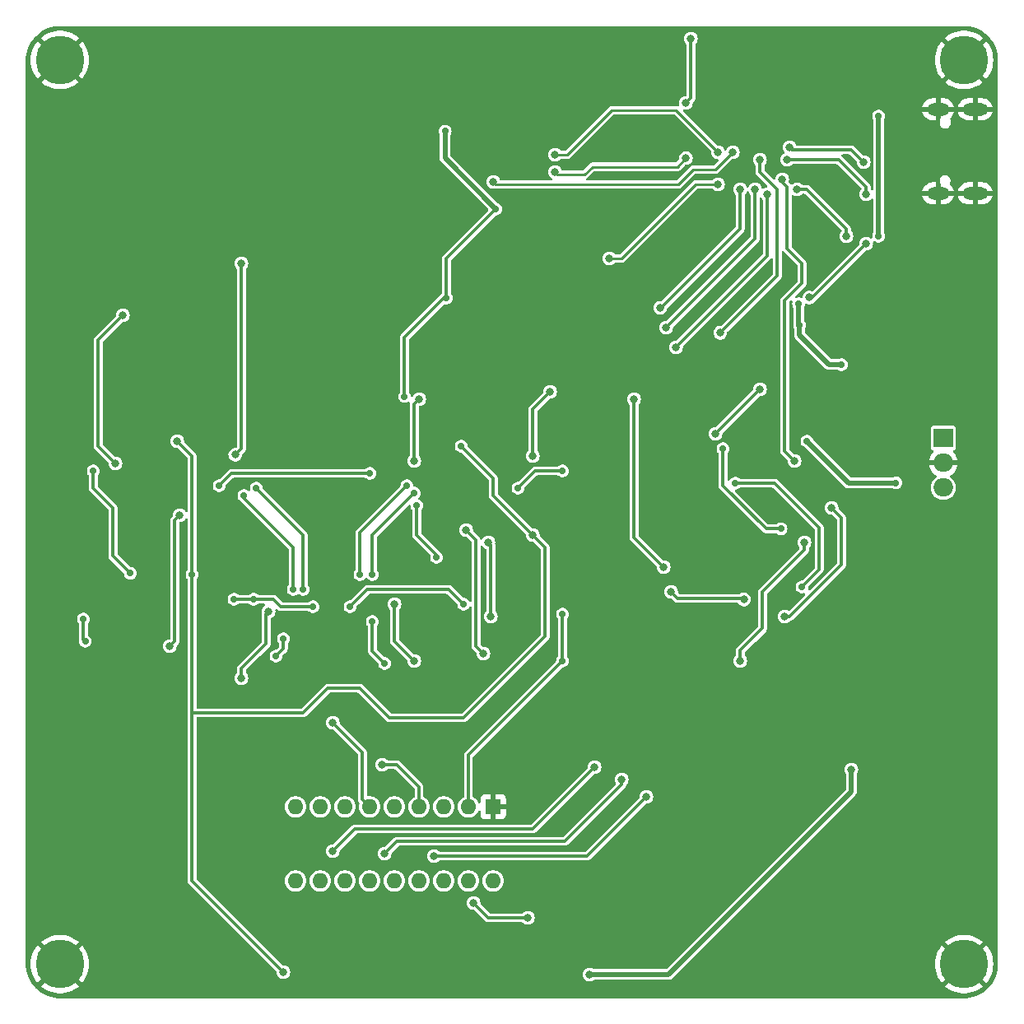
<source format=gbr>
%TF.GenerationSoftware,KiCad,Pcbnew,8.0.2*%
%TF.CreationDate,2024-05-13T15:00:17+02:00*%
%TF.ProjectId,i8008-sbc,69383030-382d-4736-9263-2e6b69636164,rev?*%
%TF.SameCoordinates,Original*%
%TF.FileFunction,Copper,L2,Bot*%
%TF.FilePolarity,Positive*%
%FSLAX46Y46*%
G04 Gerber Fmt 4.6, Leading zero omitted, Abs format (unit mm)*
G04 Created by KiCad (PCBNEW 8.0.2) date 2024-05-13 15:00:17*
%MOMM*%
%LPD*%
G01*
G04 APERTURE LIST*
%TA.AperFunction,ComponentPad*%
%ADD10R,1.600000X1.600000*%
%TD*%
%TA.AperFunction,ComponentPad*%
%ADD11O,1.600000X1.600000*%
%TD*%
%TA.AperFunction,ComponentPad*%
%ADD12C,0.800000*%
%TD*%
%TA.AperFunction,ComponentPad*%
%ADD13C,5.000000*%
%TD*%
%TA.AperFunction,ComponentPad*%
%ADD14O,2.300000X1.300000*%
%TD*%
%TA.AperFunction,ComponentPad*%
%ADD15O,2.600000X1.300000*%
%TD*%
%TA.AperFunction,ComponentPad*%
%ADD16R,2.000000X1.905000*%
%TD*%
%TA.AperFunction,ComponentPad*%
%ADD17O,2.000000X1.905000*%
%TD*%
%TA.AperFunction,ViaPad*%
%ADD18C,0.700000*%
%TD*%
%TA.AperFunction,ViaPad*%
%ADD19C,0.800000*%
%TD*%
%TA.AperFunction,Conductor*%
%ADD20C,0.300000*%
%TD*%
%TA.AperFunction,Conductor*%
%ADD21C,0.500000*%
%TD*%
%TA.AperFunction,Conductor*%
%ADD22C,0.250000*%
%TD*%
G04 APERTURE END LIST*
D10*
%TO.P,U1,1,Vdd*%
%TO.N,GND*%
X148072000Y-130312000D03*
D11*
%TO.P,U1,2,D7*%
%TO.N,/8008_D7*%
X145532000Y-130312000D03*
%TO.P,U1,3,D6*%
%TO.N,/8008_D6*%
X142992000Y-130312000D03*
%TO.P,U1,4,D5*%
%TO.N,/8008_D5*%
X140452000Y-130312000D03*
%TO.P,U1,5,D4*%
%TO.N,/8008_D4*%
X137912000Y-130312000D03*
%TO.P,U1,6,D3*%
%TO.N,/8008_D3*%
X135372000Y-130312000D03*
%TO.P,U1,7,D2*%
%TO.N,/8008_D2*%
X132832000Y-130312000D03*
%TO.P,U1,8,D1*%
%TO.N,/8008_D1*%
X130292000Y-130312000D03*
%TO.P,U1,9,D0*%
%TO.N,/8008_D0*%
X127752000Y-130312000D03*
%TO.P,U1,10,Vcc*%
%TO.N,+14V*%
X127752000Y-137932000D03*
%TO.P,U1,11,S2*%
%TO.N,/8008_S2*%
X130292000Y-137932000D03*
%TO.P,U1,12,S1*%
%TO.N,/8008_S1*%
X132832000Y-137932000D03*
%TO.P,U1,13,S0*%
%TO.N,/8008_S0*%
X135372000Y-137932000D03*
%TO.P,U1,14,SYNC*%
%TO.N,/8008_SYNC*%
X137912000Y-137932000D03*
%TO.P,U1,15,phi2*%
%TO.N,/8008_PHI2*%
X140452000Y-137932000D03*
%TO.P,U1,16,phi1*%
%TO.N,/8008_PHI1*%
X142992000Y-137932000D03*
%TO.P,U1,17,RDY*%
%TO.N,/8008_RDY*%
X145532000Y-137932000D03*
%TO.P,U1,18,INT*%
%TO.N,/8008_INT*%
X148072000Y-137932000D03*
%TD*%
D12*
%TO.P,H3,1,1*%
%TO.N,GND*%
X101625000Y-146500000D03*
X102174175Y-145174175D03*
X102174175Y-147825825D03*
X103500000Y-144625000D03*
D13*
X103500000Y-146500000D03*
D12*
X103500000Y-148375000D03*
X104825825Y-145174175D03*
X104825825Y-147825825D03*
X105375000Y-146500000D03*
%TD*%
D14*
%TO.P,J2,S1,SHIELD*%
%TO.N,GND*%
X193825000Y-67220000D03*
D15*
X197650000Y-67220000D03*
D14*
X193825000Y-58580000D03*
D15*
X197650000Y-58580000D03*
%TD*%
D12*
%TO.P,H2,1,1*%
%TO.N,GND*%
X194625000Y-53500000D03*
X195174175Y-52174175D03*
X195174175Y-54825825D03*
X196500000Y-51625000D03*
D13*
X196500000Y-53500000D03*
D12*
X196500000Y-55375000D03*
X197825825Y-52174175D03*
X197825825Y-54825825D03*
X198375000Y-53500000D03*
%TD*%
D16*
%TO.P,U3,1,VI*%
%TO.N,+5V*%
X194371250Y-92394750D03*
D17*
%TO.P,U3,2,GND*%
%TO.N,GND*%
X194371250Y-94934750D03*
%TO.P,U3,3,VO*%
%TO.N,+3.3V*%
X194371250Y-97474750D03*
%TD*%
D12*
%TO.P,H1,1,1*%
%TO.N,GND*%
X101625000Y-53500000D03*
X102174175Y-52174175D03*
X102174175Y-54825825D03*
X103500000Y-51625000D03*
D13*
X103500000Y-53500000D03*
D12*
X103500000Y-55375000D03*
X104825825Y-52174175D03*
X104825825Y-54825825D03*
X105375000Y-53500000D03*
%TD*%
%TO.P,H4,1,1*%
%TO.N,GND*%
X194625000Y-146500000D03*
X195174175Y-145174175D03*
X195174175Y-147825825D03*
X196500000Y-144625000D03*
D13*
X196500000Y-146500000D03*
D12*
X196500000Y-148375000D03*
X197825825Y-145174175D03*
X197825825Y-147825825D03*
X198375000Y-146500000D03*
%TD*%
D18*
%TO.N,GND*%
X113538000Y-102870000D03*
X124714000Y-108204000D03*
X147320000Y-93218000D03*
X141224000Y-118364000D03*
X174244000Y-65645622D03*
X114300000Y-117094000D03*
X173482000Y-93218000D03*
X144780000Y-56388000D03*
D19*
X167640000Y-72898000D03*
D18*
X186200000Y-60706000D03*
X169926000Y-102616000D03*
X172212000Y-67818000D03*
X131318000Y-106172000D03*
X122936000Y-60452000D03*
X133096000Y-60452000D03*
X162200000Y-61300000D03*
X195032657Y-130884000D03*
X172720000Y-64262000D03*
X151566000Y-107696000D03*
X191041607Y-127033607D03*
D19*
X178308000Y-76454000D03*
D18*
X158496000Y-62738000D03*
X117602000Y-93218000D03*
X179300000Y-60800000D03*
X168656000Y-118872000D03*
X121158000Y-104394000D03*
X125984000Y-143256000D03*
X162814000Y-65278000D03*
X189230000Y-64516000D03*
X159512000Y-71374000D03*
X140462000Y-104648000D03*
X174800000Y-54100000D03*
X177546000Y-104140000D03*
X165608000Y-59690000D03*
D19*
X191262000Y-116078000D03*
D18*
X191600000Y-56100000D03*
X194289250Y-90186750D03*
D19*
%TO.N,+14V*%
X157988000Y-147574000D03*
X152146000Y-102362000D03*
D18*
X117094000Y-106426000D03*
D19*
X126492000Y-147320000D03*
X115570000Y-92710000D03*
D18*
X171704000Y-93472000D03*
X144780000Y-93218000D03*
X177673000Y-101727000D03*
D19*
X184912000Y-126492000D03*
D18*
%TO.N,+7V*%
X179832000Y-107696000D03*
X119888000Y-97282000D03*
X155194000Y-95758000D03*
X172974000Y-97028000D03*
X135382000Y-96012000D03*
X150622000Y-97536000D03*
%TO.N,+3.3V*%
X143256000Y-77978000D03*
X183896000Y-84836000D03*
X187706000Y-59266050D03*
D19*
X167894000Y-57912000D03*
D18*
X179578000Y-80772000D03*
D19*
X173844750Y-108990716D03*
D18*
X148336000Y-68834000D03*
X180340000Y-92710000D03*
X106934000Y-95758000D03*
X110744000Y-106299000D03*
X179483000Y-78581000D03*
D19*
X166370000Y-108204000D03*
D18*
X138954000Y-88122000D03*
X142240000Y-104648000D03*
D19*
X168402000Y-51308000D03*
X165608000Y-105664000D03*
X162560000Y-88392000D03*
D18*
X143129000Y-60833000D03*
X140208000Y-99314000D03*
X187706000Y-71628000D03*
X189500000Y-97000000D03*
D19*
%TO.N,/STM_IN_D4*%
X166878000Y-83058000D03*
X176276000Y-67310000D03*
X139954000Y-94742000D03*
X140462000Y-88392000D03*
%TO.N,/STM_IN_S1*%
X184404000Y-71628000D03*
X179324000Y-66802000D03*
%TO.N,/STM_IN_S2*%
X175514000Y-87376000D03*
X170942000Y-91948000D03*
%TO.N,/STM_IN_SYNC*%
X179070000Y-94742000D03*
X177800000Y-65786000D03*
%TO.N,/STM_IN_D7*%
X175514000Y-63754000D03*
X171426000Y-81558000D03*
%TO.N,/STM_IN_D6*%
X186436000Y-72390000D03*
X153924000Y-87630000D03*
X180586000Y-77931106D03*
X152146000Y-94234000D03*
%TO.N,/STM_IN_D1*%
X154432000Y-65024000D03*
X167894000Y-63599500D03*
%TO.N,/STM_IN_D0*%
X109220000Y-94996000D03*
X171196000Y-62992000D03*
X154432000Y-63246000D03*
X109982000Y-79756000D03*
%TO.N,/STM_IN_D2*%
X148082000Y-66040000D03*
X172720000Y-62992000D03*
%TO.N,/STM_IN_D3*%
X121539000Y-94107000D03*
X122174000Y-74422000D03*
D18*
%TO.N,/8008_D5*%
X139954000Y-98044000D03*
X135636000Y-106426000D03*
D19*
X136652000Y-125984000D03*
D18*
%TO.N,/8008_D4*%
X136906000Y-115570000D03*
X134366000Y-106426000D03*
X139192000Y-97282000D03*
X135636000Y-111252000D03*
%TO.N,/8008_D0*%
X106109500Y-113284000D03*
X105918000Y-110998000D03*
%TO.N,/8008_D7*%
X155194000Y-110490000D03*
X155194000Y-115316000D03*
%TO.N,/8008_D3*%
X123698000Y-97536000D03*
X126492000Y-113030000D03*
X128524000Y-107950000D03*
D19*
X131572000Y-121666000D03*
D18*
X125730000Y-114808000D03*
%TO.N,/8008_D2*%
X127508000Y-107950000D03*
X122428000Y-98298000D03*
D19*
%TO.N,/8008_S2*%
X131572000Y-134874000D03*
X158496000Y-126238000D03*
%TO.N,/8008_S0*%
X161290000Y-127508000D03*
X136906000Y-135128000D03*
%TO.N,/8008_RDY*%
X146050000Y-140208000D03*
X151638000Y-141732000D03*
%TO.N,/8008_PHI2*%
X163830000Y-129286000D03*
X141986000Y-135382000D03*
D18*
%TO.N,/STM_OUT_DBUS*%
X133350000Y-109728000D03*
X123436000Y-108966000D03*
X145034000Y-109474000D03*
X121412000Y-108966000D03*
X129540000Y-109728000D03*
D19*
%TO.N,/STM_OUT_D7*%
X145288000Y-101854000D03*
X147066000Y-114554000D03*
%TO.N,/STM_OUT_D4*%
X173482000Y-66802000D03*
X139954000Y-115316000D03*
X165258530Y-78994000D03*
X137922000Y-109474000D03*
%TO.N,/STM_OUT_D3*%
X122174000Y-117094000D03*
X124968000Y-110236000D03*
%TO.N,/STM_OUT_D0*%
X115824000Y-100330000D03*
X114808000Y-113792000D03*
%TO.N,/STM_OUT_D6*%
X175006000Y-66802000D03*
X147828000Y-110744000D03*
X147574000Y-103124000D03*
X165862000Y-81026000D03*
%TO.N,/STM_OUT_D1*%
X171196000Y-66294000D03*
X160020000Y-73914000D03*
%TO.N,/STM_OUT_PH1*%
X178308000Y-63754000D03*
X186436000Y-67310000D03*
%TO.N,/STM_OUT_RDY*%
X180086000Y-103124000D03*
X173482000Y-115316000D03*
%TO.N,/STM_OUT_INT*%
X178562000Y-62484000D03*
X186182000Y-64008000D03*
X182880000Y-99568000D03*
X178054000Y-110744000D03*
%TD*%
D20*
%TO.N,+14V*%
X117094000Y-106426000D02*
X117094000Y-120650000D01*
X171704000Y-93472000D02*
X171704000Y-97282000D01*
X117094000Y-120650000D02*
X128524000Y-120650000D01*
X117094000Y-94234000D02*
X117094000Y-106426000D01*
X148082000Y-98298000D02*
X148082000Y-96520000D01*
X134366000Y-118110000D02*
X137414000Y-121158000D01*
X153416000Y-112776000D02*
X153416000Y-103632000D01*
X152146000Y-102362000D02*
X148082000Y-98298000D01*
D21*
X166116000Y-147574000D02*
X157988000Y-147574000D01*
D20*
X128524000Y-120650000D02*
X131064000Y-118110000D01*
X115570000Y-92710000D02*
X117094000Y-94234000D01*
X148082000Y-96520000D02*
X144780000Y-93218000D01*
X171704000Y-97282000D02*
X176149000Y-101727000D01*
X137414000Y-121158000D02*
X145034000Y-121158000D01*
X117094000Y-137922000D02*
X126492000Y-147320000D01*
X176149000Y-101727000D02*
X177673000Y-101727000D01*
X153416000Y-103632000D02*
X152146000Y-102362000D01*
D21*
X184912000Y-128778000D02*
X166116000Y-147574000D01*
X184912000Y-126492000D02*
X184912000Y-128778000D01*
D20*
X117094000Y-120650000D02*
X117094000Y-137922000D01*
X145034000Y-121158000D02*
X153416000Y-112776000D01*
X131064000Y-118110000D02*
X134366000Y-118110000D01*
%TO.N,+7V*%
X177038000Y-97028000D02*
X181610000Y-101600000D01*
X172974000Y-97028000D02*
X177038000Y-97028000D01*
X121158000Y-96012000D02*
X119888000Y-97282000D01*
X155194000Y-95758000D02*
X152400000Y-95758000D01*
X181610000Y-101600000D02*
X181610000Y-105918000D01*
X152400000Y-95758000D02*
X150622000Y-97536000D01*
X135382000Y-96012000D02*
X121158000Y-96012000D01*
X181610000Y-105918000D02*
X179832000Y-107696000D01*
%TO.N,+3.3V*%
X165608000Y-105664000D02*
X162560000Y-102616000D01*
D21*
X179578000Y-81788000D02*
X182626000Y-84836000D01*
X187706000Y-59266050D02*
X187706000Y-71628000D01*
X179483000Y-80677000D02*
X179578000Y-80772000D01*
D20*
X143256000Y-73914000D02*
X148336000Y-68834000D01*
X173844750Y-108990716D02*
X173736000Y-108881966D01*
X143002000Y-77978000D02*
X138954000Y-82026000D01*
X142240000Y-104394000D02*
X142240000Y-104648000D01*
X108966000Y-99568000D02*
X108966000Y-104521000D01*
D21*
X189500000Y-97000000D02*
X184630000Y-97000000D01*
X182626000Y-84836000D02*
X183896000Y-84836000D01*
X143129000Y-60833000D02*
X143129000Y-63627000D01*
D20*
X167047966Y-108881966D02*
X166370000Y-108204000D01*
X140208000Y-102362000D02*
X142240000Y-104394000D01*
X168402000Y-57404000D02*
X168402000Y-51308000D01*
X143256000Y-77978000D02*
X143256000Y-73914000D01*
X108966000Y-104521000D02*
X110744000Y-106299000D01*
X106934000Y-97536000D02*
X108966000Y-99568000D01*
X106934000Y-95758000D02*
X106934000Y-97536000D01*
X143256000Y-77978000D02*
X143002000Y-77978000D01*
D21*
X179483000Y-78581000D02*
X179483000Y-80677000D01*
D20*
X162560000Y-102616000D02*
X162560000Y-88392000D01*
X173736000Y-108881966D02*
X167047966Y-108881966D01*
X167894000Y-57912000D02*
X168402000Y-57404000D01*
X140208000Y-99314000D02*
X140208000Y-102362000D01*
D21*
X179578000Y-80772000D02*
X179578000Y-81788000D01*
X184630000Y-97000000D02*
X180340000Y-92710000D01*
D20*
X110617000Y-106299000D02*
X110744000Y-106299000D01*
X138954000Y-82026000D02*
X138954000Y-88122000D01*
D21*
X143129000Y-63627000D02*
X148336000Y-68834000D01*
D20*
%TO.N,/STM_IN_D4*%
X176276000Y-73660000D02*
X166878000Y-83058000D01*
X139954000Y-88900000D02*
X139954000Y-94742000D01*
X176276000Y-67310000D02*
X176276000Y-73660000D01*
X140462000Y-88392000D02*
X139954000Y-88900000D01*
%TO.N,/STM_IN_S1*%
X184404000Y-70866000D02*
X180340000Y-66802000D01*
X184404000Y-71628000D02*
X184404000Y-70866000D01*
X180340000Y-66802000D02*
X179324000Y-66802000D01*
%TO.N,/STM_IN_S2*%
X175514000Y-87376000D02*
X170942000Y-91948000D01*
%TO.N,/STM_IN_SYNC*%
X179832000Y-76454000D02*
X179832000Y-74422000D01*
X177800000Y-66040000D02*
X177800000Y-65786000D01*
X178308000Y-66548000D02*
X177800000Y-66040000D01*
X178054000Y-78232000D02*
X179832000Y-76454000D01*
X179070000Y-94742000D02*
X178054000Y-93726000D01*
X179832000Y-74422000D02*
X178308000Y-72898000D01*
X178308000Y-72898000D02*
X178308000Y-66548000D01*
X178054000Y-93726000D02*
X178054000Y-78232000D01*
%TO.N,/STM_IN_D7*%
X177292000Y-75692000D02*
X171426000Y-81558000D01*
X175514000Y-63754000D02*
X175514000Y-65024000D01*
X177292000Y-66802000D02*
X177292000Y-75692000D01*
X175514000Y-65024000D02*
X177292000Y-66802000D01*
%TO.N,/STM_IN_D6*%
X186436000Y-72390000D02*
X180894894Y-77931106D01*
X180894894Y-77931106D02*
X180586000Y-77931106D01*
X153924000Y-87630000D02*
X152146000Y-89408000D01*
X152146000Y-89408000D02*
X152146000Y-94234000D01*
D22*
%TO.N,/STM_IN_D1*%
X154686000Y-65278000D02*
X157480000Y-65278000D01*
X158279000Y-64479000D02*
X167014500Y-64479000D01*
X154432000Y-65024000D02*
X154686000Y-65278000D01*
X157480000Y-65278000D02*
X158279000Y-64479000D01*
X167014500Y-64479000D02*
X167894000Y-63599500D01*
D20*
%TO.N,/STM_IN_D0*%
X107442000Y-93218000D02*
X109220000Y-94996000D01*
D22*
X154432000Y-63246000D02*
X155702000Y-63246000D01*
X166878000Y-58674000D02*
X171196000Y-62992000D01*
D20*
X107442000Y-82296000D02*
X107442000Y-93218000D01*
D22*
X160274000Y-58674000D02*
X166878000Y-58674000D01*
X155702000Y-63246000D02*
X160274000Y-58674000D01*
D20*
X109982000Y-79756000D02*
X107442000Y-82296000D01*
D22*
%TO.N,/STM_IN_D2*%
X167132000Y-66294000D02*
X168656000Y-64770000D01*
X148336000Y-66294000D02*
X167132000Y-66294000D01*
X168656000Y-64770000D02*
X170942000Y-64770000D01*
X170942000Y-64770000D02*
X172720000Y-62992000D01*
X148082000Y-66040000D02*
X148336000Y-66294000D01*
D20*
%TO.N,/STM_IN_D3*%
X122174000Y-93472000D02*
X122174000Y-74422000D01*
X121539000Y-94107000D02*
X122174000Y-93472000D01*
%TO.N,/8008_D5*%
X138176000Y-125984000D02*
X140452000Y-128260000D01*
X135636000Y-102362000D02*
X139954000Y-98044000D01*
X136652000Y-125984000D02*
X138176000Y-125984000D01*
X140452000Y-128260000D02*
X140452000Y-130312000D01*
X135636000Y-106426000D02*
X135636000Y-102362000D01*
%TO.N,/8008_D4*%
X134366000Y-106426000D02*
X134366000Y-102108000D01*
X135636000Y-111252000D02*
X135636000Y-114300000D01*
X135636000Y-114300000D02*
X136906000Y-115570000D01*
X134366000Y-102108000D02*
X139192000Y-97282000D01*
%TO.N,/8008_D0*%
X105918000Y-110998000D02*
X105918000Y-113030000D01*
X105918000Y-113092500D02*
X106109500Y-113284000D01*
X105918000Y-113030000D02*
X105918000Y-113092500D01*
%TO.N,/8008_D7*%
X155194000Y-110490000D02*
X155194000Y-115316000D01*
X145532000Y-124978000D02*
X145532000Y-130312000D01*
X155194000Y-115316000D02*
X145532000Y-124978000D01*
%TO.N,/8008_D3*%
X134620000Y-124714000D02*
X134620000Y-129560000D01*
X126492000Y-114046000D02*
X125730000Y-114808000D01*
X126492000Y-113030000D02*
X126492000Y-114046000D01*
X128524000Y-107950000D02*
X128524000Y-102362000D01*
X134620000Y-129560000D02*
X135372000Y-130312000D01*
X131572000Y-121666000D02*
X134620000Y-124714000D01*
X128524000Y-102362000D02*
X123698000Y-97536000D01*
%TO.N,/8008_D2*%
X122428000Y-98552000D02*
X127508000Y-103632000D01*
X122428000Y-98298000D02*
X122428000Y-98552000D01*
X127508000Y-103632000D02*
X127508000Y-107950000D01*
%TO.N,/8008_S2*%
X131572000Y-134874000D02*
X133858000Y-132588000D01*
X133858000Y-132588000D02*
X152146000Y-132588000D01*
X152146000Y-132588000D02*
X158496000Y-126238000D01*
%TO.N,/8008_S0*%
X136906000Y-135128000D02*
X138176000Y-133858000D01*
X138176000Y-133858000D02*
X155448000Y-133858000D01*
X161290000Y-128016000D02*
X161290000Y-127508000D01*
X155448000Y-133858000D02*
X161290000Y-128016000D01*
%TO.N,/8008_RDY*%
X151638000Y-141732000D02*
X147574000Y-141732000D01*
X147574000Y-141732000D02*
X146050000Y-140208000D01*
%TO.N,/8008_PHI2*%
X157734000Y-135382000D02*
X163830000Y-129286000D01*
X141986000Y-135382000D02*
X157734000Y-135382000D01*
%TO.N,/STM_OUT_DBUS*%
X143510000Y-107950000D02*
X135128000Y-107950000D01*
X123436000Y-108966000D02*
X125476000Y-108966000D01*
X126238000Y-109728000D02*
X129540000Y-109728000D01*
X135128000Y-107950000D02*
X133350000Y-109728000D01*
X145034000Y-109474000D02*
X143510000Y-107950000D01*
X125476000Y-108966000D02*
X126238000Y-109728000D01*
X123436000Y-108966000D02*
X121412000Y-108966000D01*
%TO.N,/STM_OUT_D7*%
X145288000Y-101854000D02*
X146304000Y-102870000D01*
X146304000Y-113792000D02*
X147066000Y-114554000D01*
X146304000Y-102870000D02*
X146304000Y-113792000D01*
%TO.N,/STM_OUT_D4*%
X165354000Y-78994000D02*
X165258530Y-78994000D01*
X137922000Y-113284000D02*
X139954000Y-115316000D01*
X173482000Y-66802000D02*
X173482000Y-70866000D01*
X137922000Y-109474000D02*
X137922000Y-113284000D01*
X173482000Y-70866000D02*
X165354000Y-78994000D01*
%TO.N,/STM_OUT_D3*%
X122174000Y-116078000D02*
X122174000Y-117094000D01*
X124714000Y-110490000D02*
X124714000Y-113538000D01*
X124714000Y-113538000D02*
X122174000Y-116078000D01*
X124968000Y-110236000D02*
X124714000Y-110490000D01*
%TO.N,/STM_OUT_D0*%
X115316000Y-100838000D02*
X115316000Y-113284000D01*
X115824000Y-100330000D02*
X115316000Y-100838000D01*
X115316000Y-113284000D02*
X114808000Y-113792000D01*
%TO.N,/STM_OUT_D6*%
X147828000Y-110744000D02*
X147828000Y-103378000D01*
X175006000Y-66802000D02*
X175006000Y-71882000D01*
X147828000Y-103378000D02*
X147574000Y-103124000D01*
X175006000Y-71882000D02*
X165862000Y-81026000D01*
D22*
%TO.N,/STM_OUT_D1*%
X161290000Y-73914000D02*
X160020000Y-73914000D01*
X171196000Y-66294000D02*
X168910000Y-66294000D01*
X168910000Y-66294000D02*
X161290000Y-73914000D01*
D20*
%TO.N,/STM_OUT_PH1*%
X186436000Y-66548000D02*
X183642000Y-63754000D01*
X186436000Y-67310000D02*
X186436000Y-66548000D01*
X183642000Y-63754000D02*
X178308000Y-63754000D01*
%TO.N,/STM_OUT_RDY*%
X175768000Y-111969339D02*
X175768000Y-109220000D01*
X175768000Y-109220000D02*
X175768000Y-108204000D01*
X173482000Y-114255339D02*
X175768000Y-111969339D01*
X180086000Y-103886000D02*
X180086000Y-103124000D01*
X173482000Y-115316000D02*
X173482000Y-114255339D01*
X179324000Y-104648000D02*
X180086000Y-103886000D01*
X175768000Y-108204000D02*
X179324000Y-104648000D01*
%TO.N,/STM_OUT_INT*%
X178816000Y-62738000D02*
X184912000Y-62738000D01*
X178562000Y-110744000D02*
X178054000Y-110744000D01*
X183896000Y-100584000D02*
X183896000Y-105410000D01*
X183896000Y-105410000D02*
X178562000Y-110744000D01*
X184912000Y-62738000D02*
X186182000Y-64008000D01*
X178562000Y-62484000D02*
X178816000Y-62738000D01*
X182880000Y-99568000D02*
X183896000Y-100584000D01*
%TD*%
%TA.AperFunction,Conductor*%
%TO.N,GND*%
G36*
X104967436Y-147613883D02*
G01*
X104875553Y-147575825D01*
X104776097Y-147575825D01*
X104684211Y-147613885D01*
X104613885Y-147684211D01*
X104575825Y-147776097D01*
X104575825Y-147875553D01*
X104613883Y-147967436D01*
X104190126Y-147543678D01*
X104314320Y-147453446D01*
X104453446Y-147314320D01*
X104543678Y-147190126D01*
X104967436Y-147613883D01*
G37*
%TD.AperFunction*%
%TA.AperFunction,Conductor*%
G36*
X102809874Y-145456320D02*
G01*
X102685680Y-145546554D01*
X102546554Y-145685680D01*
X102456320Y-145809873D01*
X102032562Y-145386115D01*
X102124447Y-145424175D01*
X102223903Y-145424175D01*
X102315789Y-145386115D01*
X102386115Y-145315789D01*
X102424175Y-145223903D01*
X102424175Y-145124447D01*
X102386115Y-145032561D01*
X102809874Y-145456320D01*
G37*
%TD.AperFunction*%
%TA.AperFunction,Conductor*%
G36*
X197967436Y-147613883D02*
G01*
X197875553Y-147575825D01*
X197776097Y-147575825D01*
X197684211Y-147613885D01*
X197613885Y-147684211D01*
X197575825Y-147776097D01*
X197575825Y-147875553D01*
X197613883Y-147967436D01*
X197190126Y-147543678D01*
X197314320Y-147453446D01*
X197453446Y-147314320D01*
X197543678Y-147190126D01*
X197967436Y-147613883D01*
G37*
%TD.AperFunction*%
%TA.AperFunction,Conductor*%
G36*
X195809874Y-145456320D02*
G01*
X195685680Y-145546554D01*
X195546554Y-145685680D01*
X195456320Y-145809873D01*
X195032562Y-145386115D01*
X195124447Y-145424175D01*
X195223903Y-145424175D01*
X195315789Y-145386115D01*
X195386115Y-145315789D01*
X195424175Y-145223903D01*
X195424175Y-145124447D01*
X195386115Y-145032561D01*
X195809874Y-145456320D01*
G37*
%TD.AperFunction*%
%TA.AperFunction,Conductor*%
G36*
X104967436Y-54613883D02*
G01*
X104875553Y-54575825D01*
X104776097Y-54575825D01*
X104684211Y-54613885D01*
X104613885Y-54684211D01*
X104575825Y-54776097D01*
X104575825Y-54875553D01*
X104613883Y-54967436D01*
X104190126Y-54543678D01*
X104314320Y-54453446D01*
X104453446Y-54314320D01*
X104543678Y-54190126D01*
X104967436Y-54613883D01*
G37*
%TD.AperFunction*%
%TA.AperFunction,Conductor*%
G36*
X102809874Y-52456320D02*
G01*
X102685680Y-52546554D01*
X102546554Y-52685680D01*
X102456320Y-52809873D01*
X102032562Y-52386115D01*
X102124447Y-52424175D01*
X102223903Y-52424175D01*
X102315789Y-52386115D01*
X102386115Y-52315789D01*
X102424175Y-52223903D01*
X102424175Y-52124447D01*
X102386115Y-52032561D01*
X102809874Y-52456320D01*
G37*
%TD.AperFunction*%
%TA.AperFunction,Conductor*%
G36*
X197967436Y-54613883D02*
G01*
X197875553Y-54575825D01*
X197776097Y-54575825D01*
X197684211Y-54613885D01*
X197613885Y-54684211D01*
X197575825Y-54776097D01*
X197575825Y-54875553D01*
X197613883Y-54967436D01*
X197190126Y-54543678D01*
X197314320Y-54453446D01*
X197453446Y-54314320D01*
X197543678Y-54190126D01*
X197967436Y-54613883D01*
G37*
%TD.AperFunction*%
%TA.AperFunction,Conductor*%
G36*
X195809874Y-52456320D02*
G01*
X195685680Y-52546554D01*
X195546554Y-52685680D01*
X195456320Y-52809873D01*
X195032562Y-52386115D01*
X195124447Y-52424175D01*
X195223903Y-52424175D01*
X195315789Y-52386115D01*
X195386115Y-52315789D01*
X195424175Y-52223903D01*
X195424175Y-52124447D01*
X195386115Y-52032561D01*
X195809874Y-52456320D01*
G37*
%TD.AperFunction*%
%TA.AperFunction,Conductor*%
G36*
X196500840Y-50000010D02*
G01*
X196677619Y-50002323D01*
X196688938Y-50002990D01*
X197041445Y-50040040D01*
X197054252Y-50042070D01*
X197400130Y-50115588D01*
X197412665Y-50118947D01*
X197748965Y-50228218D01*
X197761082Y-50232869D01*
X198084131Y-50376698D01*
X198095679Y-50382583D01*
X198401918Y-50559390D01*
X198412800Y-50566457D01*
X198698877Y-50774304D01*
X198708957Y-50782466D01*
X198836736Y-50897519D01*
X198971742Y-51019079D01*
X198980920Y-51028257D01*
X199080750Y-51139130D01*
X199217530Y-51291039D01*
X199225698Y-51301126D01*
X199433540Y-51587196D01*
X199440609Y-51598081D01*
X199617412Y-51904312D01*
X199623305Y-51915877D01*
X199767130Y-52238917D01*
X199771781Y-52251034D01*
X199881052Y-52587334D01*
X199884411Y-52599871D01*
X199957928Y-52945741D01*
X199959959Y-52958560D01*
X199997008Y-53311051D01*
X199997676Y-53322391D01*
X199999989Y-53499159D01*
X200000000Y-53500781D01*
X200000000Y-146499218D01*
X199999989Y-146500840D01*
X199997676Y-146677608D01*
X199997008Y-146688948D01*
X199959959Y-147041439D01*
X199957928Y-147054258D01*
X199884411Y-147400128D01*
X199881052Y-147412665D01*
X199771781Y-147748965D01*
X199767130Y-147761082D01*
X199623305Y-148084122D01*
X199617412Y-148095687D01*
X199440609Y-148401918D01*
X199433540Y-148412803D01*
X199225698Y-148698873D01*
X199217530Y-148708960D01*
X198980920Y-148971742D01*
X198971742Y-148980920D01*
X198708960Y-149217530D01*
X198698873Y-149225698D01*
X198412803Y-149433540D01*
X198401918Y-149440609D01*
X198095687Y-149617412D01*
X198084122Y-149623305D01*
X197761082Y-149767130D01*
X197748965Y-149771781D01*
X197412665Y-149881052D01*
X197400128Y-149884411D01*
X197054258Y-149957928D01*
X197041439Y-149959959D01*
X196688948Y-149997008D01*
X196677608Y-149997676D01*
X196500841Y-149999989D01*
X196499219Y-150000000D01*
X103500781Y-150000000D01*
X103499159Y-149999989D01*
X103322391Y-149997676D01*
X103311051Y-149997008D01*
X102958560Y-149959959D01*
X102945741Y-149957928D01*
X102599871Y-149884411D01*
X102587334Y-149881052D01*
X102251034Y-149771781D01*
X102238917Y-149767130D01*
X101915877Y-149623305D01*
X101904312Y-149617412D01*
X101598081Y-149440609D01*
X101587196Y-149433540D01*
X101347397Y-149259316D01*
X101301124Y-149225696D01*
X101291039Y-149217530D01*
X101028257Y-148980920D01*
X101019079Y-148971742D01*
X100782469Y-148708960D01*
X100774301Y-148698873D01*
X100566459Y-148412803D01*
X100559390Y-148401918D01*
X100485825Y-148274500D01*
X100382583Y-148095679D01*
X100376698Y-148084131D01*
X100232869Y-147761082D01*
X100228218Y-147748965D01*
X100118947Y-147412665D01*
X100115588Y-147400128D01*
X100062661Y-147151125D01*
X100042070Y-147054252D01*
X100040040Y-147041439D01*
X100002990Y-146688938D01*
X100002323Y-146677619D01*
X100000011Y-146500840D01*
X100000005Y-146499996D01*
X100494916Y-146499996D01*
X100494916Y-146500003D01*
X100515235Y-146848869D01*
X100515236Y-146848880D01*
X100575914Y-147193002D01*
X100575916Y-147193011D01*
X100676145Y-147527800D01*
X100814555Y-147848670D01*
X100814561Y-147848683D01*
X100989289Y-148151322D01*
X101197967Y-148431625D01*
X101206148Y-148440296D01*
X102456319Y-147190124D01*
X102546554Y-147314320D01*
X102685680Y-147453446D01*
X102809873Y-147543678D01*
X102386116Y-147967435D01*
X102424175Y-147875553D01*
X102424175Y-147776097D01*
X102386115Y-147684211D01*
X102315789Y-147613885D01*
X102223903Y-147575825D01*
X102124447Y-147575825D01*
X102032561Y-147613885D01*
X101962235Y-147684211D01*
X101924175Y-147776097D01*
X101924175Y-147875553D01*
X101962235Y-147967439D01*
X102032561Y-148037765D01*
X102124447Y-148075825D01*
X102223903Y-148075825D01*
X102315785Y-148037766D01*
X101562818Y-148790733D01*
X101562819Y-148790734D01*
X101705484Y-148910445D01*
X101997461Y-149102480D01*
X102309739Y-149259314D01*
X102309745Y-149259316D01*
X102638130Y-149378838D01*
X102638133Y-149378839D01*
X102978171Y-149459429D01*
X103325276Y-149499999D01*
X103325277Y-149500000D01*
X103674723Y-149500000D01*
X103674723Y-149499999D01*
X104021827Y-149459429D01*
X104021829Y-149459429D01*
X104361866Y-149378839D01*
X104361869Y-149378838D01*
X104690254Y-149259316D01*
X104690260Y-149259314D01*
X105002538Y-149102480D01*
X105294509Y-148910449D01*
X105294510Y-148910448D01*
X105437179Y-148790734D01*
X105437180Y-148790733D01*
X104684213Y-148037765D01*
X104776097Y-148075825D01*
X104875553Y-148075825D01*
X104967439Y-148037765D01*
X105037765Y-147967439D01*
X105075825Y-147875553D01*
X105075825Y-147776097D01*
X105037766Y-147684213D01*
X105793849Y-148440297D01*
X105793851Y-148440296D01*
X105802022Y-148431636D01*
X105802033Y-148431623D01*
X106010710Y-148151322D01*
X106185438Y-147848683D01*
X106185444Y-147848670D01*
X106323854Y-147527800D01*
X106424083Y-147193011D01*
X106424085Y-147193002D01*
X106484763Y-146848880D01*
X106484764Y-146848869D01*
X106505084Y-146500003D01*
X106505084Y-146499996D01*
X106484764Y-146151130D01*
X106484763Y-146151119D01*
X106424085Y-145806997D01*
X106424083Y-145806988D01*
X106323854Y-145472199D01*
X106185444Y-145151329D01*
X106185438Y-145151316D01*
X106010710Y-144848677D01*
X105802032Y-144568374D01*
X105793850Y-144559702D01*
X105037766Y-145315786D01*
X105075825Y-145223903D01*
X105075825Y-145124447D01*
X105037765Y-145032561D01*
X104967439Y-144962235D01*
X104875553Y-144924175D01*
X104776097Y-144924175D01*
X104684211Y-144962235D01*
X104613885Y-145032561D01*
X104575825Y-145124447D01*
X104575825Y-145223903D01*
X104613885Y-145315789D01*
X104684211Y-145386115D01*
X104776097Y-145424175D01*
X104875553Y-145424175D01*
X104967436Y-145386116D01*
X104543678Y-145809873D01*
X104453446Y-145685680D01*
X104314320Y-145546554D01*
X104190125Y-145456320D01*
X105437180Y-144209265D01*
X105437179Y-144209264D01*
X105294519Y-144089557D01*
X105002538Y-143897519D01*
X104690260Y-143740685D01*
X104690254Y-143740683D01*
X104361869Y-143621161D01*
X104361866Y-143621160D01*
X104021828Y-143540570D01*
X103674723Y-143500000D01*
X103325277Y-143500000D01*
X102978172Y-143540570D01*
X102978170Y-143540570D01*
X102638133Y-143621160D01*
X102638130Y-143621161D01*
X102309745Y-143740683D01*
X102309739Y-143740685D01*
X101997461Y-143897519D01*
X101705480Y-144089557D01*
X101562819Y-144209264D01*
X101562818Y-144209265D01*
X102315787Y-144962234D01*
X102223903Y-144924175D01*
X102124447Y-144924175D01*
X102032561Y-144962235D01*
X101962235Y-145032561D01*
X101924175Y-145124447D01*
X101924175Y-145223903D01*
X101962234Y-145315787D01*
X101206148Y-144559701D01*
X101206147Y-144559702D01*
X101197976Y-144568363D01*
X101197972Y-144568368D01*
X100989289Y-144848677D01*
X100814561Y-145151316D01*
X100814555Y-145151329D01*
X100676145Y-145472199D01*
X100575916Y-145806988D01*
X100575914Y-145806997D01*
X100515236Y-146151119D01*
X100515235Y-146151130D01*
X100494916Y-146499996D01*
X100000005Y-146499996D01*
X100000000Y-146499218D01*
X100000000Y-110997999D01*
X105262722Y-110997999D01*
X105262722Y-110998000D01*
X105281762Y-111154818D01*
X105318619Y-111252000D01*
X105337780Y-111302523D01*
X105378051Y-111360865D01*
X105427518Y-111432532D01*
X105432491Y-111438145D01*
X105431044Y-111439426D01*
X105462850Y-111490120D01*
X105467500Y-111523759D01*
X105467500Y-113159936D01*
X105466959Y-113159936D01*
X105467051Y-113178339D01*
X105454222Y-113284000D01*
X105473262Y-113440818D01*
X105518696Y-113560616D01*
X105529280Y-113588523D01*
X105619017Y-113718530D01*
X105737260Y-113823283D01*
X105737262Y-113823284D01*
X105877134Y-113896696D01*
X106030514Y-113934500D01*
X106030515Y-113934500D01*
X106188485Y-113934500D01*
X106341865Y-113896696D01*
X106346602Y-113894210D01*
X106481740Y-113823283D01*
X106517052Y-113792000D01*
X114102355Y-113792000D01*
X114122859Y-113960869D01*
X114122860Y-113960874D01*
X114183182Y-114119931D01*
X114235209Y-114195304D01*
X114279817Y-114259929D01*
X114385505Y-114353560D01*
X114407150Y-114372736D01*
X114553741Y-114449673D01*
X114557775Y-114451790D01*
X114722944Y-114492500D01*
X114893056Y-114492500D01*
X115058225Y-114451790D01*
X115185234Y-114385130D01*
X115208849Y-114372736D01*
X115208850Y-114372734D01*
X115208852Y-114372734D01*
X115336183Y-114259929D01*
X115432818Y-114119930D01*
X115493140Y-113960872D01*
X115513645Y-113792000D01*
X115513502Y-113790824D01*
X115513645Y-113789965D01*
X115513645Y-113784499D01*
X115514553Y-113784499D01*
X115524955Y-113721901D01*
X115548909Y-113688192D01*
X115676489Y-113560614D01*
X115680288Y-113554034D01*
X115710731Y-113501306D01*
X115735797Y-113457889D01*
X115735799Y-113457886D01*
X115766500Y-113343309D01*
X115766500Y-101154500D01*
X115786185Y-101087461D01*
X115838989Y-101041706D01*
X115890500Y-101030500D01*
X115909056Y-101030500D01*
X116074225Y-100989790D01*
X116153692Y-100948081D01*
X116224849Y-100910736D01*
X116224850Y-100910734D01*
X116224852Y-100910734D01*
X116352183Y-100797929D01*
X116417450Y-100703373D01*
X116471733Y-100659384D01*
X116541182Y-100651724D01*
X116603747Y-100682828D01*
X116639564Y-100742819D01*
X116643500Y-100773814D01*
X116643500Y-105900240D01*
X116623815Y-105967279D01*
X116608153Y-105985556D01*
X116608491Y-105985856D01*
X116603515Y-105991472D01*
X116513781Y-106121475D01*
X116513780Y-106121476D01*
X116457762Y-106269181D01*
X116438722Y-106425999D01*
X116438722Y-106426000D01*
X116457762Y-106582818D01*
X116513780Y-106730523D01*
X116513781Y-106730524D01*
X116603518Y-106860532D01*
X116608491Y-106866145D01*
X116607044Y-106867426D01*
X116638850Y-106918120D01*
X116643500Y-106951759D01*
X116643500Y-137981308D01*
X116667712Y-138071672D01*
X116674200Y-138095885D01*
X116674200Y-138095886D01*
X116674201Y-138095887D01*
X116733511Y-138198614D01*
X116733513Y-138198616D01*
X125751084Y-147216187D01*
X125784569Y-147277510D01*
X125786204Y-147312500D01*
X125786355Y-147312500D01*
X125786355Y-147315731D01*
X125786499Y-147318813D01*
X125786355Y-147319999D01*
X125806859Y-147488869D01*
X125806860Y-147488874D01*
X125867182Y-147647931D01*
X125892225Y-147684211D01*
X125963817Y-147787929D01*
X126069505Y-147881560D01*
X126091150Y-147900736D01*
X126218242Y-147967439D01*
X126241775Y-147979790D01*
X126406944Y-148020500D01*
X126577056Y-148020500D01*
X126742225Y-147979790D01*
X126821692Y-147938081D01*
X126892849Y-147900736D01*
X126892850Y-147900734D01*
X126892852Y-147900734D01*
X127020183Y-147787929D01*
X127116818Y-147647930D01*
X127144856Y-147574000D01*
X157282355Y-147574000D01*
X157302859Y-147742869D01*
X157302860Y-147742874D01*
X157363182Y-147901931D01*
X157416925Y-147979790D01*
X157459817Y-148041929D01*
X157553021Y-148124500D01*
X157587150Y-148154736D01*
X157737005Y-148233386D01*
X157737775Y-148233790D01*
X157902944Y-148274500D01*
X158073056Y-148274500D01*
X158238225Y-148233790D01*
X158327547Y-148186909D01*
X158388845Y-148154738D01*
X158388846Y-148154736D01*
X158388852Y-148154734D01*
X158388856Y-148154730D01*
X158395020Y-148150476D01*
X158395960Y-148151839D01*
X158451011Y-148125963D01*
X158470006Y-148124500D01*
X166188472Y-148124500D01*
X166188474Y-148124500D01*
X166188475Y-148124500D01*
X166328485Y-148086984D01*
X166350108Y-148074500D01*
X166454015Y-148014510D01*
X167968529Y-146499996D01*
X193494916Y-146499996D01*
X193494916Y-146500003D01*
X193515235Y-146848869D01*
X193515236Y-146848880D01*
X193575914Y-147193002D01*
X193575916Y-147193011D01*
X193676145Y-147527800D01*
X193814555Y-147848670D01*
X193814561Y-147848683D01*
X193989289Y-148151322D01*
X194197967Y-148431625D01*
X194206148Y-148440296D01*
X195456319Y-147190124D01*
X195546554Y-147314320D01*
X195685680Y-147453446D01*
X195809873Y-147543678D01*
X195386116Y-147967435D01*
X195424175Y-147875553D01*
X195424175Y-147776097D01*
X195386115Y-147684211D01*
X195315789Y-147613885D01*
X195223903Y-147575825D01*
X195124447Y-147575825D01*
X195032561Y-147613885D01*
X194962235Y-147684211D01*
X194924175Y-147776097D01*
X194924175Y-147875553D01*
X194962235Y-147967439D01*
X195032561Y-148037765D01*
X195124447Y-148075825D01*
X195223903Y-148075825D01*
X195315785Y-148037766D01*
X194562818Y-148790733D01*
X194562819Y-148790734D01*
X194705484Y-148910445D01*
X194997461Y-149102480D01*
X195309739Y-149259314D01*
X195309745Y-149259316D01*
X195638130Y-149378838D01*
X195638133Y-149378839D01*
X195978171Y-149459429D01*
X196325276Y-149499999D01*
X196325277Y-149500000D01*
X196674723Y-149500000D01*
X196674723Y-149499999D01*
X197021827Y-149459429D01*
X197021829Y-149459429D01*
X197361866Y-149378839D01*
X197361869Y-149378838D01*
X197690254Y-149259316D01*
X197690260Y-149259314D01*
X198002538Y-149102480D01*
X198294509Y-148910449D01*
X198294510Y-148910448D01*
X198437179Y-148790734D01*
X198437180Y-148790733D01*
X197684213Y-148037765D01*
X197776097Y-148075825D01*
X197875553Y-148075825D01*
X197967439Y-148037765D01*
X198037765Y-147967439D01*
X198075825Y-147875553D01*
X198075825Y-147776097D01*
X198037766Y-147684213D01*
X198793849Y-148440297D01*
X198793851Y-148440296D01*
X198802022Y-148431636D01*
X198802033Y-148431623D01*
X199010710Y-148151322D01*
X199185438Y-147848683D01*
X199185444Y-147848670D01*
X199323854Y-147527800D01*
X199424083Y-147193011D01*
X199424085Y-147193002D01*
X199484763Y-146848880D01*
X199484764Y-146848869D01*
X199505084Y-146500003D01*
X199505084Y-146499996D01*
X199484764Y-146151130D01*
X199484763Y-146151119D01*
X199424085Y-145806997D01*
X199424083Y-145806988D01*
X199323854Y-145472199D01*
X199185444Y-145151329D01*
X199185438Y-145151316D01*
X199010710Y-144848677D01*
X198802032Y-144568374D01*
X198793850Y-144559702D01*
X198037766Y-145315786D01*
X198075825Y-145223903D01*
X198075825Y-145124447D01*
X198037765Y-145032561D01*
X197967439Y-144962235D01*
X197875553Y-144924175D01*
X197776097Y-144924175D01*
X197684211Y-144962235D01*
X197613885Y-145032561D01*
X197575825Y-145124447D01*
X197575825Y-145223903D01*
X197613885Y-145315789D01*
X197684211Y-145386115D01*
X197776097Y-145424175D01*
X197875553Y-145424175D01*
X197967436Y-145386116D01*
X197543678Y-145809873D01*
X197453446Y-145685680D01*
X197314320Y-145546554D01*
X197190125Y-145456320D01*
X198437180Y-144209265D01*
X198437179Y-144209264D01*
X198294519Y-144089557D01*
X198002538Y-143897519D01*
X197690260Y-143740685D01*
X197690254Y-143740683D01*
X197361869Y-143621161D01*
X197361866Y-143621160D01*
X197021828Y-143540570D01*
X196674723Y-143500000D01*
X196325277Y-143500000D01*
X195978172Y-143540570D01*
X195978170Y-143540570D01*
X195638133Y-143621160D01*
X195638130Y-143621161D01*
X195309745Y-143740683D01*
X195309739Y-143740685D01*
X194997461Y-143897519D01*
X194705480Y-144089557D01*
X194562819Y-144209264D01*
X194562818Y-144209265D01*
X195315787Y-144962234D01*
X195223903Y-144924175D01*
X195124447Y-144924175D01*
X195032561Y-144962235D01*
X194962235Y-145032561D01*
X194924175Y-145124447D01*
X194924175Y-145223903D01*
X194962234Y-145315787D01*
X194206148Y-144559701D01*
X194206147Y-144559702D01*
X194197976Y-144568363D01*
X194197972Y-144568368D01*
X193989289Y-144848677D01*
X193814561Y-145151316D01*
X193814555Y-145151329D01*
X193676145Y-145472199D01*
X193575916Y-145806988D01*
X193575914Y-145806997D01*
X193515236Y-146151119D01*
X193515235Y-146151130D01*
X193494916Y-146499996D01*
X167968529Y-146499996D01*
X185352510Y-129116015D01*
X185424984Y-128990485D01*
X185462500Y-128850474D01*
X185462500Y-128705526D01*
X185462500Y-126966238D01*
X185482185Y-126899199D01*
X185484450Y-126895798D01*
X185498670Y-126875196D01*
X185536818Y-126819930D01*
X185597140Y-126660872D01*
X185617645Y-126492000D01*
X185597140Y-126323128D01*
X185536818Y-126164070D01*
X185529086Y-126152869D01*
X185471285Y-126069130D01*
X185440183Y-126024071D01*
X185312852Y-125911266D01*
X185312849Y-125911263D01*
X185162226Y-125832210D01*
X184997056Y-125791500D01*
X184826944Y-125791500D01*
X184661773Y-125832210D01*
X184511150Y-125911263D01*
X184383816Y-126024072D01*
X184287182Y-126164068D01*
X184226860Y-126323125D01*
X184226859Y-126323130D01*
X184206355Y-126492000D01*
X184226859Y-126660869D01*
X184226860Y-126660874D01*
X184287182Y-126819931D01*
X184339550Y-126895798D01*
X184361433Y-126962152D01*
X184361500Y-126966238D01*
X184361500Y-128498613D01*
X184341815Y-128565652D01*
X184325181Y-128586294D01*
X165924294Y-146987181D01*
X165862971Y-147020666D01*
X165836613Y-147023500D01*
X158470006Y-147023500D01*
X158402967Y-147003815D01*
X158390925Y-146994697D01*
X158388845Y-146993261D01*
X158238226Y-146914210D01*
X158073056Y-146873500D01*
X157902944Y-146873500D01*
X157737773Y-146914210D01*
X157587150Y-146993263D01*
X157459816Y-147106072D01*
X157363182Y-147246068D01*
X157302860Y-147405125D01*
X157302859Y-147405130D01*
X157282355Y-147574000D01*
X127144856Y-147574000D01*
X127177140Y-147488872D01*
X127197645Y-147320000D01*
X127177140Y-147151128D01*
X127116818Y-146992070D01*
X127113443Y-146987181D01*
X127034974Y-146873500D01*
X127020183Y-146852071D01*
X126892852Y-146739266D01*
X126892849Y-146739263D01*
X126742226Y-146660210D01*
X126577056Y-146619500D01*
X126479965Y-146619500D01*
X126412926Y-146599815D01*
X126392284Y-146583181D01*
X120017103Y-140208000D01*
X145344355Y-140208000D01*
X145364859Y-140376869D01*
X145364860Y-140376874D01*
X145425182Y-140535931D01*
X145487475Y-140626177D01*
X145521817Y-140675929D01*
X145627505Y-140769560D01*
X145649150Y-140788736D01*
X145799773Y-140867789D01*
X145799775Y-140867790D01*
X145964944Y-140908500D01*
X146062035Y-140908500D01*
X146129074Y-140928185D01*
X146149716Y-140944819D01*
X147297386Y-142092489D01*
X147334892Y-142114143D01*
X147400114Y-142151799D01*
X147514691Y-142182500D01*
X151043117Y-142182500D01*
X151110156Y-142202185D01*
X151125344Y-142213685D01*
X151237147Y-142312733D01*
X151237149Y-142312735D01*
X151387773Y-142391789D01*
X151387775Y-142391790D01*
X151552944Y-142432500D01*
X151723056Y-142432500D01*
X151888225Y-142391790D01*
X151967692Y-142350081D01*
X152038849Y-142312736D01*
X152038850Y-142312734D01*
X152038852Y-142312734D01*
X152166183Y-142199929D01*
X152262818Y-142059930D01*
X152323140Y-141900872D01*
X152343645Y-141732000D01*
X152323140Y-141563128D01*
X152262818Y-141404070D01*
X152166183Y-141264071D01*
X152038852Y-141151266D01*
X152038849Y-141151263D01*
X151888226Y-141072210D01*
X151723056Y-141031500D01*
X151552944Y-141031500D01*
X151387773Y-141072210D01*
X151237149Y-141151264D01*
X151237147Y-141151266D01*
X151125344Y-141250315D01*
X151062111Y-141280037D01*
X151043117Y-141281500D01*
X147811965Y-141281500D01*
X147744926Y-141261815D01*
X147724284Y-141245181D01*
X146790916Y-140311813D01*
X146757431Y-140250490D01*
X146755796Y-140215502D01*
X146755645Y-140215502D01*
X146755645Y-140212265D01*
X146755501Y-140209184D01*
X146755645Y-140208000D01*
X146735140Y-140039128D01*
X146674818Y-139880070D01*
X146578183Y-139740071D01*
X146450852Y-139627266D01*
X146450849Y-139627263D01*
X146300226Y-139548210D01*
X146135056Y-139507500D01*
X145964944Y-139507500D01*
X145799773Y-139548210D01*
X145649150Y-139627263D01*
X145521816Y-139740072D01*
X145425182Y-139880068D01*
X145364860Y-140039125D01*
X145364859Y-140039130D01*
X145344355Y-140208000D01*
X120017103Y-140208000D01*
X117741102Y-137931999D01*
X126646785Y-137931999D01*
X126646785Y-137932000D01*
X126665602Y-138135082D01*
X126721417Y-138331247D01*
X126721422Y-138331260D01*
X126812327Y-138513821D01*
X126935237Y-138676581D01*
X127085958Y-138813980D01*
X127085960Y-138813982D01*
X127185141Y-138875392D01*
X127259363Y-138921348D01*
X127449544Y-138995024D01*
X127650024Y-139032500D01*
X127650026Y-139032500D01*
X127853974Y-139032500D01*
X127853976Y-139032500D01*
X128054456Y-138995024D01*
X128244637Y-138921348D01*
X128418041Y-138813981D01*
X128568764Y-138676579D01*
X128691673Y-138513821D01*
X128782582Y-138331250D01*
X128838397Y-138135083D01*
X128857215Y-137932000D01*
X128857215Y-137931999D01*
X129186785Y-137931999D01*
X129186785Y-137932000D01*
X129205602Y-138135082D01*
X129261417Y-138331247D01*
X129261422Y-138331260D01*
X129352327Y-138513821D01*
X129475237Y-138676581D01*
X129625958Y-138813980D01*
X129625960Y-138813982D01*
X129725141Y-138875392D01*
X129799363Y-138921348D01*
X129989544Y-138995024D01*
X130190024Y-139032500D01*
X130190026Y-139032500D01*
X130393974Y-139032500D01*
X130393976Y-139032500D01*
X130594456Y-138995024D01*
X130784637Y-138921348D01*
X130958041Y-138813981D01*
X131108764Y-138676579D01*
X131231673Y-138513821D01*
X131322582Y-138331250D01*
X131378397Y-138135083D01*
X131397215Y-137932000D01*
X131397215Y-137931999D01*
X131726785Y-137931999D01*
X131726785Y-137932000D01*
X131745602Y-138135082D01*
X131801417Y-138331247D01*
X131801422Y-138331260D01*
X131892327Y-138513821D01*
X132015237Y-138676581D01*
X132165958Y-138813980D01*
X132165960Y-138813982D01*
X132265141Y-138875392D01*
X132339363Y-138921348D01*
X132529544Y-138995024D01*
X132730024Y-139032500D01*
X132730026Y-139032500D01*
X132933974Y-139032500D01*
X132933976Y-139032500D01*
X133134456Y-138995024D01*
X133324637Y-138921348D01*
X133498041Y-138813981D01*
X133648764Y-138676579D01*
X133771673Y-138513821D01*
X133862582Y-138331250D01*
X133918397Y-138135083D01*
X133937215Y-137932000D01*
X133937215Y-137931999D01*
X134266785Y-137931999D01*
X134266785Y-137932000D01*
X134285602Y-138135082D01*
X134341417Y-138331247D01*
X134341422Y-138331260D01*
X134432327Y-138513821D01*
X134555237Y-138676581D01*
X134705958Y-138813980D01*
X134705960Y-138813982D01*
X134805141Y-138875392D01*
X134879363Y-138921348D01*
X135069544Y-138995024D01*
X135270024Y-139032500D01*
X135270026Y-139032500D01*
X135473974Y-139032500D01*
X135473976Y-139032500D01*
X135674456Y-138995024D01*
X135864637Y-138921348D01*
X136038041Y-138813981D01*
X136188764Y-138676579D01*
X136311673Y-138513821D01*
X136402582Y-138331250D01*
X136458397Y-138135083D01*
X136477215Y-137932000D01*
X136477215Y-137931999D01*
X136806785Y-137931999D01*
X136806785Y-137932000D01*
X136825602Y-138135082D01*
X136881417Y-138331247D01*
X136881422Y-138331260D01*
X136972327Y-138513821D01*
X137095237Y-138676581D01*
X137245958Y-138813980D01*
X137245960Y-138813982D01*
X137345141Y-138875392D01*
X137419363Y-138921348D01*
X137609544Y-138995024D01*
X137810024Y-139032500D01*
X137810026Y-139032500D01*
X138013974Y-139032500D01*
X138013976Y-139032500D01*
X138214456Y-138995024D01*
X138404637Y-138921348D01*
X138578041Y-138813981D01*
X138728764Y-138676579D01*
X138851673Y-138513821D01*
X138942582Y-138331250D01*
X138998397Y-138135083D01*
X139017215Y-137932000D01*
X139017215Y-137931999D01*
X139346785Y-137931999D01*
X139346785Y-137932000D01*
X139365602Y-138135082D01*
X139421417Y-138331247D01*
X139421422Y-138331260D01*
X139512327Y-138513821D01*
X139635237Y-138676581D01*
X139785958Y-138813980D01*
X139785960Y-138813982D01*
X139885141Y-138875392D01*
X139959363Y-138921348D01*
X140149544Y-138995024D01*
X140350024Y-139032500D01*
X140350026Y-139032500D01*
X140553974Y-139032500D01*
X140553976Y-139032500D01*
X140754456Y-138995024D01*
X140944637Y-138921348D01*
X141118041Y-138813981D01*
X141268764Y-138676579D01*
X141391673Y-138513821D01*
X141482582Y-138331250D01*
X141538397Y-138135083D01*
X141557215Y-137932000D01*
X141557215Y-137931999D01*
X141886785Y-137931999D01*
X141886785Y-137932000D01*
X141905602Y-138135082D01*
X141961417Y-138331247D01*
X141961422Y-138331260D01*
X142052327Y-138513821D01*
X142175237Y-138676581D01*
X142325958Y-138813980D01*
X142325960Y-138813982D01*
X142425141Y-138875392D01*
X142499363Y-138921348D01*
X142689544Y-138995024D01*
X142890024Y-139032500D01*
X142890026Y-139032500D01*
X143093974Y-139032500D01*
X143093976Y-139032500D01*
X143294456Y-138995024D01*
X143484637Y-138921348D01*
X143658041Y-138813981D01*
X143808764Y-138676579D01*
X143931673Y-138513821D01*
X144022582Y-138331250D01*
X144078397Y-138135083D01*
X144097215Y-137932000D01*
X144097215Y-137931999D01*
X144426785Y-137931999D01*
X144426785Y-137932000D01*
X144445602Y-138135082D01*
X144501417Y-138331247D01*
X144501422Y-138331260D01*
X144592327Y-138513821D01*
X144715237Y-138676581D01*
X144865958Y-138813980D01*
X144865960Y-138813982D01*
X144965141Y-138875392D01*
X145039363Y-138921348D01*
X145229544Y-138995024D01*
X145430024Y-139032500D01*
X145430026Y-139032500D01*
X145633974Y-139032500D01*
X145633976Y-139032500D01*
X145834456Y-138995024D01*
X146024637Y-138921348D01*
X146198041Y-138813981D01*
X146348764Y-138676579D01*
X146471673Y-138513821D01*
X146562582Y-138331250D01*
X146618397Y-138135083D01*
X146637215Y-137932000D01*
X146637215Y-137931999D01*
X146966785Y-137931999D01*
X146966785Y-137932000D01*
X146985602Y-138135082D01*
X147041417Y-138331247D01*
X147041422Y-138331260D01*
X147132327Y-138513821D01*
X147255237Y-138676581D01*
X147405958Y-138813980D01*
X147405960Y-138813982D01*
X147505141Y-138875392D01*
X147579363Y-138921348D01*
X147769544Y-138995024D01*
X147970024Y-139032500D01*
X147970026Y-139032500D01*
X148173974Y-139032500D01*
X148173976Y-139032500D01*
X148374456Y-138995024D01*
X148564637Y-138921348D01*
X148738041Y-138813981D01*
X148888764Y-138676579D01*
X149011673Y-138513821D01*
X149102582Y-138331250D01*
X149158397Y-138135083D01*
X149177215Y-137932000D01*
X149158397Y-137728917D01*
X149102582Y-137532750D01*
X149011673Y-137350179D01*
X148888764Y-137187421D01*
X148888762Y-137187418D01*
X148738041Y-137050019D01*
X148738039Y-137050017D01*
X148564642Y-136942655D01*
X148564635Y-136942651D01*
X148469546Y-136905814D01*
X148374456Y-136868976D01*
X148173976Y-136831500D01*
X147970024Y-136831500D01*
X147769544Y-136868976D01*
X147769541Y-136868976D01*
X147769541Y-136868977D01*
X147579364Y-136942651D01*
X147579357Y-136942655D01*
X147405960Y-137050017D01*
X147405958Y-137050019D01*
X147255237Y-137187418D01*
X147132327Y-137350178D01*
X147041422Y-137532739D01*
X147041417Y-137532752D01*
X146985602Y-137728917D01*
X146966785Y-137931999D01*
X146637215Y-137931999D01*
X146618397Y-137728917D01*
X146562582Y-137532750D01*
X146471673Y-137350179D01*
X146348764Y-137187421D01*
X146348762Y-137187418D01*
X146198041Y-137050019D01*
X146198039Y-137050017D01*
X146024642Y-136942655D01*
X146024635Y-136942651D01*
X145929546Y-136905814D01*
X145834456Y-136868976D01*
X145633976Y-136831500D01*
X145430024Y-136831500D01*
X145229544Y-136868976D01*
X145229541Y-136868976D01*
X145229541Y-136868977D01*
X145039364Y-136942651D01*
X145039357Y-136942655D01*
X144865960Y-137050017D01*
X144865958Y-137050019D01*
X144715237Y-137187418D01*
X144592327Y-137350178D01*
X144501422Y-137532739D01*
X144501417Y-137532752D01*
X144445602Y-137728917D01*
X144426785Y-137931999D01*
X144097215Y-137931999D01*
X144078397Y-137728917D01*
X144022582Y-137532750D01*
X143931673Y-137350179D01*
X143808764Y-137187421D01*
X143808762Y-137187418D01*
X143658041Y-137050019D01*
X143658039Y-137050017D01*
X143484642Y-136942655D01*
X143484635Y-136942651D01*
X143389546Y-136905814D01*
X143294456Y-136868976D01*
X143093976Y-136831500D01*
X142890024Y-136831500D01*
X142689544Y-136868976D01*
X142689541Y-136868976D01*
X142689541Y-136868977D01*
X142499364Y-136942651D01*
X142499357Y-136942655D01*
X142325960Y-137050017D01*
X142325958Y-137050019D01*
X142175237Y-137187418D01*
X142052327Y-137350178D01*
X141961422Y-137532739D01*
X141961417Y-137532752D01*
X141905602Y-137728917D01*
X141886785Y-137931999D01*
X141557215Y-137931999D01*
X141538397Y-137728917D01*
X141482582Y-137532750D01*
X141391673Y-137350179D01*
X141268764Y-137187421D01*
X141268762Y-137187418D01*
X141118041Y-137050019D01*
X141118039Y-137050017D01*
X140944642Y-136942655D01*
X140944635Y-136942651D01*
X140849546Y-136905814D01*
X140754456Y-136868976D01*
X140553976Y-136831500D01*
X140350024Y-136831500D01*
X140149544Y-136868976D01*
X140149541Y-136868976D01*
X140149541Y-136868977D01*
X139959364Y-136942651D01*
X139959357Y-136942655D01*
X139785960Y-137050017D01*
X139785958Y-137050019D01*
X139635237Y-137187418D01*
X139512327Y-137350178D01*
X139421422Y-137532739D01*
X139421417Y-137532752D01*
X139365602Y-137728917D01*
X139346785Y-137931999D01*
X139017215Y-137931999D01*
X138998397Y-137728917D01*
X138942582Y-137532750D01*
X138851673Y-137350179D01*
X138728764Y-137187421D01*
X138728762Y-137187418D01*
X138578041Y-137050019D01*
X138578039Y-137050017D01*
X138404642Y-136942655D01*
X138404635Y-136942651D01*
X138309546Y-136905814D01*
X138214456Y-136868976D01*
X138013976Y-136831500D01*
X137810024Y-136831500D01*
X137609544Y-136868976D01*
X137609541Y-136868976D01*
X137609541Y-136868977D01*
X137419364Y-136942651D01*
X137419357Y-136942655D01*
X137245960Y-137050017D01*
X137245958Y-137050019D01*
X137095237Y-137187418D01*
X136972327Y-137350178D01*
X136881422Y-137532739D01*
X136881417Y-137532752D01*
X136825602Y-137728917D01*
X136806785Y-137931999D01*
X136477215Y-137931999D01*
X136458397Y-137728917D01*
X136402582Y-137532750D01*
X136311673Y-137350179D01*
X136188764Y-137187421D01*
X136188762Y-137187418D01*
X136038041Y-137050019D01*
X136038039Y-137050017D01*
X135864642Y-136942655D01*
X135864635Y-136942651D01*
X135769546Y-136905814D01*
X135674456Y-136868976D01*
X135473976Y-136831500D01*
X135270024Y-136831500D01*
X135069544Y-136868976D01*
X135069541Y-136868976D01*
X135069541Y-136868977D01*
X134879364Y-136942651D01*
X134879357Y-136942655D01*
X134705960Y-137050017D01*
X134705958Y-137050019D01*
X134555237Y-137187418D01*
X134432327Y-137350178D01*
X134341422Y-137532739D01*
X134341417Y-137532752D01*
X134285602Y-137728917D01*
X134266785Y-137931999D01*
X133937215Y-137931999D01*
X133918397Y-137728917D01*
X133862582Y-137532750D01*
X133771673Y-137350179D01*
X133648764Y-137187421D01*
X133648762Y-137187418D01*
X133498041Y-137050019D01*
X133498039Y-137050017D01*
X133324642Y-136942655D01*
X133324635Y-136942651D01*
X133229546Y-136905814D01*
X133134456Y-136868976D01*
X132933976Y-136831500D01*
X132730024Y-136831500D01*
X132529544Y-136868976D01*
X132529541Y-136868976D01*
X132529541Y-136868977D01*
X132339364Y-136942651D01*
X132339357Y-136942655D01*
X132165960Y-137050017D01*
X132165958Y-137050019D01*
X132015237Y-137187418D01*
X131892327Y-137350178D01*
X131801422Y-137532739D01*
X131801417Y-137532752D01*
X131745602Y-137728917D01*
X131726785Y-137931999D01*
X131397215Y-137931999D01*
X131378397Y-137728917D01*
X131322582Y-137532750D01*
X131231673Y-137350179D01*
X131108764Y-137187421D01*
X131108762Y-137187418D01*
X130958041Y-137050019D01*
X130958039Y-137050017D01*
X130784642Y-136942655D01*
X130784635Y-136942651D01*
X130689546Y-136905814D01*
X130594456Y-136868976D01*
X130393976Y-136831500D01*
X130190024Y-136831500D01*
X129989544Y-136868976D01*
X129989541Y-136868976D01*
X129989541Y-136868977D01*
X129799364Y-136942651D01*
X129799357Y-136942655D01*
X129625960Y-137050017D01*
X129625958Y-137050019D01*
X129475237Y-137187418D01*
X129352327Y-137350178D01*
X129261422Y-137532739D01*
X129261417Y-137532752D01*
X129205602Y-137728917D01*
X129186785Y-137931999D01*
X128857215Y-137931999D01*
X128838397Y-137728917D01*
X128782582Y-137532750D01*
X128691673Y-137350179D01*
X128568764Y-137187421D01*
X128568762Y-137187418D01*
X128418041Y-137050019D01*
X128418039Y-137050017D01*
X128244642Y-136942655D01*
X128244635Y-136942651D01*
X128149546Y-136905814D01*
X128054456Y-136868976D01*
X127853976Y-136831500D01*
X127650024Y-136831500D01*
X127449544Y-136868976D01*
X127449541Y-136868976D01*
X127449541Y-136868977D01*
X127259364Y-136942651D01*
X127259357Y-136942655D01*
X127085960Y-137050017D01*
X127085958Y-137050019D01*
X126935237Y-137187418D01*
X126812327Y-137350178D01*
X126721422Y-137532739D01*
X126721417Y-137532752D01*
X126665602Y-137728917D01*
X126646785Y-137931999D01*
X117741102Y-137931999D01*
X117580819Y-137771716D01*
X117547334Y-137710393D01*
X117544500Y-137684035D01*
X117544500Y-134874000D01*
X130866355Y-134874000D01*
X130886859Y-135042869D01*
X130886860Y-135042874D01*
X130947182Y-135201931D01*
X131009475Y-135292177D01*
X131043817Y-135341929D01*
X131149505Y-135435560D01*
X131171150Y-135454736D01*
X131321773Y-135533789D01*
X131321775Y-135533790D01*
X131486944Y-135574500D01*
X131657056Y-135574500D01*
X131822225Y-135533790D01*
X131901692Y-135492081D01*
X131972849Y-135454736D01*
X131972850Y-135454734D01*
X131972852Y-135454734D01*
X132100183Y-135341929D01*
X132196818Y-135201930D01*
X132224856Y-135128000D01*
X136200355Y-135128000D01*
X136220859Y-135296869D01*
X136220860Y-135296874D01*
X136281182Y-135455931D01*
X136334925Y-135533790D01*
X136377817Y-135595929D01*
X136483505Y-135689560D01*
X136505150Y-135708736D01*
X136655773Y-135787789D01*
X136655775Y-135787790D01*
X136820944Y-135828500D01*
X136991056Y-135828500D01*
X137156225Y-135787790D01*
X137242544Y-135742486D01*
X137306849Y-135708736D01*
X137306850Y-135708734D01*
X137306852Y-135708734D01*
X137434183Y-135595929D01*
X137530818Y-135455930D01*
X137558856Y-135382000D01*
X141280355Y-135382000D01*
X141300859Y-135550869D01*
X141300860Y-135550874D01*
X141361182Y-135709931D01*
X141414925Y-135787790D01*
X141457817Y-135849929D01*
X141563505Y-135943560D01*
X141585150Y-135962736D01*
X141735773Y-136041789D01*
X141735775Y-136041790D01*
X141900944Y-136082500D01*
X142071056Y-136082500D01*
X142236225Y-136041790D01*
X142386852Y-135962734D01*
X142498656Y-135863685D01*
X142561889Y-135833963D01*
X142580883Y-135832500D01*
X157793308Y-135832500D01*
X157793309Y-135832500D01*
X157883673Y-135808286D01*
X157907887Y-135801799D01*
X158010614Y-135742489D01*
X163730284Y-130022819D01*
X163791607Y-129989334D01*
X163817965Y-129986500D01*
X163915056Y-129986500D01*
X164080225Y-129945790D01*
X164218647Y-129873140D01*
X164230849Y-129866736D01*
X164230850Y-129866734D01*
X164230852Y-129866734D01*
X164358183Y-129753929D01*
X164454818Y-129613930D01*
X164515140Y-129454872D01*
X164535645Y-129286000D01*
X164515140Y-129117128D01*
X164510416Y-129104673D01*
X164454817Y-128958068D01*
X164380547Y-128850471D01*
X164358183Y-128818071D01*
X164263316Y-128734026D01*
X164230849Y-128705263D01*
X164080226Y-128626210D01*
X163915056Y-128585500D01*
X163744944Y-128585500D01*
X163579773Y-128626210D01*
X163429150Y-128705263D01*
X163301816Y-128818072D01*
X163205182Y-128958068D01*
X163144860Y-129117125D01*
X163144859Y-129117130D01*
X163124355Y-129286000D01*
X163124355Y-129286002D01*
X163124500Y-129287198D01*
X163124355Y-129288069D01*
X163124355Y-129293500D01*
X163123451Y-129293500D01*
X163113031Y-129356120D01*
X163089083Y-129389812D01*
X157583716Y-134895181D01*
X157522393Y-134928666D01*
X157496035Y-134931500D01*
X142580883Y-134931500D01*
X142513844Y-134911815D01*
X142498656Y-134900315D01*
X142386852Y-134801266D01*
X142386850Y-134801264D01*
X142236226Y-134722210D01*
X142071056Y-134681500D01*
X141900944Y-134681500D01*
X141735773Y-134722210D01*
X141585150Y-134801263D01*
X141457816Y-134914072D01*
X141361182Y-135054068D01*
X141300860Y-135213125D01*
X141300859Y-135213130D01*
X141280355Y-135382000D01*
X137558856Y-135382000D01*
X137591140Y-135296872D01*
X137611645Y-135128000D01*
X137611502Y-135126824D01*
X137611645Y-135125965D01*
X137611645Y-135120499D01*
X137612553Y-135120499D01*
X137622955Y-135057901D01*
X137646912Y-135024189D01*
X138326284Y-134344819D01*
X138387607Y-134311334D01*
X138413965Y-134308500D01*
X155507308Y-134308500D01*
X155507309Y-134308500D01*
X155597673Y-134284286D01*
X155621887Y-134277799D01*
X155724614Y-134218489D01*
X161650490Y-128292614D01*
X161709799Y-128189886D01*
X161740500Y-128075309D01*
X161740500Y-128075306D01*
X161741589Y-128071242D01*
X161777954Y-128011581D01*
X161779030Y-128010614D01*
X161818183Y-127975929D01*
X161914818Y-127835930D01*
X161975140Y-127676872D01*
X161995645Y-127508000D01*
X161975140Y-127339128D01*
X161914818Y-127180070D01*
X161818183Y-127040071D01*
X161690852Y-126927266D01*
X161690849Y-126927263D01*
X161540226Y-126848210D01*
X161375056Y-126807500D01*
X161204944Y-126807500D01*
X161039773Y-126848210D01*
X160889150Y-126927263D01*
X160761816Y-127040072D01*
X160665182Y-127180068D01*
X160604860Y-127339125D01*
X160604859Y-127339130D01*
X160584355Y-127508000D01*
X160604859Y-127676869D01*
X160604860Y-127676874D01*
X160665182Y-127835931D01*
X160665185Y-127835936D01*
X160674995Y-127850148D01*
X160696878Y-127916502D01*
X160679412Y-127984154D01*
X160660626Y-128008268D01*
X155297716Y-133371181D01*
X155236393Y-133404666D01*
X155210035Y-133407500D01*
X138116691Y-133407500D01*
X138026325Y-133431713D01*
X138026324Y-133431712D01*
X138002116Y-133438199D01*
X138002113Y-133438200D01*
X137899386Y-133497511D01*
X137899383Y-133497513D01*
X137005716Y-134391181D01*
X136944393Y-134424666D01*
X136918035Y-134427500D01*
X136820944Y-134427500D01*
X136655773Y-134468210D01*
X136505150Y-134547263D01*
X136377816Y-134660072D01*
X136281182Y-134800068D01*
X136220860Y-134959125D01*
X136220859Y-134959130D01*
X136200355Y-135128000D01*
X132224856Y-135128000D01*
X132257140Y-135042872D01*
X132277645Y-134874000D01*
X132277502Y-134872824D01*
X132277645Y-134871965D01*
X132277645Y-134866499D01*
X132278553Y-134866499D01*
X132288955Y-134803901D01*
X132312912Y-134770189D01*
X134008284Y-133074819D01*
X134069607Y-133041334D01*
X134095965Y-133038500D01*
X152205308Y-133038500D01*
X152205309Y-133038500D01*
X152295673Y-133014286D01*
X152319887Y-133007799D01*
X152422614Y-132948489D01*
X158396284Y-126974819D01*
X158457607Y-126941334D01*
X158483965Y-126938500D01*
X158581056Y-126938500D01*
X158746225Y-126897790D01*
X158840691Y-126848210D01*
X158896849Y-126818736D01*
X158896850Y-126818734D01*
X158896852Y-126818734D01*
X159024183Y-126705929D01*
X159120818Y-126565930D01*
X159181140Y-126406872D01*
X159201645Y-126238000D01*
X159181140Y-126069128D01*
X159120818Y-125910070D01*
X159024183Y-125770071D01*
X158896852Y-125657266D01*
X158896849Y-125657263D01*
X158746226Y-125578210D01*
X158581056Y-125537500D01*
X158410944Y-125537500D01*
X158245773Y-125578210D01*
X158095150Y-125657263D01*
X157967816Y-125770072D01*
X157871182Y-125910068D01*
X157810860Y-126069125D01*
X157810859Y-126069130D01*
X157790355Y-126238000D01*
X157790355Y-126238002D01*
X157790500Y-126239198D01*
X157790355Y-126240069D01*
X157790355Y-126245500D01*
X157789451Y-126245500D01*
X157779031Y-126308120D01*
X157755083Y-126341812D01*
X151995716Y-132101181D01*
X151934393Y-132134666D01*
X151908035Y-132137500D01*
X133798691Y-132137500D01*
X133708325Y-132161713D01*
X133708324Y-132161712D01*
X133684116Y-132168199D01*
X133684113Y-132168200D01*
X133581386Y-132227511D01*
X133581383Y-132227513D01*
X131671716Y-134137181D01*
X131610393Y-134170666D01*
X131584035Y-134173500D01*
X131486944Y-134173500D01*
X131321773Y-134214210D01*
X131171150Y-134293263D01*
X131043816Y-134406072D01*
X130947182Y-134546068D01*
X130886860Y-134705125D01*
X130886859Y-134705130D01*
X130866355Y-134874000D01*
X117544500Y-134874000D01*
X117544500Y-130311999D01*
X126646785Y-130311999D01*
X126646785Y-130312000D01*
X126665602Y-130515082D01*
X126721417Y-130711247D01*
X126721422Y-130711260D01*
X126812327Y-130893821D01*
X126935237Y-131056581D01*
X127085958Y-131193980D01*
X127085960Y-131193982D01*
X127126967Y-131219372D01*
X127259363Y-131301348D01*
X127449544Y-131375024D01*
X127650024Y-131412500D01*
X127650026Y-131412500D01*
X127853974Y-131412500D01*
X127853976Y-131412500D01*
X128054456Y-131375024D01*
X128244637Y-131301348D01*
X128418041Y-131193981D01*
X128568764Y-131056579D01*
X128691673Y-130893821D01*
X128782582Y-130711250D01*
X128838397Y-130515083D01*
X128857215Y-130312000D01*
X128857215Y-130311999D01*
X129186785Y-130311999D01*
X129186785Y-130312000D01*
X129205602Y-130515082D01*
X129261417Y-130711247D01*
X129261422Y-130711260D01*
X129352327Y-130893821D01*
X129475237Y-131056581D01*
X129625958Y-131193980D01*
X129625960Y-131193982D01*
X129666967Y-131219372D01*
X129799363Y-131301348D01*
X129989544Y-131375024D01*
X130190024Y-131412500D01*
X130190026Y-131412500D01*
X130393974Y-131412500D01*
X130393976Y-131412500D01*
X130594456Y-131375024D01*
X130784637Y-131301348D01*
X130958041Y-131193981D01*
X131108764Y-131056579D01*
X131231673Y-130893821D01*
X131322582Y-130711250D01*
X131378397Y-130515083D01*
X131397215Y-130312000D01*
X131397215Y-130311999D01*
X131726785Y-130311999D01*
X131726785Y-130312000D01*
X131745602Y-130515082D01*
X131801417Y-130711247D01*
X131801422Y-130711260D01*
X131892327Y-130893821D01*
X132015237Y-131056581D01*
X132165958Y-131193980D01*
X132165960Y-131193982D01*
X132206967Y-131219372D01*
X132339363Y-131301348D01*
X132529544Y-131375024D01*
X132730024Y-131412500D01*
X132730026Y-131412500D01*
X132933974Y-131412500D01*
X132933976Y-131412500D01*
X133134456Y-131375024D01*
X133324637Y-131301348D01*
X133498041Y-131193981D01*
X133648764Y-131056579D01*
X133771673Y-130893821D01*
X133862582Y-130711250D01*
X133918397Y-130515083D01*
X133937215Y-130312000D01*
X133918397Y-130108917D01*
X133862582Y-129912750D01*
X133839161Y-129865715D01*
X133783498Y-129753927D01*
X133771673Y-129730179D01*
X133648764Y-129567421D01*
X133648762Y-129567418D01*
X133498041Y-129430019D01*
X133498039Y-129430017D01*
X133324642Y-129322655D01*
X133324635Y-129322651D01*
X133188483Y-129269906D01*
X133134456Y-129248976D01*
X132933976Y-129211500D01*
X132730024Y-129211500D01*
X132529544Y-129248976D01*
X132529541Y-129248976D01*
X132529541Y-129248977D01*
X132339364Y-129322651D01*
X132339357Y-129322655D01*
X132165960Y-129430017D01*
X132165958Y-129430019D01*
X132015237Y-129567418D01*
X131892327Y-129730178D01*
X131801422Y-129912739D01*
X131801417Y-129912752D01*
X131745602Y-130108917D01*
X131726785Y-130311999D01*
X131397215Y-130311999D01*
X131378397Y-130108917D01*
X131322582Y-129912750D01*
X131299161Y-129865715D01*
X131243498Y-129753927D01*
X131231673Y-129730179D01*
X131108764Y-129567421D01*
X131108762Y-129567418D01*
X130958041Y-129430019D01*
X130958039Y-129430017D01*
X130784642Y-129322655D01*
X130784635Y-129322651D01*
X130648483Y-129269906D01*
X130594456Y-129248976D01*
X130393976Y-129211500D01*
X130190024Y-129211500D01*
X129989544Y-129248976D01*
X129989541Y-129248976D01*
X129989541Y-129248977D01*
X129799364Y-129322651D01*
X129799357Y-129322655D01*
X129625960Y-129430017D01*
X129625958Y-129430019D01*
X129475237Y-129567418D01*
X129352327Y-129730178D01*
X129261422Y-129912739D01*
X129261417Y-129912752D01*
X129205602Y-130108917D01*
X129186785Y-130311999D01*
X128857215Y-130311999D01*
X128838397Y-130108917D01*
X128782582Y-129912750D01*
X128759161Y-129865715D01*
X128703498Y-129753927D01*
X128691673Y-129730179D01*
X128568764Y-129567421D01*
X128568762Y-129567418D01*
X128418041Y-129430019D01*
X128418039Y-129430017D01*
X128244642Y-129322655D01*
X128244635Y-129322651D01*
X128108483Y-129269906D01*
X128054456Y-129248976D01*
X127853976Y-129211500D01*
X127650024Y-129211500D01*
X127449544Y-129248976D01*
X127449541Y-129248976D01*
X127449541Y-129248977D01*
X127259364Y-129322651D01*
X127259357Y-129322655D01*
X127085960Y-129430017D01*
X127085958Y-129430019D01*
X126935237Y-129567418D01*
X126812327Y-129730178D01*
X126721422Y-129912739D01*
X126721417Y-129912752D01*
X126665602Y-130108917D01*
X126646785Y-130311999D01*
X117544500Y-130311999D01*
X117544500Y-121666000D01*
X130866355Y-121666000D01*
X130886859Y-121834869D01*
X130886860Y-121834874D01*
X130947182Y-121993931D01*
X131009475Y-122084177D01*
X131043817Y-122133929D01*
X131149505Y-122227560D01*
X131171150Y-122246736D01*
X131321773Y-122325789D01*
X131321775Y-122325790D01*
X131486944Y-122366500D01*
X131584035Y-122366500D01*
X131651074Y-122386185D01*
X131671716Y-122402819D01*
X134133181Y-124864284D01*
X134166666Y-124925607D01*
X134169500Y-124951965D01*
X134169500Y-129619308D01*
X134188770Y-129691225D01*
X134200201Y-129733888D01*
X134211771Y-129753927D01*
X134259511Y-129836614D01*
X134259513Y-129836616D01*
X134288612Y-129865715D01*
X134322097Y-129927038D01*
X134320197Y-129987330D01*
X134285603Y-130108915D01*
X134266785Y-130311999D01*
X134266785Y-130312000D01*
X134285602Y-130515082D01*
X134341417Y-130711247D01*
X134341422Y-130711260D01*
X134432327Y-130893821D01*
X134555237Y-131056581D01*
X134705958Y-131193980D01*
X134705960Y-131193982D01*
X134746967Y-131219372D01*
X134879363Y-131301348D01*
X135069544Y-131375024D01*
X135270024Y-131412500D01*
X135270026Y-131412500D01*
X135473974Y-131412500D01*
X135473976Y-131412500D01*
X135674456Y-131375024D01*
X135864637Y-131301348D01*
X136038041Y-131193981D01*
X136188764Y-131056579D01*
X136311673Y-130893821D01*
X136402582Y-130711250D01*
X136458397Y-130515083D01*
X136477215Y-130312000D01*
X136477215Y-130311999D01*
X136806785Y-130311999D01*
X136806785Y-130312000D01*
X136825602Y-130515082D01*
X136881417Y-130711247D01*
X136881422Y-130711260D01*
X136972327Y-130893821D01*
X137095237Y-131056581D01*
X137245958Y-131193980D01*
X137245960Y-131193982D01*
X137286967Y-131219372D01*
X137419363Y-131301348D01*
X137609544Y-131375024D01*
X137810024Y-131412500D01*
X137810026Y-131412500D01*
X138013974Y-131412500D01*
X138013976Y-131412500D01*
X138214456Y-131375024D01*
X138404637Y-131301348D01*
X138578041Y-131193981D01*
X138728764Y-131056579D01*
X138851673Y-130893821D01*
X138942582Y-130711250D01*
X138998397Y-130515083D01*
X139017215Y-130312000D01*
X138998397Y-130108917D01*
X138942582Y-129912750D01*
X138919161Y-129865715D01*
X138863498Y-129753927D01*
X138851673Y-129730179D01*
X138728764Y-129567421D01*
X138728762Y-129567418D01*
X138578041Y-129430019D01*
X138578039Y-129430017D01*
X138404642Y-129322655D01*
X138404635Y-129322651D01*
X138268483Y-129269906D01*
X138214456Y-129248976D01*
X138013976Y-129211500D01*
X137810024Y-129211500D01*
X137609544Y-129248976D01*
X137609541Y-129248976D01*
X137609541Y-129248977D01*
X137419364Y-129322651D01*
X137419357Y-129322655D01*
X137245960Y-129430017D01*
X137245958Y-129430019D01*
X137095237Y-129567418D01*
X136972327Y-129730178D01*
X136881422Y-129912739D01*
X136881417Y-129912752D01*
X136825602Y-130108917D01*
X136806785Y-130311999D01*
X136477215Y-130311999D01*
X136458397Y-130108917D01*
X136402582Y-129912750D01*
X136379161Y-129865715D01*
X136323498Y-129753927D01*
X136311673Y-129730179D01*
X136188764Y-129567421D01*
X136188762Y-129567418D01*
X136038041Y-129430019D01*
X136038039Y-129430017D01*
X135864642Y-129322655D01*
X135864635Y-129322651D01*
X135728483Y-129269906D01*
X135674456Y-129248976D01*
X135473976Y-129211500D01*
X135270024Y-129211500D01*
X135270022Y-129211500D01*
X135217283Y-129221358D01*
X135147768Y-129214326D01*
X135093090Y-129170827D01*
X135070609Y-129104673D01*
X135070500Y-129099469D01*
X135070500Y-125984000D01*
X135946355Y-125984000D01*
X135966859Y-126152869D01*
X135966860Y-126152874D01*
X136027182Y-126311931D01*
X136047808Y-126341812D01*
X136123817Y-126451929D01*
X136229505Y-126545560D01*
X136251150Y-126564736D01*
X136401773Y-126643789D01*
X136401775Y-126643790D01*
X136566944Y-126684500D01*
X136737056Y-126684500D01*
X136902225Y-126643790D01*
X137052852Y-126564734D01*
X137164656Y-126465685D01*
X137227889Y-126435963D01*
X137246883Y-126434500D01*
X137938035Y-126434500D01*
X138005074Y-126454185D01*
X138025716Y-126470819D01*
X139965181Y-128410284D01*
X139998666Y-128471607D01*
X140001500Y-128497965D01*
X140001500Y-129227494D01*
X139981815Y-129294533D01*
X139942778Y-129332921D01*
X139785957Y-129430020D01*
X139635237Y-129567418D01*
X139512327Y-129730178D01*
X139421422Y-129912739D01*
X139421417Y-129912752D01*
X139365602Y-130108917D01*
X139346785Y-130311999D01*
X139346785Y-130312000D01*
X139365602Y-130515082D01*
X139421417Y-130711247D01*
X139421422Y-130711260D01*
X139512327Y-130893821D01*
X139635237Y-131056581D01*
X139785958Y-131193980D01*
X139785960Y-131193982D01*
X139826967Y-131219372D01*
X139959363Y-131301348D01*
X140149544Y-131375024D01*
X140350024Y-131412500D01*
X140350026Y-131412500D01*
X140553974Y-131412500D01*
X140553976Y-131412500D01*
X140754456Y-131375024D01*
X140944637Y-131301348D01*
X141118041Y-131193981D01*
X141268764Y-131056579D01*
X141391673Y-130893821D01*
X141482582Y-130711250D01*
X141538397Y-130515083D01*
X141557215Y-130312000D01*
X141557215Y-130311999D01*
X141886785Y-130311999D01*
X141886785Y-130312000D01*
X141905602Y-130515082D01*
X141961417Y-130711247D01*
X141961422Y-130711260D01*
X142052327Y-130893821D01*
X142175237Y-131056581D01*
X142325958Y-131193980D01*
X142325960Y-131193982D01*
X142366967Y-131219372D01*
X142499363Y-131301348D01*
X142689544Y-131375024D01*
X142890024Y-131412500D01*
X142890026Y-131412500D01*
X143093974Y-131412500D01*
X143093976Y-131412500D01*
X143294456Y-131375024D01*
X143484637Y-131301348D01*
X143658041Y-131193981D01*
X143808764Y-131056579D01*
X143931673Y-130893821D01*
X144022582Y-130711250D01*
X144078397Y-130515083D01*
X144097215Y-130312000D01*
X144097215Y-130311999D01*
X144426785Y-130311999D01*
X144426785Y-130312000D01*
X144445602Y-130515082D01*
X144501417Y-130711247D01*
X144501422Y-130711260D01*
X144592327Y-130893821D01*
X144715237Y-131056581D01*
X144865958Y-131193980D01*
X144865960Y-131193982D01*
X144906967Y-131219372D01*
X145039363Y-131301348D01*
X145229544Y-131375024D01*
X145430024Y-131412500D01*
X145430026Y-131412500D01*
X145633974Y-131412500D01*
X145633976Y-131412500D01*
X145834456Y-131375024D01*
X146024637Y-131301348D01*
X146198041Y-131193981D01*
X146348764Y-131056579D01*
X146471673Y-130893821D01*
X146509478Y-130817898D01*
X146537000Y-130762627D01*
X146584503Y-130711389D01*
X146652165Y-130693968D01*
X146718506Y-130715893D01*
X146762461Y-130770205D01*
X146772000Y-130817898D01*
X146772000Y-131159844D01*
X146778401Y-131219372D01*
X146778403Y-131219379D01*
X146828645Y-131354086D01*
X146828649Y-131354093D01*
X146914809Y-131469187D01*
X146914812Y-131469190D01*
X147029906Y-131555350D01*
X147029913Y-131555354D01*
X147164620Y-131605596D01*
X147164627Y-131605598D01*
X147224155Y-131611999D01*
X147224172Y-131612000D01*
X147822000Y-131612000D01*
X147822000Y-130627686D01*
X147826394Y-130632080D01*
X147917606Y-130684741D01*
X148019339Y-130712000D01*
X148124661Y-130712000D01*
X148226394Y-130684741D01*
X148317606Y-130632080D01*
X148322000Y-130627686D01*
X148322000Y-131612000D01*
X148919828Y-131612000D01*
X148919844Y-131611999D01*
X148979372Y-131605598D01*
X148979379Y-131605596D01*
X149114086Y-131555354D01*
X149114093Y-131555350D01*
X149229187Y-131469190D01*
X149229190Y-131469187D01*
X149315350Y-131354093D01*
X149315354Y-131354086D01*
X149365596Y-131219379D01*
X149365598Y-131219372D01*
X149371999Y-131159844D01*
X149372000Y-131159827D01*
X149372000Y-130562000D01*
X148387686Y-130562000D01*
X148392080Y-130557606D01*
X148444741Y-130466394D01*
X148472000Y-130364661D01*
X148472000Y-130259339D01*
X148444741Y-130157606D01*
X148392080Y-130066394D01*
X148387686Y-130062000D01*
X149372000Y-130062000D01*
X149372000Y-129464172D01*
X149371999Y-129464155D01*
X149365598Y-129404627D01*
X149365596Y-129404620D01*
X149315354Y-129269913D01*
X149315350Y-129269906D01*
X149229190Y-129154812D01*
X149229187Y-129154809D01*
X149114093Y-129068649D01*
X149114086Y-129068645D01*
X148979379Y-129018403D01*
X148979372Y-129018401D01*
X148919844Y-129012000D01*
X148322000Y-129012000D01*
X148322000Y-129996314D01*
X148317606Y-129991920D01*
X148226394Y-129939259D01*
X148124661Y-129912000D01*
X148019339Y-129912000D01*
X147917606Y-129939259D01*
X147826394Y-129991920D01*
X147822000Y-129996314D01*
X147822000Y-129012000D01*
X147224155Y-129012000D01*
X147164627Y-129018401D01*
X147164620Y-129018403D01*
X147029913Y-129068645D01*
X147029906Y-129068649D01*
X146914812Y-129154809D01*
X146914809Y-129154812D01*
X146828649Y-129269906D01*
X146828645Y-129269913D01*
X146778403Y-129404620D01*
X146778401Y-129404627D01*
X146772000Y-129464155D01*
X146772000Y-129806101D01*
X146752315Y-129873140D01*
X146699511Y-129918895D01*
X146630353Y-129928839D01*
X146566797Y-129899814D01*
X146537000Y-129861373D01*
X146483498Y-129753927D01*
X146471673Y-129730179D01*
X146348764Y-129567421D01*
X146348762Y-129567418D01*
X146198042Y-129430020D01*
X146198041Y-129430019D01*
X146041221Y-129332920D01*
X145994587Y-129280893D01*
X145982500Y-129227494D01*
X145982500Y-125215965D01*
X146002185Y-125148926D01*
X146018819Y-125128284D01*
X155144284Y-116002819D01*
X155205607Y-115969334D01*
X155231965Y-115966500D01*
X155272985Y-115966500D01*
X155426365Y-115928696D01*
X155566240Y-115855283D01*
X155684483Y-115750530D01*
X155774220Y-115620523D01*
X155830237Y-115472818D01*
X155849278Y-115316000D01*
X172776355Y-115316000D01*
X172796859Y-115484869D01*
X172796860Y-115484874D01*
X172857182Y-115643931D01*
X172919475Y-115734177D01*
X172953817Y-115783929D01*
X173056077Y-115874523D01*
X173081150Y-115896736D01*
X173219474Y-115969334D01*
X173231775Y-115975790D01*
X173396944Y-116016500D01*
X173567056Y-116016500D01*
X173732225Y-115975790D01*
X173821954Y-115928696D01*
X173882849Y-115896736D01*
X173882850Y-115896734D01*
X173882852Y-115896734D01*
X174010183Y-115783929D01*
X174106818Y-115643930D01*
X174167140Y-115484872D01*
X174187645Y-115316000D01*
X174167140Y-115147128D01*
X174162440Y-115134736D01*
X174115695Y-115011477D01*
X174106818Y-114988070D01*
X174010183Y-114848071D01*
X174007900Y-114846048D01*
X173974273Y-114816257D01*
X173937146Y-114757068D01*
X173932500Y-114723442D01*
X173932500Y-114493304D01*
X173952185Y-114426265D01*
X173968819Y-114405623D01*
X175039919Y-113334523D01*
X176128489Y-112245953D01*
X176187799Y-112143226D01*
X176194285Y-112119014D01*
X176194286Y-112119014D01*
X176194286Y-112119010D01*
X176218500Y-112028648D01*
X176218500Y-109160691D01*
X176218500Y-108441965D01*
X176238185Y-108374926D01*
X176254819Y-108354284D01*
X180028795Y-104580308D01*
X180446490Y-104162614D01*
X180477608Y-104108716D01*
X180505796Y-104059893D01*
X180505797Y-104059890D01*
X180505796Y-104059890D01*
X180505799Y-104059887D01*
X180528758Y-103974201D01*
X180536500Y-103945309D01*
X180536500Y-103716557D01*
X180556185Y-103649518D01*
X180578270Y-103623744D01*
X180614183Y-103591929D01*
X180710818Y-103451930D01*
X180771140Y-103292872D01*
X180791645Y-103124000D01*
X180771140Y-102955128D01*
X180766440Y-102942736D01*
X180723658Y-102829927D01*
X180710818Y-102796070D01*
X180614183Y-102656071D01*
X180499533Y-102554500D01*
X180486849Y-102543263D01*
X180336226Y-102464210D01*
X180171056Y-102423500D01*
X180000944Y-102423500D01*
X179835773Y-102464210D01*
X179685150Y-102543263D01*
X179557816Y-102656072D01*
X179461182Y-102796068D01*
X179400860Y-102955125D01*
X179400859Y-102955130D01*
X179380355Y-103124000D01*
X179400859Y-103292869D01*
X179400860Y-103292874D01*
X179461182Y-103451931D01*
X179557818Y-103591931D01*
X179562791Y-103597544D01*
X179561736Y-103598478D01*
X179594518Y-103650741D01*
X179593751Y-103720607D01*
X179562846Y-103772049D01*
X179047386Y-104287511D01*
X175407513Y-107927383D01*
X175407509Y-107927389D01*
X175348201Y-108030112D01*
X175348200Y-108030117D01*
X175317500Y-108144691D01*
X175317500Y-111731374D01*
X175297815Y-111798413D01*
X175281181Y-111819055D01*
X173121513Y-113978722D01*
X173121509Y-113978728D01*
X173062201Y-114081452D01*
X173062199Y-114081456D01*
X173058825Y-114094045D01*
X173058826Y-114094046D01*
X173031500Y-114196030D01*
X173031500Y-114723442D01*
X173011815Y-114790481D01*
X172989727Y-114816257D01*
X172953818Y-114848069D01*
X172857182Y-114988068D01*
X172796860Y-115147125D01*
X172796859Y-115147130D01*
X172776355Y-115316000D01*
X155849278Y-115316000D01*
X155843144Y-115265477D01*
X155830237Y-115159181D01*
X155808992Y-115103164D01*
X155774220Y-115011477D01*
X155684483Y-114881470D01*
X155684479Y-114881466D01*
X155679509Y-114875856D01*
X155680953Y-114874576D01*
X155649145Y-114823860D01*
X155644500Y-114790240D01*
X155644500Y-111015759D01*
X155664185Y-110948720D01*
X155679846Y-110930444D01*
X155679509Y-110930145D01*
X155684481Y-110924532D01*
X155684481Y-110924531D01*
X155684483Y-110924530D01*
X155774220Y-110794523D01*
X155830237Y-110646818D01*
X155849278Y-110490000D01*
X155842077Y-110430689D01*
X155830237Y-110333181D01*
X155793381Y-110236000D01*
X155774220Y-110185477D01*
X155684483Y-110055470D01*
X155566240Y-109950717D01*
X155566238Y-109950716D01*
X155566237Y-109950715D01*
X155426365Y-109877303D01*
X155272986Y-109839500D01*
X155272985Y-109839500D01*
X155115015Y-109839500D01*
X155115014Y-109839500D01*
X154961634Y-109877303D01*
X154821762Y-109950715D01*
X154821760Y-109950717D01*
X154717029Y-110043500D01*
X154703516Y-110055471D01*
X154613781Y-110185475D01*
X154613780Y-110185476D01*
X154557762Y-110333181D01*
X154538722Y-110489999D01*
X154538722Y-110490000D01*
X154557762Y-110646818D01*
X154579422Y-110703929D01*
X154613780Y-110794523D01*
X154629111Y-110816734D01*
X154703518Y-110924532D01*
X154708491Y-110930145D01*
X154707044Y-110931426D01*
X154738850Y-110982120D01*
X154743500Y-111015759D01*
X154743500Y-114790240D01*
X154723815Y-114857279D01*
X154708153Y-114875556D01*
X154708491Y-114875856D01*
X154703515Y-114881472D01*
X154613781Y-115011475D01*
X154613780Y-115011476D01*
X154557763Y-115159180D01*
X154541367Y-115294209D01*
X154513745Y-115358387D01*
X154505952Y-115366943D01*
X145171513Y-124701383D01*
X145171509Y-124701389D01*
X145112201Y-124804112D01*
X145112200Y-124804117D01*
X145081500Y-124918691D01*
X145081500Y-129227494D01*
X145061815Y-129294533D01*
X145022778Y-129332921D01*
X144865957Y-129430020D01*
X144715237Y-129567418D01*
X144592327Y-129730178D01*
X144501422Y-129912739D01*
X144501417Y-129912752D01*
X144445602Y-130108917D01*
X144426785Y-130311999D01*
X144097215Y-130311999D01*
X144078397Y-130108917D01*
X144022582Y-129912750D01*
X143999161Y-129865715D01*
X143943498Y-129753927D01*
X143931673Y-129730179D01*
X143808764Y-129567421D01*
X143808762Y-129567418D01*
X143658041Y-129430019D01*
X143658039Y-129430017D01*
X143484642Y-129322655D01*
X143484635Y-129322651D01*
X143348483Y-129269906D01*
X143294456Y-129248976D01*
X143093976Y-129211500D01*
X142890024Y-129211500D01*
X142689544Y-129248976D01*
X142689541Y-129248976D01*
X142689541Y-129248977D01*
X142499364Y-129322651D01*
X142499357Y-129322655D01*
X142325960Y-129430017D01*
X142325958Y-129430019D01*
X142175237Y-129567418D01*
X142052327Y-129730178D01*
X141961422Y-129912739D01*
X141961417Y-129912752D01*
X141905602Y-130108917D01*
X141886785Y-130311999D01*
X141557215Y-130311999D01*
X141538397Y-130108917D01*
X141482582Y-129912750D01*
X141459161Y-129865715D01*
X141403498Y-129753927D01*
X141391673Y-129730179D01*
X141268764Y-129567421D01*
X141268762Y-129567418D01*
X141118042Y-129430020D01*
X141118041Y-129430019D01*
X140961221Y-129332920D01*
X140914587Y-129280893D01*
X140902500Y-129227494D01*
X140902500Y-128200693D01*
X140902500Y-128200691D01*
X140871799Y-128086114D01*
X140871799Y-128086113D01*
X140812489Y-127983386D01*
X138452614Y-125623511D01*
X138401250Y-125593856D01*
X138349888Y-125564201D01*
X138337780Y-125560957D01*
X138325673Y-125557713D01*
X138325670Y-125557712D01*
X138287478Y-125547478D01*
X138235309Y-125533500D01*
X138235308Y-125533500D01*
X137246883Y-125533500D01*
X137179844Y-125513815D01*
X137164656Y-125502315D01*
X137052852Y-125403266D01*
X137052850Y-125403264D01*
X136902226Y-125324210D01*
X136737056Y-125283500D01*
X136566944Y-125283500D01*
X136401773Y-125324210D01*
X136251150Y-125403263D01*
X136123816Y-125516072D01*
X136027182Y-125656068D01*
X135966860Y-125815125D01*
X135966859Y-125815130D01*
X135946355Y-125984000D01*
X135070500Y-125984000D01*
X135070500Y-124654693D01*
X135070500Y-124654691D01*
X135039799Y-124540114D01*
X135039799Y-124540113D01*
X134980489Y-124437386D01*
X132312916Y-121769813D01*
X132279431Y-121708490D01*
X132277796Y-121673502D01*
X132277645Y-121673502D01*
X132277645Y-121670265D01*
X132277501Y-121667184D01*
X132277645Y-121666000D01*
X132257140Y-121497128D01*
X132196818Y-121338070D01*
X132100183Y-121198071D01*
X131972852Y-121085266D01*
X131972849Y-121085263D01*
X131822226Y-121006210D01*
X131657056Y-120965500D01*
X131486944Y-120965500D01*
X131321773Y-121006210D01*
X131171150Y-121085263D01*
X131043816Y-121198072D01*
X130947182Y-121338068D01*
X130886860Y-121497125D01*
X130886859Y-121497130D01*
X130866355Y-121666000D01*
X117544500Y-121666000D01*
X117544500Y-121224500D01*
X117564185Y-121157461D01*
X117616989Y-121111706D01*
X117668500Y-121100500D01*
X128583308Y-121100500D01*
X128583309Y-121100500D01*
X128673673Y-121076286D01*
X128697887Y-121069799D01*
X128800614Y-121010489D01*
X131214284Y-118596819D01*
X131275607Y-118563334D01*
X131301965Y-118560500D01*
X134128035Y-118560500D01*
X134195074Y-118580185D01*
X134215716Y-118596819D01*
X137137386Y-121518489D01*
X137240113Y-121577799D01*
X137264321Y-121584284D01*
X137264324Y-121584286D01*
X137264325Y-121584286D01*
X137294447Y-121592357D01*
X137354691Y-121608500D01*
X137354693Y-121608500D01*
X145093308Y-121608500D01*
X145093309Y-121608500D01*
X145183673Y-121584286D01*
X145207887Y-121577799D01*
X145310614Y-121518489D01*
X153776489Y-113052614D01*
X153835799Y-112949887D01*
X153836548Y-112947089D01*
X153844180Y-112918612D01*
X153862705Y-112849471D01*
X153866500Y-112835309D01*
X153866500Y-108204000D01*
X165664355Y-108204000D01*
X165684859Y-108372869D01*
X165684860Y-108372874D01*
X165745182Y-108531931D01*
X165766418Y-108562696D01*
X165841817Y-108671929D01*
X165947505Y-108765560D01*
X165969150Y-108784736D01*
X166115036Y-108861303D01*
X166119775Y-108863790D01*
X166284944Y-108904500D01*
X166382034Y-108904500D01*
X166449073Y-108924185D01*
X166469715Y-108940819D01*
X166771352Y-109242456D01*
X166771354Y-109242457D01*
X166771358Y-109242460D01*
X166874072Y-109301762D01*
X166874075Y-109301762D01*
X166874079Y-109301765D01*
X166898099Y-109308201D01*
X166988657Y-109332466D01*
X173164391Y-109332466D01*
X173231430Y-109352151D01*
X173266439Y-109386023D01*
X173316567Y-109458645D01*
X173369211Y-109505283D01*
X173443900Y-109571452D01*
X173594125Y-109650296D01*
X173594525Y-109650506D01*
X173759694Y-109691216D01*
X173929806Y-109691216D01*
X174094975Y-109650506D01*
X174174442Y-109608797D01*
X174245599Y-109571452D01*
X174245600Y-109571450D01*
X174245602Y-109571450D01*
X174372933Y-109458645D01*
X174469568Y-109318646D01*
X174529890Y-109159588D01*
X174550395Y-108990716D01*
X174529890Y-108821844D01*
X174469568Y-108662786D01*
X174468664Y-108661477D01*
X174400480Y-108562696D01*
X174372933Y-108522787D01*
X174248055Y-108412155D01*
X174245599Y-108409979D01*
X174094976Y-108330926D01*
X173929806Y-108290216D01*
X173759694Y-108290216D01*
X173594523Y-108330926D01*
X173437257Y-108413467D01*
X173436568Y-108412155D01*
X173378219Y-108431399D01*
X173374133Y-108431466D01*
X167285933Y-108431466D01*
X167218894Y-108411781D01*
X167198252Y-108395147D01*
X167110916Y-108307811D01*
X167077431Y-108246488D01*
X167075797Y-108211502D01*
X167075645Y-108211502D01*
X167075645Y-108208240D01*
X167075502Y-108205178D01*
X167075509Y-108205116D01*
X167075645Y-108204000D01*
X167055140Y-108035128D01*
X167053238Y-108030114D01*
X166994817Y-107876068D01*
X166937603Y-107793181D01*
X166898183Y-107736071D01*
X166770852Y-107623266D01*
X166770849Y-107623263D01*
X166620226Y-107544210D01*
X166455056Y-107503500D01*
X166284944Y-107503500D01*
X166119773Y-107544210D01*
X165969150Y-107623263D01*
X165841816Y-107736072D01*
X165745182Y-107876068D01*
X165684860Y-108035125D01*
X165684859Y-108035130D01*
X165664355Y-108204000D01*
X153866500Y-108204000D01*
X153866500Y-103572691D01*
X153835799Y-103458114D01*
X153835799Y-103458113D01*
X153776489Y-103355386D01*
X152886916Y-102465813D01*
X152853431Y-102404490D01*
X152851796Y-102369502D01*
X152851645Y-102369502D01*
X152851645Y-102366265D01*
X152851501Y-102363184D01*
X152851645Y-102362000D01*
X152831140Y-102193128D01*
X152829238Y-102188114D01*
X152790279Y-102085386D01*
X152770818Y-102034070D01*
X152763086Y-102022869D01*
X152701825Y-101934117D01*
X152674183Y-101894071D01*
X152579316Y-101810026D01*
X152546849Y-101781263D01*
X152396226Y-101702210D01*
X152231056Y-101661500D01*
X152133965Y-101661500D01*
X152066926Y-101641815D01*
X152046284Y-101625181D01*
X148568819Y-98147716D01*
X148535334Y-98086393D01*
X148532500Y-98060035D01*
X148532500Y-97535999D01*
X149966722Y-97535999D01*
X149966722Y-97536000D01*
X149985762Y-97692818D01*
X150036745Y-97827247D01*
X150041780Y-97840523D01*
X150131517Y-97970530D01*
X150249760Y-98075283D01*
X150249762Y-98075284D01*
X150389634Y-98148696D01*
X150543014Y-98186500D01*
X150543015Y-98186500D01*
X150700985Y-98186500D01*
X150854365Y-98148696D01*
X150856232Y-98147716D01*
X150994240Y-98075283D01*
X151112483Y-97970530D01*
X151202220Y-97840523D01*
X151258237Y-97692818D01*
X151274632Y-97557789D01*
X151302254Y-97493612D01*
X151310036Y-97485066D01*
X152550285Y-96244819D01*
X152611608Y-96211334D01*
X152637966Y-96208500D01*
X154674517Y-96208500D01*
X154741556Y-96228185D01*
X154756741Y-96239682D01*
X154821760Y-96297283D01*
X154821762Y-96297284D01*
X154961634Y-96370696D01*
X155115014Y-96408500D01*
X155115015Y-96408500D01*
X155272985Y-96408500D01*
X155426365Y-96370696D01*
X155512546Y-96325464D01*
X155566240Y-96297283D01*
X155684483Y-96192530D01*
X155774220Y-96062523D01*
X155830237Y-95914818D01*
X155849278Y-95758000D01*
X155843144Y-95707477D01*
X155830237Y-95601181D01*
X155786080Y-95484750D01*
X155774220Y-95453477D01*
X155684483Y-95323470D01*
X155566240Y-95218717D01*
X155566238Y-95218716D01*
X155566237Y-95218715D01*
X155426365Y-95145303D01*
X155272986Y-95107500D01*
X155272985Y-95107500D01*
X155115015Y-95107500D01*
X155115014Y-95107500D01*
X154961634Y-95145303D01*
X154821762Y-95218715D01*
X154756744Y-95276316D01*
X154693510Y-95306037D01*
X154674517Y-95307500D01*
X152340691Y-95307500D01*
X152250325Y-95331713D01*
X152250324Y-95331712D01*
X152226115Y-95338200D01*
X152226106Y-95338204D01*
X152123392Y-95397505D01*
X152123384Y-95397511D01*
X150671716Y-96849181D01*
X150610393Y-96882666D01*
X150584035Y-96885500D01*
X150543014Y-96885500D01*
X150389634Y-96923303D01*
X150249762Y-96996715D01*
X150131516Y-97101471D01*
X150041781Y-97231475D01*
X150041780Y-97231476D01*
X149985762Y-97379181D01*
X149966722Y-97535999D01*
X148532500Y-97535999D01*
X148532500Y-96460693D01*
X148532500Y-96460691D01*
X148504439Y-96355967D01*
X148501799Y-96346113D01*
X148442489Y-96243386D01*
X146433103Y-94234000D01*
X151440355Y-94234000D01*
X151460859Y-94402869D01*
X151460860Y-94402874D01*
X151521182Y-94561931D01*
X151543747Y-94594621D01*
X151617817Y-94701929D01*
X151723505Y-94795560D01*
X151745150Y-94814736D01*
X151892721Y-94892187D01*
X151895775Y-94893790D01*
X152060944Y-94934500D01*
X152231056Y-94934500D01*
X152396225Y-94893790D01*
X152523234Y-94827130D01*
X152546849Y-94814736D01*
X152546850Y-94814734D01*
X152546852Y-94814734D01*
X152674183Y-94701929D01*
X152770818Y-94561930D01*
X152831140Y-94402872D01*
X152851645Y-94234000D01*
X152831140Y-94065128D01*
X152829238Y-94060114D01*
X152790279Y-93957386D01*
X152770818Y-93906070D01*
X152769954Y-93904819D01*
X152687461Y-93785308D01*
X152674183Y-93766071D01*
X152664265Y-93757284D01*
X152638273Y-93734257D01*
X152601146Y-93675068D01*
X152596500Y-93641442D01*
X152596500Y-89645965D01*
X152616185Y-89578926D01*
X152632819Y-89558284D01*
X153799104Y-88392000D01*
X161854355Y-88392000D01*
X161874859Y-88560869D01*
X161874860Y-88560874D01*
X161935182Y-88719931D01*
X162031815Y-88859927D01*
X162031816Y-88859928D01*
X162031817Y-88859929D01*
X162067727Y-88891742D01*
X162104853Y-88950929D01*
X162109500Y-88984557D01*
X162109500Y-102675309D01*
X162127332Y-102741857D01*
X162140201Y-102789887D01*
X162199511Y-102892614D01*
X162199513Y-102892616D01*
X164867084Y-105560187D01*
X164900569Y-105621510D01*
X164902204Y-105656500D01*
X164902355Y-105656500D01*
X164902355Y-105659731D01*
X164902499Y-105662813D01*
X164902355Y-105663999D01*
X164922859Y-105832869D01*
X164922860Y-105832874D01*
X164983182Y-105991931D01*
X165004205Y-106022387D01*
X165079817Y-106131929D01*
X165185505Y-106225560D01*
X165207150Y-106244736D01*
X165330317Y-106309379D01*
X165357775Y-106323790D01*
X165522944Y-106364500D01*
X165693056Y-106364500D01*
X165858225Y-106323790D01*
X166002523Y-106248056D01*
X166008849Y-106244736D01*
X166008850Y-106244734D01*
X166008852Y-106244734D01*
X166136183Y-106131929D01*
X166232818Y-105991930D01*
X166293140Y-105832872D01*
X166313645Y-105664000D01*
X166293140Y-105495128D01*
X166232818Y-105336070D01*
X166136183Y-105196071D01*
X166008852Y-105083266D01*
X166008849Y-105083263D01*
X165858226Y-105004210D01*
X165693056Y-104963500D01*
X165595965Y-104963500D01*
X165528926Y-104943815D01*
X165508284Y-104927181D01*
X163046819Y-102465716D01*
X163013334Y-102404393D01*
X163010500Y-102378035D01*
X163010500Y-93471999D01*
X171048722Y-93471999D01*
X171048722Y-93472000D01*
X171067763Y-93628818D01*
X171067762Y-93628818D01*
X171123780Y-93776523D01*
X171123781Y-93776524D01*
X171213518Y-93906532D01*
X171218491Y-93912145D01*
X171217044Y-93913426D01*
X171248850Y-93964120D01*
X171253500Y-93997759D01*
X171253500Y-97341309D01*
X171265399Y-97385716D01*
X171272979Y-97414004D01*
X171272979Y-97414005D01*
X171279627Y-97438818D01*
X171284201Y-97455887D01*
X171343511Y-97558614D01*
X175872386Y-102087489D01*
X175872387Y-102087490D01*
X175872389Y-102087491D01*
X175931693Y-102121729D01*
X175931696Y-102121732D01*
X175965937Y-102141500D01*
X175975114Y-102146799D01*
X176089691Y-102177500D01*
X177153517Y-102177500D01*
X177220556Y-102197185D01*
X177235741Y-102208682D01*
X177300760Y-102266283D01*
X177300762Y-102266284D01*
X177440634Y-102339696D01*
X177594014Y-102377500D01*
X177594015Y-102377500D01*
X177751985Y-102377500D01*
X177905365Y-102339696D01*
X178045240Y-102266283D01*
X178163483Y-102161530D01*
X178253220Y-102031523D01*
X178309237Y-101883818D01*
X178328278Y-101727000D01*
X178323194Y-101685125D01*
X178309237Y-101570181D01*
X178254599Y-101426114D01*
X178253220Y-101422477D01*
X178163483Y-101292470D01*
X178045240Y-101187717D01*
X178045238Y-101187716D01*
X178045237Y-101187715D01*
X177905365Y-101114303D01*
X177751986Y-101076500D01*
X177751985Y-101076500D01*
X177594015Y-101076500D01*
X177594014Y-101076500D01*
X177440634Y-101114303D01*
X177300762Y-101187715D01*
X177235744Y-101245316D01*
X177172510Y-101275037D01*
X177153517Y-101276500D01*
X176386965Y-101276500D01*
X176319926Y-101256815D01*
X176299284Y-101240181D01*
X172949284Y-97890181D01*
X172915799Y-97828858D01*
X172920783Y-97759166D01*
X172962655Y-97703233D01*
X173028119Y-97678816D01*
X173036965Y-97678500D01*
X173052985Y-97678500D01*
X173206365Y-97640696D01*
X173346240Y-97567283D01*
X173411256Y-97509683D01*
X173474490Y-97479963D01*
X173493483Y-97478500D01*
X176800035Y-97478500D01*
X176867074Y-97498185D01*
X176887716Y-97514819D01*
X181123181Y-101750284D01*
X181156666Y-101811607D01*
X181159500Y-101837965D01*
X181159500Y-105680034D01*
X181139815Y-105747073D01*
X181123181Y-105767715D01*
X179881716Y-107009181D01*
X179820393Y-107042666D01*
X179794035Y-107045500D01*
X179753014Y-107045500D01*
X179599634Y-107083303D01*
X179459762Y-107156715D01*
X179341516Y-107261471D01*
X179251781Y-107391475D01*
X179251780Y-107391476D01*
X179195762Y-107539181D01*
X179176722Y-107695999D01*
X179176722Y-107696000D01*
X179195762Y-107852818D01*
X179232619Y-107950000D01*
X179251780Y-108000523D01*
X179341517Y-108130530D01*
X179459760Y-108235283D01*
X179459762Y-108235284D01*
X179599634Y-108308696D01*
X179753014Y-108346500D01*
X179753015Y-108346500D01*
X179910985Y-108346500D01*
X180025086Y-108318377D01*
X180094886Y-108321446D01*
X180151948Y-108361766D01*
X180178154Y-108426535D01*
X180165182Y-108495190D01*
X180142440Y-108526455D01*
X178552669Y-110116226D01*
X178491346Y-110149711D01*
X178421654Y-110144727D01*
X178407366Y-110138343D01*
X178356173Y-110111475D01*
X178304224Y-110084209D01*
X178139056Y-110043500D01*
X177968944Y-110043500D01*
X177803773Y-110084210D01*
X177653150Y-110163263D01*
X177525816Y-110276072D01*
X177429182Y-110416068D01*
X177368860Y-110575125D01*
X177368859Y-110575130D01*
X177348355Y-110744000D01*
X177368859Y-110912869D01*
X177368860Y-110912874D01*
X177429182Y-111071931D01*
X177486396Y-111154818D01*
X177525817Y-111211929D01*
X177628077Y-111302523D01*
X177653150Y-111324736D01*
X177803773Y-111403789D01*
X177803775Y-111403790D01*
X177968944Y-111444500D01*
X178139056Y-111444500D01*
X178304225Y-111403790D01*
X178454852Y-111324734D01*
X178571534Y-111221362D01*
X178621663Y-111194405D01*
X178711673Y-111170286D01*
X178735887Y-111163799D01*
X178838614Y-111104489D01*
X184256489Y-105686614D01*
X184315799Y-105583887D01*
X184322149Y-105560187D01*
X184322867Y-105557509D01*
X184322867Y-105557505D01*
X184339581Y-105495130D01*
X184346500Y-105469309D01*
X184346500Y-100524691D01*
X184315799Y-100410114D01*
X184315799Y-100410113D01*
X184256489Y-100307386D01*
X183620916Y-99671813D01*
X183587431Y-99610490D01*
X183585796Y-99575502D01*
X183585645Y-99575502D01*
X183585645Y-99572265D01*
X183585501Y-99569184D01*
X183585645Y-99568000D01*
X183565140Y-99399128D01*
X183563238Y-99394114D01*
X183504817Y-99240068D01*
X183447603Y-99157181D01*
X183408183Y-99100071D01*
X183280852Y-98987266D01*
X183280849Y-98987263D01*
X183130226Y-98908210D01*
X182965056Y-98867500D01*
X182794944Y-98867500D01*
X182629773Y-98908210D01*
X182479150Y-98987263D01*
X182351816Y-99100072D01*
X182255182Y-99240068D01*
X182194860Y-99399125D01*
X182194859Y-99399130D01*
X182174355Y-99568000D01*
X182194859Y-99736869D01*
X182194860Y-99736874D01*
X182255182Y-99895931D01*
X182313141Y-99979898D01*
X182351817Y-100035929D01*
X182457505Y-100129560D01*
X182479150Y-100148736D01*
X182629773Y-100227789D01*
X182629775Y-100227790D01*
X182794944Y-100268500D01*
X182892035Y-100268500D01*
X182959074Y-100288185D01*
X182979716Y-100304819D01*
X183409181Y-100734284D01*
X183442666Y-100795607D01*
X183445500Y-100821965D01*
X183445500Y-105172034D01*
X183425815Y-105239073D01*
X183409181Y-105259715D01*
X180664182Y-108004713D01*
X180602859Y-108038198D01*
X180533167Y-108033214D01*
X180477234Y-107991342D01*
X180452817Y-107925878D01*
X180460561Y-107873057D01*
X180468237Y-107852818D01*
X180484632Y-107717789D01*
X180512254Y-107653612D01*
X180520036Y-107645066D01*
X181970490Y-106194614D01*
X182012716Y-106121476D01*
X182029798Y-106091889D01*
X182029800Y-106091883D01*
X182048420Y-106022390D01*
X182048421Y-106022387D01*
X182060500Y-105977309D01*
X182060500Y-101540691D01*
X182029799Y-101426114D01*
X181987875Y-101353500D01*
X181970489Y-101323386D01*
X177314614Y-96667511D01*
X177240457Y-96624696D01*
X177211888Y-96608201D01*
X177199780Y-96604957D01*
X177187673Y-96601713D01*
X177187670Y-96601712D01*
X177149478Y-96591478D01*
X177097309Y-96577500D01*
X177097308Y-96577500D01*
X173493483Y-96577500D01*
X173426444Y-96557815D01*
X173411256Y-96546316D01*
X173346240Y-96488717D01*
X173346238Y-96488716D01*
X173346237Y-96488715D01*
X173206365Y-96415303D01*
X173052986Y-96377500D01*
X173052985Y-96377500D01*
X172895015Y-96377500D01*
X172895014Y-96377500D01*
X172741634Y-96415303D01*
X172601762Y-96488715D01*
X172483516Y-96593471D01*
X172393781Y-96723475D01*
X172390296Y-96730116D01*
X172388720Y-96729288D01*
X172352262Y-96777436D01*
X172286664Y-96801492D01*
X172218474Y-96786264D01*
X172169342Y-96736587D01*
X172154500Y-96677761D01*
X172154500Y-93997759D01*
X172174185Y-93930720D01*
X172189846Y-93912444D01*
X172189509Y-93912145D01*
X172194481Y-93906532D01*
X172194481Y-93906531D01*
X172194483Y-93906530D01*
X172284220Y-93776523D01*
X172340237Y-93628818D01*
X172359278Y-93472000D01*
X172356221Y-93446819D01*
X172340237Y-93315181D01*
X172303380Y-93217999D01*
X172284220Y-93167477D01*
X172194483Y-93037470D01*
X172076240Y-92932717D01*
X172076238Y-92932716D01*
X172076237Y-92932715D01*
X171936365Y-92859303D01*
X171782986Y-92821500D01*
X171782985Y-92821500D01*
X171625015Y-92821500D01*
X171625014Y-92821500D01*
X171471634Y-92859303D01*
X171331762Y-92932715D01*
X171213516Y-93037471D01*
X171123781Y-93167475D01*
X171123780Y-93167476D01*
X171067762Y-93315181D01*
X171048722Y-93471999D01*
X163010500Y-93471999D01*
X163010500Y-91948000D01*
X170236355Y-91948000D01*
X170256859Y-92116869D01*
X170256860Y-92116874D01*
X170317182Y-92275931D01*
X170379475Y-92366177D01*
X170413817Y-92415929D01*
X170519505Y-92509560D01*
X170541150Y-92528736D01*
X170619239Y-92569720D01*
X170691775Y-92607790D01*
X170856944Y-92648500D01*
X171027056Y-92648500D01*
X171192225Y-92607790D01*
X171319234Y-92541130D01*
X171342849Y-92528736D01*
X171342850Y-92528734D01*
X171342852Y-92528734D01*
X171470183Y-92415929D01*
X171566818Y-92275930D01*
X171627140Y-92116872D01*
X171647645Y-91948000D01*
X171647502Y-91946824D01*
X171647645Y-91945965D01*
X171647645Y-91940499D01*
X171648553Y-91940499D01*
X171658955Y-91877901D01*
X171682912Y-91844189D01*
X175414284Y-88112819D01*
X175475607Y-88079334D01*
X175501965Y-88076500D01*
X175599056Y-88076500D01*
X175764225Y-88035790D01*
X175898758Y-87965181D01*
X175914849Y-87956736D01*
X175914850Y-87956734D01*
X175914852Y-87956734D01*
X176042183Y-87843929D01*
X176138818Y-87703930D01*
X176199140Y-87544872D01*
X176219645Y-87376000D01*
X176199140Y-87207128D01*
X176138818Y-87048070D01*
X176042183Y-86908071D01*
X175914852Y-86795266D01*
X175914849Y-86795263D01*
X175764226Y-86716210D01*
X175599056Y-86675500D01*
X175428944Y-86675500D01*
X175263773Y-86716210D01*
X175113150Y-86795263D01*
X174985816Y-86908072D01*
X174889182Y-87048068D01*
X174828860Y-87207125D01*
X174828859Y-87207130D01*
X174808355Y-87376000D01*
X174808355Y-87376002D01*
X174808500Y-87377198D01*
X174808355Y-87378069D01*
X174808355Y-87383500D01*
X174807451Y-87383500D01*
X174797031Y-87446120D01*
X174773083Y-87479812D01*
X171041716Y-91211181D01*
X170980393Y-91244666D01*
X170954035Y-91247500D01*
X170856944Y-91247500D01*
X170691773Y-91288210D01*
X170541150Y-91367263D01*
X170413816Y-91480072D01*
X170317182Y-91620068D01*
X170256860Y-91779125D01*
X170256859Y-91779130D01*
X170236355Y-91948000D01*
X163010500Y-91948000D01*
X163010500Y-88984557D01*
X163030185Y-88917518D01*
X163052270Y-88891744D01*
X163088183Y-88859929D01*
X163184818Y-88719930D01*
X163245140Y-88560872D01*
X163265645Y-88392000D01*
X163245140Y-88223128D01*
X163240440Y-88210736D01*
X163190607Y-88079334D01*
X163184818Y-88064070D01*
X163088183Y-87924071D01*
X162960852Y-87811266D01*
X162960849Y-87811263D01*
X162810226Y-87732210D01*
X162645056Y-87691500D01*
X162474944Y-87691500D01*
X162309773Y-87732210D01*
X162159150Y-87811263D01*
X162031816Y-87924072D01*
X161935182Y-88064068D01*
X161874860Y-88223125D01*
X161874859Y-88223130D01*
X161854355Y-88392000D01*
X153799104Y-88392000D01*
X153824285Y-88366819D01*
X153885608Y-88333334D01*
X153911966Y-88330500D01*
X154009056Y-88330500D01*
X154174225Y-88289790D01*
X154301234Y-88223130D01*
X154324849Y-88210736D01*
X154324850Y-88210734D01*
X154324852Y-88210734D01*
X154452183Y-88097929D01*
X154548818Y-87957930D01*
X154609140Y-87798872D01*
X154629645Y-87630000D01*
X154609140Y-87461128D01*
X154548818Y-87302070D01*
X154452183Y-87162071D01*
X154324852Y-87049266D01*
X154324849Y-87049263D01*
X154174226Y-86970210D01*
X154009056Y-86929500D01*
X153838944Y-86929500D01*
X153673773Y-86970210D01*
X153523150Y-87049263D01*
X153395816Y-87162072D01*
X153299182Y-87302068D01*
X153238860Y-87461125D01*
X153238859Y-87461130D01*
X153218355Y-87630000D01*
X153218355Y-87630009D01*
X153218499Y-87631196D01*
X153218355Y-87632061D01*
X153218355Y-87637500D01*
X153217450Y-87637500D01*
X153207032Y-87700118D01*
X153183083Y-87733811D01*
X151785513Y-89131383D01*
X151785509Y-89131389D01*
X151726201Y-89234112D01*
X151726200Y-89234117D01*
X151695500Y-89348691D01*
X151695500Y-93641442D01*
X151675815Y-93708481D01*
X151653727Y-93734257D01*
X151617818Y-93766069D01*
X151521182Y-93906068D01*
X151460860Y-94065125D01*
X151460859Y-94065130D01*
X151440355Y-94234000D01*
X146433103Y-94234000D01*
X145468047Y-93268944D01*
X145434562Y-93207621D01*
X145432632Y-93196209D01*
X145416237Y-93061182D01*
X145360220Y-92913477D01*
X145270483Y-92783470D01*
X145152240Y-92678717D01*
X145152238Y-92678716D01*
X145152237Y-92678715D01*
X145012365Y-92605303D01*
X144858986Y-92567500D01*
X144858985Y-92567500D01*
X144701015Y-92567500D01*
X144701014Y-92567500D01*
X144547634Y-92605303D01*
X144407762Y-92678715D01*
X144372448Y-92710000D01*
X144303458Y-92771120D01*
X144289516Y-92783471D01*
X144199781Y-92913475D01*
X144199780Y-92913476D01*
X144143762Y-93061181D01*
X144124722Y-93217999D01*
X144124722Y-93218000D01*
X144143762Y-93374818D01*
X144189196Y-93494616D01*
X144199780Y-93522523D01*
X144289517Y-93652530D01*
X144407760Y-93757283D01*
X144407762Y-93757284D01*
X144547634Y-93830696D01*
X144701014Y-93868500D01*
X144701015Y-93868500D01*
X144742035Y-93868500D01*
X144809074Y-93888185D01*
X144829716Y-93904819D01*
X147595181Y-96670284D01*
X147628666Y-96731607D01*
X147631500Y-96757965D01*
X147631500Y-98357309D01*
X147651108Y-98430485D01*
X147651107Y-98430485D01*
X147651108Y-98430487D01*
X147662199Y-98471883D01*
X147662200Y-98471885D01*
X147662201Y-98471887D01*
X147721511Y-98574614D01*
X147721513Y-98574616D01*
X151405084Y-102258187D01*
X151438569Y-102319510D01*
X151440204Y-102354500D01*
X151440355Y-102354500D01*
X151440355Y-102357731D01*
X151440499Y-102360813D01*
X151440355Y-102361999D01*
X151460859Y-102530869D01*
X151460860Y-102530874D01*
X151521182Y-102689931D01*
X151558646Y-102744206D01*
X151617817Y-102829929D01*
X151723505Y-102923560D01*
X151745150Y-102942736D01*
X151895773Y-103021789D01*
X151895775Y-103021790D01*
X152060944Y-103062500D01*
X152158035Y-103062500D01*
X152225074Y-103082185D01*
X152245716Y-103098819D01*
X152929181Y-103782284D01*
X152962666Y-103843607D01*
X152965500Y-103869965D01*
X152965500Y-112538035D01*
X152945815Y-112605074D01*
X152929181Y-112625716D01*
X144883716Y-120671181D01*
X144822393Y-120704666D01*
X144796035Y-120707500D01*
X137651965Y-120707500D01*
X137584926Y-120687815D01*
X137564284Y-120671181D01*
X134642616Y-117749513D01*
X134642614Y-117749511D01*
X134583302Y-117715267D01*
X134539888Y-117690201D01*
X134527780Y-117686957D01*
X134515673Y-117683713D01*
X134515670Y-117683712D01*
X134477478Y-117673478D01*
X134425309Y-117659500D01*
X131004691Y-117659500D01*
X130947830Y-117674736D01*
X130890112Y-117690201D01*
X130890107Y-117690204D01*
X130846695Y-117715267D01*
X130846696Y-117715268D01*
X130787389Y-117749508D01*
X130787383Y-117749513D01*
X128373716Y-120163181D01*
X128312393Y-120196666D01*
X128286035Y-120199500D01*
X117668500Y-120199500D01*
X117601461Y-120179815D01*
X117555706Y-120127011D01*
X117544500Y-120075500D01*
X117544500Y-108965999D01*
X120756722Y-108965999D01*
X120756722Y-108966000D01*
X120775762Y-109122818D01*
X120831780Y-109270523D01*
X120921517Y-109400530D01*
X121039760Y-109505283D01*
X121039762Y-109505284D01*
X121179634Y-109578696D01*
X121333014Y-109616500D01*
X121333015Y-109616500D01*
X121490985Y-109616500D01*
X121644365Y-109578696D01*
X121658171Y-109571450D01*
X121784240Y-109505283D01*
X121849256Y-109447683D01*
X121912490Y-109417963D01*
X121931483Y-109416500D01*
X122916517Y-109416500D01*
X122983556Y-109436185D01*
X122998741Y-109447682D01*
X123063760Y-109505283D01*
X123063762Y-109505284D01*
X123203634Y-109578696D01*
X123357014Y-109616500D01*
X123357015Y-109616500D01*
X123514985Y-109616500D01*
X123668365Y-109578696D01*
X123682171Y-109571450D01*
X123808240Y-109505283D01*
X123873256Y-109447683D01*
X123936490Y-109417963D01*
X123955483Y-109416500D01*
X124518990Y-109416500D01*
X124586029Y-109436185D01*
X124631784Y-109488989D01*
X124641728Y-109558147D01*
X124612703Y-109621703D01*
X124576619Y-109650295D01*
X124567148Y-109655266D01*
X124439816Y-109768072D01*
X124343182Y-109908068D01*
X124282860Y-110067125D01*
X124282859Y-110067130D01*
X124262355Y-110236000D01*
X124276085Y-110349076D01*
X124272764Y-110396115D01*
X124263500Y-110430689D01*
X124263500Y-113300035D01*
X124243815Y-113367074D01*
X124227181Y-113387716D01*
X121813513Y-115801383D01*
X121813509Y-115801389D01*
X121754201Y-115904112D01*
X121754200Y-115904117D01*
X121723500Y-116018691D01*
X121723500Y-116501442D01*
X121703815Y-116568481D01*
X121681727Y-116594257D01*
X121645818Y-116626069D01*
X121549182Y-116766068D01*
X121488860Y-116925125D01*
X121488859Y-116925130D01*
X121468355Y-117094000D01*
X121488859Y-117262869D01*
X121488860Y-117262874D01*
X121549182Y-117421931D01*
X121611475Y-117512177D01*
X121645817Y-117561929D01*
X121751505Y-117655560D01*
X121773150Y-117674736D01*
X121915616Y-117749508D01*
X121923775Y-117753790D01*
X122088944Y-117794500D01*
X122259056Y-117794500D01*
X122424225Y-117753790D01*
X122545377Y-117690204D01*
X122574849Y-117674736D01*
X122574850Y-117674734D01*
X122574852Y-117674734D01*
X122702183Y-117561929D01*
X122798818Y-117421930D01*
X122859140Y-117262872D01*
X122879645Y-117094000D01*
X122859140Y-116925128D01*
X122798818Y-116766070D01*
X122702183Y-116626071D01*
X122702181Y-116626069D01*
X122666273Y-116594257D01*
X122629146Y-116535068D01*
X122624500Y-116501442D01*
X122624500Y-116315965D01*
X122644185Y-116248926D01*
X122660819Y-116228284D01*
X123867176Y-115021927D01*
X124081104Y-114807999D01*
X125074722Y-114807999D01*
X125074722Y-114808000D01*
X125093762Y-114964818D01*
X125115422Y-115021929D01*
X125149780Y-115112523D01*
X125239517Y-115242530D01*
X125357760Y-115347283D01*
X125357762Y-115347284D01*
X125497634Y-115420696D01*
X125651014Y-115458500D01*
X125651015Y-115458500D01*
X125808985Y-115458500D01*
X125962365Y-115420696D01*
X126102240Y-115347283D01*
X126220483Y-115242530D01*
X126310220Y-115112523D01*
X126366237Y-114964818D01*
X126382632Y-114829790D01*
X126410254Y-114765613D01*
X126418047Y-114757056D01*
X126598490Y-114576613D01*
X126852490Y-114322614D01*
X126911799Y-114219887D01*
X126929858Y-114152489D01*
X126942500Y-114105309D01*
X126942500Y-113555759D01*
X126962185Y-113488720D01*
X126977846Y-113470444D01*
X126977509Y-113470145D01*
X126982481Y-113464532D01*
X126982481Y-113464531D01*
X126982483Y-113464530D01*
X127072220Y-113334523D01*
X127128237Y-113186818D01*
X127147278Y-113030000D01*
X127141144Y-112979477D01*
X127128237Y-112873181D01*
X127106992Y-112817164D01*
X127072220Y-112725477D01*
X126982483Y-112595470D01*
X126864240Y-112490717D01*
X126864238Y-112490716D01*
X126864237Y-112490715D01*
X126724365Y-112417303D01*
X126570986Y-112379500D01*
X126570985Y-112379500D01*
X126413015Y-112379500D01*
X126413014Y-112379500D01*
X126259634Y-112417303D01*
X126119762Y-112490715D01*
X126001516Y-112595471D01*
X125911781Y-112725475D01*
X125911780Y-112725476D01*
X125855762Y-112873181D01*
X125836722Y-113029999D01*
X125836722Y-113030000D01*
X125855762Y-113186818D01*
X125892619Y-113284000D01*
X125911780Y-113334523D01*
X125917844Y-113343308D01*
X126001518Y-113464532D01*
X126006491Y-113470145D01*
X126005044Y-113471426D01*
X126036850Y-113522120D01*
X126041500Y-113555759D01*
X126041500Y-113808034D01*
X126021815Y-113875073D01*
X126005181Y-113895715D01*
X125779716Y-114121181D01*
X125718393Y-114154666D01*
X125692035Y-114157500D01*
X125651014Y-114157500D01*
X125497634Y-114195303D01*
X125357762Y-114268715D01*
X125239516Y-114373471D01*
X125149781Y-114503475D01*
X125149780Y-114503476D01*
X125093762Y-114651181D01*
X125074722Y-114807999D01*
X124081104Y-114807999D01*
X125074489Y-113814614D01*
X125091876Y-113784499D01*
X125108731Y-113755306D01*
X125133797Y-113711889D01*
X125133799Y-113711886D01*
X125164500Y-113597309D01*
X125164500Y-111251999D01*
X134980722Y-111251999D01*
X134980722Y-111252000D01*
X134999762Y-111408818D01*
X135055780Y-111556523D01*
X135055781Y-111556524D01*
X135145518Y-111686532D01*
X135150491Y-111692145D01*
X135149044Y-111693426D01*
X135180850Y-111744120D01*
X135185500Y-111777759D01*
X135185500Y-114359309D01*
X135189295Y-114373471D01*
X135209712Y-114449672D01*
X135216200Y-114473885D01*
X135216200Y-114473886D01*
X135233284Y-114503475D01*
X135275511Y-114576614D01*
X135275513Y-114576616D01*
X136217952Y-115519055D01*
X136251437Y-115580378D01*
X136253367Y-115591789D01*
X136269763Y-115726819D01*
X136291422Y-115783929D01*
X136325780Y-115874523D01*
X136415517Y-116004530D01*
X136533760Y-116109283D01*
X136533762Y-116109284D01*
X136673634Y-116182696D01*
X136827014Y-116220500D01*
X136827015Y-116220500D01*
X136984985Y-116220500D01*
X137138365Y-116182696D01*
X137278240Y-116109283D01*
X137396483Y-116004530D01*
X137486220Y-115874523D01*
X137542237Y-115726818D01*
X137561278Y-115570000D01*
X137542237Y-115413182D01*
X137486220Y-115265477D01*
X137396483Y-115135470D01*
X137278240Y-115030717D01*
X137278238Y-115030716D01*
X137278237Y-115030715D01*
X137138365Y-114957303D01*
X136984986Y-114919500D01*
X136984985Y-114919500D01*
X136943965Y-114919500D01*
X136876926Y-114899815D01*
X136856284Y-114883181D01*
X136122819Y-114149716D01*
X136089334Y-114088393D01*
X136086500Y-114062035D01*
X136086500Y-111777759D01*
X136106185Y-111710720D01*
X136121846Y-111692444D01*
X136121509Y-111692145D01*
X136126481Y-111686532D01*
X136126481Y-111686531D01*
X136126483Y-111686530D01*
X136216220Y-111556523D01*
X136272237Y-111408818D01*
X136291278Y-111252000D01*
X136280569Y-111163798D01*
X136272237Y-111095181D01*
X136229358Y-110982120D01*
X136216220Y-110947477D01*
X136126483Y-110817470D01*
X136008240Y-110712717D01*
X136008238Y-110712716D01*
X136008237Y-110712715D01*
X135868365Y-110639303D01*
X135714986Y-110601500D01*
X135714985Y-110601500D01*
X135557015Y-110601500D01*
X135557014Y-110601500D01*
X135403634Y-110639303D01*
X135263762Y-110712715D01*
X135145516Y-110817471D01*
X135055781Y-110947475D01*
X135055780Y-110947476D01*
X134999762Y-111095181D01*
X134980722Y-111251999D01*
X125164500Y-111251999D01*
X125164500Y-110998947D01*
X125184185Y-110931908D01*
X125230870Y-110889152D01*
X125368852Y-110816734D01*
X125496183Y-110703929D01*
X125592818Y-110563930D01*
X125653140Y-110404872D01*
X125673645Y-110236000D01*
X125656805Y-110097313D01*
X125668265Y-110028390D01*
X125715169Y-109976604D01*
X125782625Y-109958397D01*
X125849216Y-109979549D01*
X125867582Y-109994686D01*
X125961386Y-110088490D01*
X126064113Y-110147799D01*
X126088321Y-110154284D01*
X126088324Y-110154286D01*
X126088325Y-110154286D01*
X126118447Y-110162357D01*
X126178691Y-110178500D01*
X129020517Y-110178500D01*
X129087556Y-110198185D01*
X129102741Y-110209682D01*
X129167760Y-110267283D01*
X129167762Y-110267284D01*
X129307634Y-110340696D01*
X129461014Y-110378500D01*
X129461015Y-110378500D01*
X129618985Y-110378500D01*
X129772365Y-110340696D01*
X129912240Y-110267283D01*
X130030483Y-110162530D01*
X130120220Y-110032523D01*
X130176237Y-109884818D01*
X130195278Y-109728000D01*
X130195278Y-109727999D01*
X132694722Y-109727999D01*
X132694722Y-109728000D01*
X132713762Y-109884818D01*
X132768213Y-110028390D01*
X132769780Y-110032523D01*
X132859517Y-110162530D01*
X132977760Y-110267283D01*
X132977762Y-110267284D01*
X133117634Y-110340696D01*
X133271014Y-110378500D01*
X133271015Y-110378500D01*
X133428985Y-110378500D01*
X133582365Y-110340696D01*
X133722240Y-110267283D01*
X133840483Y-110162530D01*
X133930220Y-110032523D01*
X133986237Y-109884818D01*
X134002632Y-109749789D01*
X134030254Y-109685612D01*
X134038036Y-109677066D01*
X134241102Y-109474000D01*
X137216355Y-109474000D01*
X137236859Y-109642869D01*
X137236860Y-109642874D01*
X137297182Y-109801931D01*
X137393815Y-109941927D01*
X137393816Y-109941928D01*
X137393817Y-109941929D01*
X137429727Y-109973742D01*
X137466853Y-110032929D01*
X137471500Y-110066557D01*
X137471500Y-113343309D01*
X137495134Y-113431511D01*
X137502201Y-113457887D01*
X137561511Y-113560614D01*
X137561513Y-113560616D01*
X139213084Y-115212187D01*
X139246569Y-115273510D01*
X139248204Y-115308500D01*
X139248355Y-115308500D01*
X139248355Y-115311731D01*
X139248499Y-115314813D01*
X139248355Y-115315999D01*
X139268859Y-115484869D01*
X139268860Y-115484874D01*
X139329182Y-115643931D01*
X139391475Y-115734177D01*
X139425817Y-115783929D01*
X139528077Y-115874523D01*
X139553150Y-115896736D01*
X139691474Y-115969334D01*
X139703775Y-115975790D01*
X139868944Y-116016500D01*
X140039056Y-116016500D01*
X140204225Y-115975790D01*
X140293954Y-115928696D01*
X140354849Y-115896736D01*
X140354850Y-115896734D01*
X140354852Y-115896734D01*
X140482183Y-115783929D01*
X140578818Y-115643930D01*
X140639140Y-115484872D01*
X140659645Y-115316000D01*
X140639140Y-115147128D01*
X140634440Y-115134736D01*
X140587695Y-115011477D01*
X140578818Y-114988070D01*
X140482183Y-114848071D01*
X140387316Y-114764026D01*
X140354849Y-114735263D01*
X140204226Y-114656210D01*
X140039056Y-114615500D01*
X139941965Y-114615500D01*
X139874926Y-114595815D01*
X139854284Y-114579181D01*
X138408819Y-113133716D01*
X138375334Y-113072393D01*
X138372500Y-113046035D01*
X138372500Y-110066557D01*
X138392185Y-109999518D01*
X138414270Y-109973744D01*
X138450183Y-109941929D01*
X138546818Y-109801930D01*
X138607140Y-109642872D01*
X138627645Y-109474000D01*
X138607140Y-109305128D01*
X138605863Y-109301762D01*
X138558213Y-109176116D01*
X138546818Y-109146070D01*
X138450183Y-109006071D01*
X138322852Y-108893266D01*
X138322849Y-108893263D01*
X138172226Y-108814210D01*
X138007056Y-108773500D01*
X137836944Y-108773500D01*
X137671773Y-108814210D01*
X137521150Y-108893263D01*
X137393816Y-109006072D01*
X137297182Y-109146068D01*
X137236860Y-109305125D01*
X137236859Y-109305130D01*
X137216355Y-109474000D01*
X134241102Y-109474000D01*
X135278285Y-108436819D01*
X135339608Y-108403334D01*
X135365966Y-108400500D01*
X143272035Y-108400500D01*
X143339074Y-108420185D01*
X143359716Y-108436819D01*
X144345952Y-109423055D01*
X144379437Y-109484378D01*
X144381367Y-109495789D01*
X144397763Y-109630819D01*
X144434619Y-109727999D01*
X144453780Y-109778523D01*
X144543517Y-109908530D01*
X144661760Y-110013283D01*
X144661762Y-110013284D01*
X144801634Y-110086696D01*
X144955014Y-110124500D01*
X144955015Y-110124500D01*
X145112985Y-110124500D01*
X145266365Y-110086696D01*
X145271102Y-110084210D01*
X145406240Y-110013283D01*
X145524483Y-109908530D01*
X145614220Y-109778523D01*
X145614223Y-109778512D01*
X145617704Y-109771884D01*
X145619280Y-109772711D01*
X145655731Y-109724568D01*
X145721328Y-109700508D01*
X145789519Y-109715731D01*
X145838654Y-109765405D01*
X145853500Y-109824238D01*
X145853500Y-113851309D01*
X145866142Y-113898489D01*
X145884201Y-113965887D01*
X145943511Y-114068614D01*
X145943513Y-114068616D01*
X146325084Y-114450187D01*
X146358569Y-114511510D01*
X146360204Y-114546500D01*
X146360355Y-114546500D01*
X146360355Y-114549731D01*
X146360499Y-114552813D01*
X146360355Y-114553999D01*
X146380859Y-114722869D01*
X146380860Y-114722874D01*
X146441182Y-114881931D01*
X146493209Y-114957304D01*
X146537817Y-115021929D01*
X146640077Y-115112523D01*
X146665150Y-115134736D01*
X146812721Y-115212187D01*
X146815775Y-115213790D01*
X146980944Y-115254500D01*
X147151056Y-115254500D01*
X147316225Y-115213790D01*
X147443234Y-115147130D01*
X147466849Y-115134736D01*
X147466850Y-115134734D01*
X147466852Y-115134734D01*
X147594183Y-115021929D01*
X147690818Y-114881930D01*
X147751140Y-114722872D01*
X147771645Y-114554000D01*
X147751140Y-114385128D01*
X147746440Y-114372736D01*
X147690817Y-114226068D01*
X147638114Y-114149716D01*
X147594183Y-114086071D01*
X147499316Y-114002026D01*
X147466849Y-113973263D01*
X147316226Y-113894210D01*
X147151056Y-113853500D01*
X147053965Y-113853500D01*
X146986926Y-113833815D01*
X146966284Y-113817181D01*
X146790819Y-113641715D01*
X146757334Y-113580392D01*
X146754500Y-113554034D01*
X146754500Y-103567814D01*
X146774185Y-103500775D01*
X146826989Y-103455020D01*
X146896147Y-103445076D01*
X146959703Y-103474101D01*
X146980549Y-103497373D01*
X147045817Y-103591929D01*
X147173148Y-103704734D01*
X147311128Y-103777152D01*
X147361338Y-103825735D01*
X147377500Y-103886947D01*
X147377500Y-110151442D01*
X147357815Y-110218481D01*
X147335727Y-110244257D01*
X147299818Y-110276069D01*
X147203182Y-110416068D01*
X147142860Y-110575125D01*
X147142859Y-110575130D01*
X147122355Y-110744000D01*
X147142859Y-110912869D01*
X147142860Y-110912874D01*
X147203182Y-111071931D01*
X147260396Y-111154818D01*
X147299817Y-111211929D01*
X147402077Y-111302523D01*
X147427150Y-111324736D01*
X147577773Y-111403789D01*
X147577775Y-111403790D01*
X147742944Y-111444500D01*
X147913056Y-111444500D01*
X148078225Y-111403790D01*
X148157692Y-111362081D01*
X148228849Y-111324736D01*
X148228850Y-111324734D01*
X148228852Y-111324734D01*
X148356183Y-111211929D01*
X148452818Y-111071930D01*
X148513140Y-110912872D01*
X148533645Y-110744000D01*
X148513140Y-110575128D01*
X148452818Y-110416070D01*
X148445086Y-110404869D01*
X148395603Y-110333181D01*
X148356183Y-110276071D01*
X148346265Y-110267284D01*
X148320273Y-110244257D01*
X148283146Y-110185068D01*
X148278500Y-110151442D01*
X148278500Y-103318692D01*
X148278500Y-103318691D01*
X148269235Y-103284118D01*
X148265914Y-103237077D01*
X148279645Y-103124000D01*
X148259140Y-102955128D01*
X148254440Y-102942736D01*
X148211658Y-102829927D01*
X148198818Y-102796070D01*
X148102183Y-102656071D01*
X147987533Y-102554500D01*
X147974849Y-102543263D01*
X147824226Y-102464210D01*
X147659056Y-102423500D01*
X147488944Y-102423500D01*
X147323773Y-102464210D01*
X147173150Y-102543263D01*
X147045815Y-102656072D01*
X146958509Y-102782555D01*
X146904226Y-102826545D01*
X146834777Y-102834204D01*
X146772213Y-102803100D01*
X146736685Y-102744206D01*
X146723800Y-102696117D01*
X146723799Y-102696114D01*
X146723799Y-102696113D01*
X146664489Y-102593386D01*
X146028916Y-101957813D01*
X145995431Y-101896490D01*
X145993796Y-101861502D01*
X145993645Y-101861502D01*
X145993645Y-101858265D01*
X145993501Y-101855184D01*
X145993645Y-101854000D01*
X145973140Y-101685128D01*
X145912818Y-101526070D01*
X145816183Y-101386071D01*
X145710529Y-101292470D01*
X145688849Y-101273263D01*
X145538226Y-101194210D01*
X145373056Y-101153500D01*
X145202944Y-101153500D01*
X145037773Y-101194210D01*
X144887150Y-101273263D01*
X144759816Y-101386072D01*
X144663182Y-101526068D01*
X144602860Y-101685125D01*
X144602859Y-101685130D01*
X144582355Y-101854000D01*
X144602859Y-102022869D01*
X144602860Y-102022874D01*
X144663182Y-102181931D01*
X144699525Y-102234582D01*
X144759817Y-102321929D01*
X144865505Y-102415560D01*
X144887150Y-102434736D01*
X145037773Y-102513789D01*
X145037775Y-102513790D01*
X145202944Y-102554500D01*
X145300035Y-102554500D01*
X145367074Y-102574185D01*
X145387716Y-102590819D01*
X145817181Y-103020284D01*
X145850666Y-103081607D01*
X145853500Y-103107965D01*
X145853500Y-109123761D01*
X145833815Y-109190800D01*
X145781011Y-109236555D01*
X145711853Y-109246499D01*
X145648297Y-109217474D01*
X145618954Y-109175459D01*
X145617704Y-109176116D01*
X145614222Y-109169483D01*
X145614220Y-109169477D01*
X145524483Y-109039470D01*
X145406240Y-108934717D01*
X145406238Y-108934716D01*
X145406237Y-108934715D01*
X145266365Y-108861303D01*
X145112986Y-108823500D01*
X145112985Y-108823500D01*
X145071965Y-108823500D01*
X145004926Y-108803815D01*
X144984284Y-108787181D01*
X143786616Y-107589513D01*
X143786614Y-107589511D01*
X143702326Y-107540847D01*
X143683884Y-107530199D01*
X143653703Y-107522113D01*
X143653702Y-107522112D01*
X143653702Y-107522113D01*
X143603181Y-107508576D01*
X143569309Y-107499500D01*
X135068691Y-107499500D01*
X134984298Y-107522113D01*
X134984297Y-107522113D01*
X134954115Y-107530199D01*
X134954110Y-107530201D01*
X134851392Y-107589505D01*
X134851384Y-107589511D01*
X133399716Y-109041181D01*
X133338393Y-109074666D01*
X133312035Y-109077500D01*
X133271014Y-109077500D01*
X133117634Y-109115303D01*
X132977762Y-109188715D01*
X132859516Y-109293471D01*
X132769781Y-109423475D01*
X132769780Y-109423476D01*
X132713762Y-109571181D01*
X132694722Y-109727999D01*
X130195278Y-109727999D01*
X130185869Y-109650505D01*
X130176237Y-109571181D01*
X130145065Y-109488989D01*
X130120220Y-109423477D01*
X130030483Y-109293470D01*
X129912240Y-109188717D01*
X129912238Y-109188716D01*
X129912237Y-109188715D01*
X129772365Y-109115303D01*
X129618986Y-109077500D01*
X129618985Y-109077500D01*
X129461015Y-109077500D01*
X129461014Y-109077500D01*
X129307634Y-109115303D01*
X129167762Y-109188715D01*
X129167760Y-109188717D01*
X129107097Y-109242460D01*
X129102744Y-109246316D01*
X129039510Y-109276037D01*
X129020517Y-109277500D01*
X126475966Y-109277500D01*
X126408927Y-109257815D01*
X126388285Y-109241181D01*
X125752616Y-108605513D01*
X125752614Y-108605511D01*
X125678457Y-108562696D01*
X125649888Y-108546201D01*
X125637780Y-108542957D01*
X125625673Y-108539713D01*
X125625670Y-108539712D01*
X125587478Y-108529478D01*
X125535309Y-108515500D01*
X125535308Y-108515500D01*
X123955483Y-108515500D01*
X123888444Y-108495815D01*
X123873256Y-108484316D01*
X123808240Y-108426717D01*
X123808238Y-108426716D01*
X123808237Y-108426715D01*
X123668365Y-108353303D01*
X123514986Y-108315500D01*
X123514985Y-108315500D01*
X123357015Y-108315500D01*
X123357014Y-108315500D01*
X123203634Y-108353303D01*
X123063762Y-108426715D01*
X122998744Y-108484316D01*
X122935510Y-108514037D01*
X122916517Y-108515500D01*
X121931483Y-108515500D01*
X121864444Y-108495815D01*
X121849256Y-108484316D01*
X121784240Y-108426717D01*
X121784238Y-108426716D01*
X121784237Y-108426715D01*
X121644365Y-108353303D01*
X121490986Y-108315500D01*
X121490985Y-108315500D01*
X121333015Y-108315500D01*
X121333014Y-108315500D01*
X121179634Y-108353303D01*
X121039762Y-108426715D01*
X120921516Y-108531471D01*
X120831781Y-108661475D01*
X120831780Y-108661476D01*
X120775762Y-108809181D01*
X120756722Y-108965999D01*
X117544500Y-108965999D01*
X117544500Y-106951759D01*
X117564185Y-106884720D01*
X117579846Y-106866444D01*
X117579509Y-106866145D01*
X117584481Y-106860532D01*
X117584481Y-106860531D01*
X117584483Y-106860530D01*
X117674220Y-106730523D01*
X117730237Y-106582818D01*
X117749278Y-106426000D01*
X117736868Y-106323789D01*
X117730237Y-106269181D01*
X117708992Y-106213164D01*
X117674220Y-106121477D01*
X117584483Y-105991470D01*
X117584479Y-105991466D01*
X117579509Y-105985856D01*
X117580953Y-105984576D01*
X117549145Y-105933860D01*
X117544500Y-105900240D01*
X117544500Y-98297999D01*
X121772722Y-98297999D01*
X121772722Y-98298000D01*
X121791762Y-98454818D01*
X121847780Y-98602523D01*
X121847781Y-98602524D01*
X121937517Y-98732531D01*
X122033790Y-98817820D01*
X122055760Y-98837283D01*
X122055764Y-98837285D01*
X122055767Y-98837287D01*
X122082026Y-98851069D01*
X122112081Y-98873184D01*
X127021181Y-103782284D01*
X127054666Y-103843607D01*
X127057500Y-103869965D01*
X127057500Y-107424240D01*
X127037815Y-107491279D01*
X127022153Y-107509556D01*
X127022491Y-107509856D01*
X127017515Y-107515472D01*
X126927781Y-107645475D01*
X126927780Y-107645476D01*
X126871762Y-107793181D01*
X126852722Y-107949999D01*
X126852722Y-107950000D01*
X126871762Y-108106818D01*
X126924733Y-108246488D01*
X126927780Y-108254523D01*
X127017517Y-108384530D01*
X127135760Y-108489283D01*
X127135762Y-108489284D01*
X127275634Y-108562696D01*
X127429014Y-108600500D01*
X127429015Y-108600500D01*
X127586985Y-108600500D01*
X127740365Y-108562696D01*
X127784155Y-108539713D01*
X127880240Y-108489283D01*
X127933775Y-108441855D01*
X127997005Y-108412135D01*
X128066269Y-108421318D01*
X128098222Y-108441853D01*
X128151760Y-108489283D01*
X128151762Y-108489284D01*
X128291634Y-108562696D01*
X128445014Y-108600500D01*
X128445015Y-108600500D01*
X128602985Y-108600500D01*
X128756365Y-108562696D01*
X128800155Y-108539713D01*
X128896240Y-108489283D01*
X129014483Y-108384530D01*
X129104220Y-108254523D01*
X129160237Y-108106818D01*
X129179278Y-107950000D01*
X129160237Y-107793182D01*
X129104220Y-107645477D01*
X129014483Y-107515470D01*
X129014479Y-107515466D01*
X129009509Y-107509856D01*
X129010953Y-107508576D01*
X128979145Y-107457860D01*
X128974500Y-107424240D01*
X128974500Y-106425999D01*
X133710722Y-106425999D01*
X133710722Y-106426000D01*
X133729762Y-106582818D01*
X133785780Y-106730523D01*
X133875517Y-106860530D01*
X133993760Y-106965283D01*
X133993762Y-106965284D01*
X134133634Y-107038696D01*
X134287014Y-107076500D01*
X134287015Y-107076500D01*
X134444985Y-107076500D01*
X134598365Y-107038696D01*
X134654600Y-107009181D01*
X134738240Y-106965283D01*
X134856483Y-106860530D01*
X134898950Y-106799006D01*
X134953232Y-106755015D01*
X135022681Y-106747355D01*
X135085246Y-106778458D01*
X135103050Y-106799006D01*
X135145514Y-106860527D01*
X135145516Y-106860529D01*
X135145517Y-106860530D01*
X135263760Y-106965283D01*
X135263762Y-106965284D01*
X135403634Y-107038696D01*
X135557014Y-107076500D01*
X135557015Y-107076500D01*
X135714985Y-107076500D01*
X135868365Y-107038696D01*
X135924600Y-107009181D01*
X136008240Y-106965283D01*
X136126483Y-106860530D01*
X136216220Y-106730523D01*
X136272237Y-106582818D01*
X136291278Y-106426000D01*
X136278868Y-106323789D01*
X136272237Y-106269181D01*
X136250992Y-106213164D01*
X136216220Y-106121477D01*
X136126483Y-105991470D01*
X136126479Y-105991466D01*
X136121509Y-105985856D01*
X136122953Y-105984576D01*
X136091145Y-105933860D01*
X136086500Y-105900240D01*
X136086500Y-102599964D01*
X136106185Y-102532925D01*
X136122814Y-102512288D01*
X139347565Y-99287536D01*
X139408886Y-99254053D01*
X139478578Y-99259037D01*
X139534511Y-99300909D01*
X139558340Y-99360272D01*
X139571763Y-99470819D01*
X139627780Y-99618523D01*
X139627781Y-99618524D01*
X139717518Y-99748532D01*
X139722491Y-99754145D01*
X139721044Y-99755426D01*
X139752850Y-99806120D01*
X139757500Y-99839759D01*
X139757500Y-102421309D01*
X139770142Y-102468489D01*
X139788201Y-102535887D01*
X139847511Y-102638614D01*
X139847513Y-102638616D01*
X141573556Y-104364659D01*
X141607041Y-104425982D01*
X141602944Y-104483259D01*
X141605557Y-104483903D01*
X141603763Y-104491180D01*
X141584722Y-104647999D01*
X141584722Y-104648000D01*
X141603762Y-104804818D01*
X141650169Y-104927181D01*
X141659780Y-104952523D01*
X141749517Y-105082530D01*
X141867760Y-105187283D01*
X141867762Y-105187284D01*
X142007634Y-105260696D01*
X142161014Y-105298500D01*
X142161015Y-105298500D01*
X142318985Y-105298500D01*
X142472365Y-105260696D01*
X142474234Y-105259715D01*
X142612240Y-105187283D01*
X142730483Y-105082530D01*
X142820220Y-104952523D01*
X142876237Y-104804818D01*
X142895278Y-104648000D01*
X142876237Y-104491182D01*
X142876236Y-104491180D01*
X142828253Y-104364659D01*
X142820220Y-104343477D01*
X142730483Y-104213470D01*
X142612240Y-104108717D01*
X142585971Y-104094930D01*
X142555918Y-104072815D01*
X140694819Y-102211716D01*
X140661334Y-102150393D01*
X140658500Y-102124035D01*
X140658500Y-99839759D01*
X140678185Y-99772720D01*
X140693846Y-99754444D01*
X140693509Y-99754145D01*
X140698481Y-99748532D01*
X140698481Y-99748531D01*
X140698483Y-99748530D01*
X140788220Y-99618523D01*
X140844237Y-99470818D01*
X140863278Y-99314000D01*
X140861689Y-99300909D01*
X140844237Y-99157181D01*
X140822578Y-99100071D01*
X140788220Y-99009477D01*
X140698483Y-98879470D01*
X140580240Y-98774717D01*
X140580238Y-98774716D01*
X140580237Y-98774715D01*
X140444108Y-98703268D01*
X140393895Y-98654683D01*
X140377921Y-98586664D01*
X140401256Y-98520807D01*
X140419504Y-98500658D01*
X140444483Y-98478530D01*
X140534220Y-98348523D01*
X140590237Y-98200818D01*
X140609278Y-98044000D01*
X140606360Y-98019963D01*
X140590237Y-97887181D01*
X140545099Y-97768163D01*
X140534220Y-97739477D01*
X140444483Y-97609470D01*
X140326240Y-97504717D01*
X140326238Y-97504716D01*
X140326237Y-97504715D01*
X140186365Y-97431303D01*
X140032986Y-97393500D01*
X140032985Y-97393500D01*
X139970671Y-97393500D01*
X139903632Y-97373815D01*
X139857877Y-97321011D01*
X139847575Y-97284446D01*
X139828237Y-97125181D01*
X139791381Y-97028000D01*
X139772220Y-96977477D01*
X139682483Y-96847470D01*
X139564240Y-96742717D01*
X139564238Y-96742716D01*
X139564237Y-96742715D01*
X139424365Y-96669303D01*
X139270986Y-96631500D01*
X139270985Y-96631500D01*
X139113015Y-96631500D01*
X139113014Y-96631500D01*
X138959634Y-96669303D01*
X138819762Y-96742715D01*
X138701516Y-96847471D01*
X138611781Y-96977475D01*
X138611780Y-96977476D01*
X138555763Y-97125180D01*
X138539367Y-97260208D01*
X138511745Y-97324386D01*
X138503952Y-97332942D01*
X134005513Y-101831383D01*
X134005509Y-101831389D01*
X133946201Y-101934112D01*
X133946200Y-101934117D01*
X133915500Y-102048691D01*
X133915500Y-105900240D01*
X133895815Y-105967279D01*
X133880153Y-105985556D01*
X133880491Y-105985856D01*
X133875515Y-105991472D01*
X133785781Y-106121475D01*
X133785780Y-106121476D01*
X133729762Y-106269181D01*
X133710722Y-106425999D01*
X128974500Y-106425999D01*
X128974500Y-102302693D01*
X128974500Y-102302691D01*
X128945281Y-102193644D01*
X128943799Y-102188112D01*
X128884492Y-102085389D01*
X128884488Y-102085384D01*
X124386047Y-97586944D01*
X124352562Y-97525621D01*
X124350632Y-97514209D01*
X124349480Y-97504718D01*
X124334237Y-97379182D01*
X124278220Y-97231477D01*
X124188483Y-97101470D01*
X124070240Y-96996717D01*
X124070238Y-96996716D01*
X124070237Y-96996715D01*
X123930365Y-96923303D01*
X123776986Y-96885500D01*
X123776985Y-96885500D01*
X123619015Y-96885500D01*
X123619014Y-96885500D01*
X123465634Y-96923303D01*
X123325762Y-96996715D01*
X123207516Y-97101471D01*
X123117781Y-97231475D01*
X123117780Y-97231476D01*
X123061762Y-97379181D01*
X123042722Y-97535999D01*
X123042722Y-97536000D01*
X123062667Y-97700264D01*
X123059788Y-97700613D01*
X123057285Y-97757024D01*
X123016941Y-97814070D01*
X122952161Y-97840248D01*
X122883511Y-97827247D01*
X122857750Y-97809666D01*
X122817373Y-97773895D01*
X122800237Y-97758714D01*
X122660365Y-97685303D01*
X122506986Y-97647500D01*
X122506985Y-97647500D01*
X122349015Y-97647500D01*
X122349014Y-97647500D01*
X122195634Y-97685303D01*
X122055762Y-97758715D01*
X121937516Y-97863471D01*
X121847781Y-97993475D01*
X121847780Y-97993476D01*
X121791762Y-98141181D01*
X121772722Y-98297999D01*
X117544500Y-98297999D01*
X117544500Y-97281999D01*
X119232722Y-97281999D01*
X119232722Y-97282000D01*
X119251762Y-97438818D01*
X119302789Y-97573363D01*
X119307780Y-97586523D01*
X119397517Y-97716530D01*
X119515760Y-97821283D01*
X119515762Y-97821284D01*
X119655634Y-97894696D01*
X119809014Y-97932500D01*
X119809015Y-97932500D01*
X119966985Y-97932500D01*
X120120365Y-97894696D01*
X120260240Y-97821283D01*
X120378483Y-97716530D01*
X120468220Y-97586523D01*
X120524237Y-97438818D01*
X120540632Y-97303787D01*
X120568254Y-97239611D01*
X120576036Y-97231065D01*
X121308284Y-96498819D01*
X121369607Y-96465334D01*
X121395965Y-96462500D01*
X134862517Y-96462500D01*
X134929556Y-96482185D01*
X134944741Y-96493682D01*
X135009760Y-96551283D01*
X135009762Y-96551284D01*
X135149634Y-96624696D01*
X135303014Y-96662500D01*
X135303015Y-96662500D01*
X135460985Y-96662500D01*
X135614365Y-96624696D01*
X135658155Y-96601713D01*
X135754240Y-96551283D01*
X135872483Y-96446530D01*
X135962220Y-96316523D01*
X136018237Y-96168818D01*
X136037278Y-96012000D01*
X136018237Y-95855182D01*
X135962220Y-95707477D01*
X135872483Y-95577470D01*
X135754240Y-95472717D01*
X135754238Y-95472716D01*
X135754237Y-95472715D01*
X135614365Y-95399303D01*
X135460986Y-95361500D01*
X135460985Y-95361500D01*
X135303015Y-95361500D01*
X135303014Y-95361500D01*
X135149634Y-95399303D01*
X135009762Y-95472715D01*
X134944744Y-95530316D01*
X134881510Y-95560037D01*
X134862517Y-95561500D01*
X121098691Y-95561500D01*
X121014298Y-95584113D01*
X121014297Y-95584113D01*
X120984114Y-95592199D01*
X120881386Y-95651511D01*
X120881383Y-95651513D01*
X119937716Y-96595181D01*
X119876393Y-96628666D01*
X119850035Y-96631500D01*
X119809014Y-96631500D01*
X119655634Y-96669303D01*
X119515762Y-96742715D01*
X119397516Y-96847471D01*
X119307781Y-96977475D01*
X119307780Y-96977476D01*
X119251762Y-97125181D01*
X119232722Y-97281999D01*
X117544500Y-97281999D01*
X117544500Y-94174693D01*
X117544500Y-94174691D01*
X117526362Y-94107000D01*
X120833355Y-94107000D01*
X120853859Y-94275869D01*
X120853860Y-94275874D01*
X120914182Y-94434931D01*
X120955397Y-94494640D01*
X121010817Y-94574929D01*
X121035778Y-94597042D01*
X121138150Y-94687736D01*
X121288773Y-94766789D01*
X121288775Y-94766790D01*
X121453944Y-94807500D01*
X121624056Y-94807500D01*
X121789225Y-94766790D01*
X121912810Y-94701927D01*
X121939849Y-94687736D01*
X121939850Y-94687734D01*
X121939852Y-94687734D01*
X122067183Y-94574929D01*
X122163818Y-94434930D01*
X122224140Y-94275872D01*
X122244645Y-94107000D01*
X122244502Y-94105826D01*
X122244645Y-94104968D01*
X122244645Y-94099499D01*
X122245554Y-94099499D01*
X122255954Y-94036904D01*
X122279911Y-94003190D01*
X122534490Y-93748614D01*
X122593799Y-93645886D01*
X122598372Y-93628818D01*
X122624500Y-93531309D01*
X122624500Y-88121999D01*
X138298722Y-88121999D01*
X138298722Y-88122000D01*
X138317762Y-88278818D01*
X138337363Y-88330500D01*
X138373780Y-88426523D01*
X138463517Y-88556530D01*
X138581760Y-88661283D01*
X138581762Y-88661284D01*
X138721634Y-88734696D01*
X138875014Y-88772500D01*
X138875015Y-88772500D01*
X139032985Y-88772500D01*
X139186365Y-88734696D01*
X139332881Y-88657798D01*
X139333625Y-88659215D01*
X139391564Y-88640100D01*
X139459218Y-88657556D01*
X139506695Y-88708818D01*
X139518920Y-88777609D01*
X139515441Y-88796124D01*
X139503500Y-88840689D01*
X139503500Y-94149442D01*
X139483815Y-94216481D01*
X139461727Y-94242257D01*
X139425818Y-94274069D01*
X139329182Y-94414068D01*
X139268860Y-94573125D01*
X139268859Y-94573130D01*
X139248355Y-94742000D01*
X139268859Y-94910869D01*
X139268860Y-94910874D01*
X139329182Y-95069931D01*
X139381209Y-95145304D01*
X139425817Y-95209929D01*
X139496398Y-95272458D01*
X139553150Y-95322736D01*
X139695611Y-95397505D01*
X139703775Y-95401790D01*
X139868944Y-95442500D01*
X140039056Y-95442500D01*
X140204225Y-95401790D01*
X140325377Y-95338204D01*
X140354849Y-95322736D01*
X140354850Y-95322734D01*
X140354852Y-95322734D01*
X140482183Y-95209929D01*
X140578818Y-95069930D01*
X140639140Y-94910872D01*
X140659645Y-94742000D01*
X140639140Y-94573128D01*
X140578818Y-94414070D01*
X140571086Y-94402869D01*
X140496974Y-94295500D01*
X140482183Y-94274071D01*
X140465376Y-94259181D01*
X140446273Y-94242257D01*
X140409146Y-94183068D01*
X140404500Y-94149442D01*
X140404500Y-89216500D01*
X140424185Y-89149461D01*
X140476989Y-89103706D01*
X140528500Y-89092500D01*
X140547056Y-89092500D01*
X140712225Y-89051790D01*
X140791692Y-89010081D01*
X140862849Y-88972736D01*
X140862850Y-88972734D01*
X140862852Y-88972734D01*
X140990183Y-88859929D01*
X141086818Y-88719930D01*
X141147140Y-88560872D01*
X141167645Y-88392000D01*
X141147140Y-88223128D01*
X141142440Y-88210736D01*
X141092607Y-88079334D01*
X141086818Y-88064070D01*
X140990183Y-87924071D01*
X140862852Y-87811266D01*
X140862849Y-87811263D01*
X140712226Y-87732210D01*
X140547056Y-87691500D01*
X140376944Y-87691500D01*
X140211773Y-87732210D01*
X140061150Y-87811263D01*
X139933816Y-87924072D01*
X139837182Y-88064068D01*
X139833698Y-88070709D01*
X139832284Y-88069967D01*
X139795433Y-88118628D01*
X139729834Y-88142680D01*
X139661645Y-88127449D01*
X139612515Y-88077770D01*
X139598580Y-88033895D01*
X139590237Y-87965182D01*
X139534220Y-87817477D01*
X139444483Y-87687470D01*
X139444479Y-87687466D01*
X139439509Y-87681856D01*
X139440953Y-87680576D01*
X139409145Y-87629860D01*
X139404500Y-87596240D01*
X139404500Y-82263964D01*
X139424185Y-82196925D01*
X139440814Y-82176288D01*
X142623101Y-78994000D01*
X164552885Y-78994000D01*
X164573389Y-79162869D01*
X164573390Y-79162874D01*
X164633712Y-79321931D01*
X164696005Y-79412177D01*
X164730347Y-79461929D01*
X164836035Y-79555560D01*
X164857680Y-79574736D01*
X165008303Y-79653789D01*
X165008305Y-79653790D01*
X165173474Y-79694500D01*
X165343586Y-79694500D01*
X165508755Y-79653790D01*
X165635764Y-79587130D01*
X165659379Y-79574736D01*
X165659380Y-79574734D01*
X165659382Y-79574734D01*
X165786713Y-79461929D01*
X165883348Y-79321930D01*
X165943670Y-79162872D01*
X165955295Y-79067124D01*
X165982916Y-79002948D01*
X165990699Y-78994402D01*
X173842490Y-71142614D01*
X173901799Y-71039887D01*
X173918515Y-70977500D01*
X173932500Y-70925309D01*
X173932500Y-67394557D01*
X173952185Y-67327518D01*
X173974270Y-67301744D01*
X174010183Y-67269929D01*
X174106818Y-67129930D01*
X174128058Y-67073923D01*
X174170235Y-67018221D01*
X174235833Y-66994163D01*
X174304023Y-67009390D01*
X174353157Y-67059065D01*
X174359942Y-67073924D01*
X174381181Y-67129928D01*
X174381182Y-67129931D01*
X174477815Y-67269927D01*
X174477816Y-67269928D01*
X174477817Y-67269929D01*
X174513727Y-67301742D01*
X174550853Y-67360929D01*
X174555500Y-67394557D01*
X174555500Y-71644034D01*
X174535815Y-71711073D01*
X174519181Y-71731715D01*
X165961716Y-80289181D01*
X165900393Y-80322666D01*
X165874035Y-80325500D01*
X165776944Y-80325500D01*
X165611773Y-80366210D01*
X165461150Y-80445263D01*
X165333816Y-80558072D01*
X165237182Y-80698068D01*
X165176860Y-80857125D01*
X165176859Y-80857130D01*
X165156355Y-81026000D01*
X165176859Y-81194869D01*
X165176860Y-81194874D01*
X165237182Y-81353931D01*
X165261479Y-81389130D01*
X165333817Y-81493929D01*
X165408368Y-81559975D01*
X165461150Y-81606736D01*
X165611773Y-81685789D01*
X165611775Y-81685790D01*
X165776944Y-81726500D01*
X165947056Y-81726500D01*
X166112225Y-81685790D01*
X166191692Y-81644081D01*
X166262849Y-81606736D01*
X166262850Y-81606734D01*
X166262852Y-81606734D01*
X166390183Y-81493929D01*
X166486818Y-81353930D01*
X166547140Y-81194872D01*
X166567645Y-81026000D01*
X166567502Y-81024824D01*
X166567645Y-81023965D01*
X166567645Y-81018499D01*
X166568553Y-81018499D01*
X166578955Y-80955901D01*
X166602912Y-80922189D01*
X175366490Y-72158614D01*
X175421965Y-72062528D01*
X175425796Y-72055893D01*
X175425797Y-72055890D01*
X175425796Y-72055890D01*
X175425799Y-72055887D01*
X175448758Y-71970201D01*
X175456500Y-71941309D01*
X175456500Y-67753814D01*
X175476185Y-67686775D01*
X175528989Y-67641020D01*
X175598147Y-67631076D01*
X175661703Y-67660101D01*
X175682550Y-67683374D01*
X175747815Y-67777927D01*
X175747816Y-67777928D01*
X175747817Y-67777929D01*
X175783727Y-67809742D01*
X175820853Y-67868929D01*
X175825500Y-67902557D01*
X175825500Y-73422035D01*
X175805815Y-73489074D01*
X175789181Y-73509716D01*
X166977716Y-82321181D01*
X166916393Y-82354666D01*
X166890035Y-82357500D01*
X166792944Y-82357500D01*
X166627773Y-82398210D01*
X166477150Y-82477263D01*
X166349816Y-82590072D01*
X166253182Y-82730068D01*
X166192860Y-82889125D01*
X166192859Y-82889130D01*
X166172355Y-83058000D01*
X166192859Y-83226869D01*
X166192860Y-83226874D01*
X166253182Y-83385931D01*
X166315475Y-83476177D01*
X166349817Y-83525929D01*
X166455505Y-83619560D01*
X166477150Y-83638736D01*
X166627773Y-83717789D01*
X166627775Y-83717790D01*
X166792944Y-83758500D01*
X166963056Y-83758500D01*
X167128225Y-83717790D01*
X167207692Y-83676081D01*
X167278849Y-83638736D01*
X167278850Y-83638734D01*
X167278852Y-83638734D01*
X167406183Y-83525929D01*
X167502818Y-83385930D01*
X167563140Y-83226872D01*
X167583645Y-83058000D01*
X167583502Y-83056824D01*
X167583645Y-83055965D01*
X167583645Y-83050499D01*
X167584553Y-83050499D01*
X167594955Y-82987901D01*
X167618912Y-82954189D01*
X176629821Y-73943281D01*
X176691142Y-73909798D01*
X176760834Y-73914782D01*
X176816767Y-73956654D01*
X176841184Y-74022118D01*
X176841500Y-74030964D01*
X176841500Y-75454034D01*
X176821815Y-75521073D01*
X176805181Y-75541715D01*
X171525716Y-80821181D01*
X171464393Y-80854666D01*
X171438035Y-80857500D01*
X171340944Y-80857500D01*
X171175773Y-80898210D01*
X171025150Y-80977263D01*
X170897816Y-81090072D01*
X170801182Y-81230068D01*
X170740860Y-81389125D01*
X170740859Y-81389130D01*
X170720355Y-81558000D01*
X170740859Y-81726869D01*
X170740860Y-81726874D01*
X170801182Y-81885931D01*
X170856928Y-81966691D01*
X170897817Y-82025929D01*
X171003505Y-82119560D01*
X171025150Y-82138736D01*
X171136020Y-82196925D01*
X171175775Y-82217790D01*
X171340944Y-82258500D01*
X171511056Y-82258500D01*
X171676225Y-82217790D01*
X171755692Y-82176081D01*
X171826849Y-82138736D01*
X171826850Y-82138734D01*
X171826852Y-82138734D01*
X171954183Y-82025929D01*
X172050818Y-81885930D01*
X172111140Y-81726872D01*
X172131645Y-81558000D01*
X172131502Y-81556824D01*
X172131645Y-81555965D01*
X172131645Y-81550499D01*
X172132553Y-81550499D01*
X172142955Y-81487901D01*
X172166912Y-81454189D01*
X177652490Y-75968614D01*
X177711799Y-75865887D01*
X177718285Y-75841675D01*
X177718286Y-75841675D01*
X177718286Y-75841671D01*
X177742500Y-75751309D01*
X177742500Y-73268965D01*
X177762185Y-73201926D01*
X177814989Y-73156171D01*
X177884147Y-73146227D01*
X177947703Y-73175252D01*
X177954181Y-73181284D01*
X179345181Y-74572284D01*
X179378666Y-74633607D01*
X179381500Y-74659965D01*
X179381500Y-76216034D01*
X179361815Y-76283073D01*
X179345181Y-76303715D01*
X177693513Y-77955383D01*
X177693509Y-77955389D01*
X177634201Y-78058112D01*
X177634201Y-78058113D01*
X177634201Y-78058114D01*
X177603500Y-78172691D01*
X177603500Y-93785309D01*
X177616142Y-93832489D01*
X177634201Y-93899887D01*
X177693511Y-94002614D01*
X177693513Y-94002616D01*
X178329084Y-94638187D01*
X178362569Y-94699510D01*
X178364204Y-94734500D01*
X178364355Y-94734500D01*
X178364355Y-94737731D01*
X178364499Y-94740813D01*
X178364355Y-94741999D01*
X178384859Y-94910869D01*
X178384860Y-94910874D01*
X178445182Y-95069931D01*
X178497209Y-95145304D01*
X178541817Y-95209929D01*
X178612398Y-95272458D01*
X178669150Y-95322736D01*
X178811611Y-95397505D01*
X178819775Y-95401790D01*
X178984944Y-95442500D01*
X179155056Y-95442500D01*
X179320225Y-95401790D01*
X179441377Y-95338204D01*
X179470849Y-95322736D01*
X179470850Y-95322734D01*
X179470852Y-95322734D01*
X179598183Y-95209929D01*
X179694818Y-95069930D01*
X179755140Y-94910872D01*
X179775645Y-94742000D01*
X179755140Y-94573128D01*
X179694818Y-94414070D01*
X179687086Y-94402869D01*
X179612974Y-94295500D01*
X179598183Y-94274071D01*
X179503316Y-94190026D01*
X179470849Y-94161263D01*
X179320226Y-94082210D01*
X179155056Y-94041500D01*
X179057965Y-94041500D01*
X178990926Y-94021815D01*
X178970284Y-94005181D01*
X178540819Y-93575716D01*
X178507334Y-93514393D01*
X178504500Y-93488035D01*
X178504500Y-92709999D01*
X179684722Y-92709999D01*
X179684722Y-92710000D01*
X179703762Y-92866818D01*
X179721458Y-92913477D01*
X179759780Y-93014523D01*
X179849517Y-93144530D01*
X179967760Y-93249283D01*
X180107635Y-93322696D01*
X180162369Y-93336186D01*
X180220377Y-93368902D01*
X184291985Y-97440510D01*
X184403196Y-97504717D01*
X184417515Y-97512984D01*
X184557525Y-97550500D01*
X189118569Y-97550500D01*
X189176194Y-97564703D01*
X189267635Y-97612696D01*
X189344325Y-97631598D01*
X189421014Y-97650500D01*
X189421015Y-97650500D01*
X189578985Y-97650500D01*
X189732365Y-97612696D01*
X189738512Y-97609470D01*
X189872240Y-97539283D01*
X189990483Y-97434530D01*
X190080220Y-97304523D01*
X190136237Y-97156818D01*
X190155278Y-97000000D01*
X190145966Y-96923304D01*
X190136237Y-96843181D01*
X190111303Y-96777436D01*
X190080220Y-96695477D01*
X189990483Y-96565470D01*
X189872240Y-96460717D01*
X189872238Y-96460716D01*
X189872237Y-96460715D01*
X189732365Y-96387303D01*
X189578986Y-96349500D01*
X189578985Y-96349500D01*
X189421015Y-96349500D01*
X189421014Y-96349500D01*
X189267636Y-96387303D01*
X189227250Y-96408500D01*
X189176194Y-96435296D01*
X189118569Y-96449500D01*
X184909387Y-96449500D01*
X184842348Y-96429815D01*
X184821706Y-96413181D01*
X183093275Y-94684750D01*
X192892741Y-94684750D01*
X193880502Y-94684750D01*
X193858732Y-94722458D01*
X193821250Y-94862341D01*
X193821250Y-95007159D01*
X193858732Y-95147042D01*
X193880502Y-95184750D01*
X192892741Y-95184750D01*
X192907015Y-95274878D01*
X192977667Y-95492320D01*
X193081461Y-95696026D01*
X193215847Y-95880992D01*
X193377507Y-96042652D01*
X193562475Y-96177040D01*
X193626514Y-96209669D01*
X193677311Y-96257643D01*
X193694106Y-96325464D01*
X193671569Y-96391599D01*
X193643106Y-96420471D01*
X193507481Y-96519010D01*
X193507472Y-96519017D01*
X193368017Y-96658472D01*
X193252088Y-96818034D01*
X193162547Y-96993767D01*
X193101603Y-97181336D01*
X193070750Y-97376131D01*
X193070750Y-97573368D01*
X193101603Y-97768163D01*
X193162547Y-97955732D01*
X193215780Y-98060207D01*
X193252088Y-98131465D01*
X193368015Y-98291025D01*
X193507475Y-98430485D01*
X193667035Y-98546412D01*
X193746034Y-98586664D01*
X193842767Y-98635952D01*
X193927552Y-98663500D01*
X194030338Y-98696897D01*
X194120557Y-98711186D01*
X194225132Y-98727750D01*
X194225137Y-98727750D01*
X194517368Y-98727750D01*
X194611802Y-98712792D01*
X194712162Y-98696897D01*
X194899735Y-98635951D01*
X195075465Y-98546412D01*
X195235025Y-98430485D01*
X195374485Y-98291025D01*
X195490412Y-98131465D01*
X195579951Y-97955735D01*
X195640897Y-97768162D01*
X195661086Y-97640696D01*
X195671750Y-97573368D01*
X195671750Y-97376131D01*
X195641448Y-97184818D01*
X195640897Y-97181338D01*
X195579951Y-96993765D01*
X195490412Y-96818035D01*
X195374485Y-96658475D01*
X195235025Y-96519015D01*
X195099391Y-96420471D01*
X195056727Y-96365142D01*
X195050748Y-96295528D01*
X195083354Y-96233734D01*
X195115985Y-96209668D01*
X195180026Y-96177038D01*
X195364992Y-96042652D01*
X195526652Y-95880992D01*
X195661038Y-95696026D01*
X195764832Y-95492320D01*
X195835484Y-95274878D01*
X195849759Y-95184750D01*
X194861998Y-95184750D01*
X194883768Y-95147042D01*
X194921250Y-95007159D01*
X194921250Y-94862341D01*
X194883768Y-94722458D01*
X194861998Y-94684750D01*
X195849759Y-94684750D01*
X195835484Y-94594621D01*
X195764832Y-94377179D01*
X195661038Y-94173473D01*
X195526652Y-93988507D01*
X195389413Y-93851268D01*
X195355928Y-93789945D01*
X195360912Y-93720253D01*
X195402784Y-93664320D01*
X195433111Y-93649517D01*
X195432708Y-93648603D01*
X195479918Y-93627757D01*
X195544015Y-93599456D01*
X195623456Y-93520015D01*
X195668835Y-93417241D01*
X195671750Y-93392115D01*
X195671749Y-91397386D01*
X195671747Y-91397367D01*
X195668836Y-91372262D01*
X195668835Y-91372260D01*
X195668835Y-91372259D01*
X195623456Y-91269485D01*
X195544015Y-91190044D01*
X195544013Y-91190043D01*
X195441242Y-91144665D01*
X195416115Y-91141750D01*
X193326393Y-91141750D01*
X193326367Y-91141752D01*
X193301262Y-91144663D01*
X193301258Y-91144665D01*
X193198485Y-91190043D01*
X193119044Y-91269484D01*
X193073665Y-91372256D01*
X193073665Y-91372258D01*
X193070750Y-91397381D01*
X193070750Y-93392106D01*
X193070752Y-93392132D01*
X193073663Y-93417237D01*
X193073665Y-93417241D01*
X193119043Y-93520014D01*
X193119044Y-93520015D01*
X193198485Y-93599456D01*
X193264984Y-93628818D01*
X193309792Y-93648603D01*
X193308884Y-93650657D01*
X193357468Y-93680518D01*
X193387764Y-93743478D01*
X193379211Y-93812822D01*
X193353087Y-93851268D01*
X193215844Y-93988511D01*
X193081461Y-94173473D01*
X192977667Y-94377179D01*
X192907015Y-94594621D01*
X192892741Y-94684750D01*
X183093275Y-94684750D01*
X181003937Y-92595412D01*
X180975676Y-92551702D01*
X180958067Y-92505274D01*
X180920220Y-92405477D01*
X180830483Y-92275470D01*
X180712240Y-92170717D01*
X180712238Y-92170716D01*
X180712237Y-92170715D01*
X180572365Y-92097303D01*
X180418986Y-92059500D01*
X180418985Y-92059500D01*
X180261015Y-92059500D01*
X180261014Y-92059500D01*
X180107634Y-92097303D01*
X179967762Y-92170715D01*
X179849516Y-92275471D01*
X179759781Y-92405475D01*
X179759780Y-92405476D01*
X179703762Y-92553181D01*
X179684722Y-92709999D01*
X178504500Y-92709999D01*
X178504500Y-78469965D01*
X178524185Y-78402926D01*
X178540813Y-78382289D01*
X178650820Y-78272282D01*
X178712139Y-78238800D01*
X178781831Y-78243784D01*
X178837765Y-78285655D01*
X178862182Y-78351119D01*
X178854441Y-78403935D01*
X178846762Y-78424181D01*
X178827722Y-78580999D01*
X178827722Y-78581000D01*
X178846762Y-78737818D01*
X178879874Y-78825125D01*
X178902780Y-78885523D01*
X178910548Y-78896777D01*
X178932433Y-78963130D01*
X178932500Y-78967219D01*
X178932500Y-80683969D01*
X178931596Y-80698915D01*
X178922722Y-80772000D01*
X178941762Y-80928818D01*
X178975774Y-81018499D01*
X178997780Y-81076523D01*
X179005548Y-81087777D01*
X179027433Y-81154130D01*
X179027500Y-81158219D01*
X179027500Y-81715526D01*
X179027500Y-81860474D01*
X179065016Y-82000485D01*
X179137490Y-82126015D01*
X182287985Y-85276510D01*
X182413515Y-85348984D01*
X182553525Y-85386500D01*
X182553526Y-85386500D01*
X182698474Y-85386500D01*
X183514569Y-85386500D01*
X183572194Y-85400703D01*
X183663635Y-85448696D01*
X183740325Y-85467598D01*
X183817014Y-85486500D01*
X183817015Y-85486500D01*
X183974985Y-85486500D01*
X184128365Y-85448696D01*
X184268240Y-85375283D01*
X184386483Y-85270530D01*
X184476220Y-85140523D01*
X184532237Y-84992818D01*
X184551278Y-84836000D01*
X184532237Y-84679182D01*
X184476220Y-84531477D01*
X184386483Y-84401470D01*
X184268240Y-84296717D01*
X184268238Y-84296716D01*
X184268237Y-84296715D01*
X184128365Y-84223303D01*
X183974986Y-84185500D01*
X183974985Y-84185500D01*
X183817015Y-84185500D01*
X183817014Y-84185500D01*
X183663636Y-84223303D01*
X183617763Y-84247379D01*
X183572194Y-84271296D01*
X183514569Y-84285500D01*
X182905387Y-84285500D01*
X182838348Y-84265815D01*
X182817706Y-84249181D01*
X180164819Y-81596294D01*
X180131334Y-81534971D01*
X180128500Y-81508613D01*
X180128500Y-81158219D01*
X180148185Y-81091180D01*
X180150434Y-81087802D01*
X180158220Y-81076523D01*
X180214237Y-80928818D01*
X180233278Y-80772000D01*
X180214237Y-80615182D01*
X180158220Y-80467477D01*
X180068483Y-80337470D01*
X180068481Y-80337467D01*
X180064683Y-80333180D01*
X180034963Y-80269946D01*
X180033500Y-80250955D01*
X180033500Y-78967219D01*
X180053185Y-78900180D01*
X180055434Y-78896802D01*
X180063220Y-78885523D01*
X180119237Y-78737818D01*
X180127326Y-78671193D01*
X180154947Y-78607016D01*
X180212881Y-78567959D01*
X180282734Y-78566424D01*
X180308048Y-78576344D01*
X180335394Y-78590696D01*
X180335775Y-78590896D01*
X180500944Y-78631606D01*
X180671056Y-78631606D01*
X180836225Y-78590896D01*
X180915692Y-78549187D01*
X180986849Y-78511842D01*
X180986850Y-78511840D01*
X180986852Y-78511840D01*
X181114183Y-78399035D01*
X181210818Y-78259036D01*
X181210818Y-78259034D01*
X181215080Y-78252861D01*
X181215618Y-78253232D01*
X181231619Y-78231482D01*
X186336284Y-73126819D01*
X186397607Y-73093334D01*
X186423965Y-73090500D01*
X186521056Y-73090500D01*
X186686225Y-73049790D01*
X186765692Y-73008081D01*
X186836849Y-72970736D01*
X186836850Y-72970734D01*
X186836852Y-72970734D01*
X186964183Y-72857929D01*
X187060818Y-72717930D01*
X187121140Y-72558872D01*
X187141645Y-72390000D01*
X187127596Y-72274298D01*
X187139056Y-72205376D01*
X187185960Y-72153590D01*
X187253416Y-72135383D01*
X187320007Y-72156535D01*
X187332916Y-72166535D01*
X187333531Y-72167080D01*
X187333762Y-72167285D01*
X187473634Y-72240696D01*
X187627014Y-72278500D01*
X187627015Y-72278500D01*
X187784985Y-72278500D01*
X187938365Y-72240696D01*
X187975654Y-72221125D01*
X188078240Y-72167283D01*
X188196483Y-72062530D01*
X188286220Y-71932523D01*
X188342237Y-71784818D01*
X188361278Y-71628000D01*
X188342237Y-71471182D01*
X188337666Y-71459130D01*
X188320992Y-71415164D01*
X188286220Y-71323477D01*
X188278448Y-71312217D01*
X188256567Y-71245862D01*
X188256500Y-71241780D01*
X188256500Y-66970000D01*
X192200261Y-66970000D01*
X193158012Y-66970000D01*
X193140795Y-66979940D01*
X193084940Y-67035795D01*
X193045444Y-67104204D01*
X193025000Y-67180504D01*
X193025000Y-67259496D01*
X193045444Y-67335796D01*
X193084940Y-67404205D01*
X193140795Y-67460060D01*
X193158012Y-67470000D01*
X192200261Y-67470000D01*
X192203315Y-67489285D01*
X192203318Y-67489295D01*
X192259250Y-67661441D01*
X192259252Y-67661447D01*
X192341434Y-67822734D01*
X192447823Y-67969169D01*
X192575830Y-68097176D01*
X192722265Y-68203565D01*
X192883552Y-68285747D01*
X192883555Y-68285748D01*
X193055706Y-68341682D01*
X193234494Y-68370000D01*
X193575000Y-68370000D01*
X193575000Y-67520000D01*
X194075000Y-67520000D01*
X194075000Y-68370000D01*
X194415506Y-68370000D01*
X194594293Y-68341682D01*
X194766444Y-68285748D01*
X194766447Y-68285747D01*
X194927734Y-68203565D01*
X195074169Y-68097176D01*
X195202176Y-67969169D01*
X195308565Y-67822734D01*
X195390747Y-67661447D01*
X195390749Y-67661441D01*
X195446681Y-67489295D01*
X195446684Y-67489285D01*
X195449739Y-67470000D01*
X194491988Y-67470000D01*
X194509205Y-67460060D01*
X194565060Y-67404205D01*
X194604556Y-67335796D01*
X194625000Y-67259496D01*
X194625000Y-67180504D01*
X194604556Y-67104204D01*
X194565060Y-67035795D01*
X194509205Y-66979940D01*
X194491988Y-66970000D01*
X195449739Y-66970000D01*
X195875261Y-66970000D01*
X196833012Y-66970000D01*
X196815795Y-66979940D01*
X196759940Y-67035795D01*
X196720444Y-67104204D01*
X196700000Y-67180504D01*
X196700000Y-67259496D01*
X196720444Y-67335796D01*
X196759940Y-67404205D01*
X196815795Y-67460060D01*
X196833012Y-67470000D01*
X195875261Y-67470000D01*
X195878315Y-67489285D01*
X195878318Y-67489295D01*
X195934250Y-67661441D01*
X195934252Y-67661447D01*
X196016434Y-67822734D01*
X196122823Y-67969169D01*
X196250830Y-68097176D01*
X196397265Y-68203565D01*
X196558552Y-68285747D01*
X196558555Y-68285748D01*
X196730706Y-68341682D01*
X196909494Y-68370000D01*
X197400000Y-68370000D01*
X197400000Y-67520000D01*
X197900000Y-67520000D01*
X197900000Y-68370000D01*
X198390506Y-68370000D01*
X198569293Y-68341682D01*
X198741444Y-68285748D01*
X198741447Y-68285747D01*
X198902734Y-68203565D01*
X199049169Y-68097176D01*
X199177176Y-67969169D01*
X199283565Y-67822734D01*
X199365747Y-67661447D01*
X199365749Y-67661441D01*
X199421681Y-67489295D01*
X199421684Y-67489285D01*
X199424739Y-67470000D01*
X198466988Y-67470000D01*
X198484205Y-67460060D01*
X198540060Y-67404205D01*
X198579556Y-67335796D01*
X198600000Y-67259496D01*
X198600000Y-67180504D01*
X198579556Y-67104204D01*
X198540060Y-67035795D01*
X198484205Y-66979940D01*
X198466988Y-66970000D01*
X199424739Y-66970000D01*
X199421684Y-66950714D01*
X199421681Y-66950704D01*
X199365749Y-66778558D01*
X199365747Y-66778552D01*
X199283565Y-66617265D01*
X199177176Y-66470830D01*
X199049169Y-66342823D01*
X198902734Y-66236434D01*
X198741447Y-66154252D01*
X198741444Y-66154251D01*
X198569293Y-66098317D01*
X198390506Y-66070000D01*
X197900000Y-66070000D01*
X197900000Y-66920000D01*
X197400000Y-66920000D01*
X197400000Y-66070000D01*
X196909494Y-66070000D01*
X196730706Y-66098317D01*
X196558555Y-66154251D01*
X196558552Y-66154252D01*
X196397265Y-66236434D01*
X196250830Y-66342823D01*
X196122823Y-66470830D01*
X196016434Y-66617265D01*
X195934252Y-66778552D01*
X195934250Y-66778558D01*
X195878318Y-66950704D01*
X195878315Y-66950714D01*
X195875261Y-66970000D01*
X195449739Y-66970000D01*
X195446684Y-66950714D01*
X195446681Y-66950704D01*
X195390749Y-66778558D01*
X195390747Y-66778552D01*
X195308565Y-66617265D01*
X195202176Y-66470830D01*
X195074173Y-66342827D01*
X195074171Y-66342826D01*
X195062927Y-66334656D01*
X195020262Y-66279326D01*
X195014284Y-66209712D01*
X195028425Y-66172341D01*
X195062984Y-66112485D01*
X195100500Y-65972475D01*
X195100500Y-65827525D01*
X195062984Y-65687515D01*
X195060833Y-65683790D01*
X194990511Y-65561988D01*
X194990506Y-65561982D01*
X194888017Y-65459493D01*
X194888011Y-65459488D01*
X194762488Y-65387017D01*
X194762489Y-65387017D01*
X194737085Y-65380210D01*
X194622475Y-65349500D01*
X194477525Y-65349500D01*
X194362915Y-65380210D01*
X194337511Y-65387017D01*
X194211988Y-65459488D01*
X194211982Y-65459493D01*
X194109493Y-65561982D01*
X194109488Y-65561988D01*
X194037017Y-65687511D01*
X194037016Y-65687515D01*
X193999500Y-65827525D01*
X193999500Y-65972475D01*
X194037016Y-66112485D01*
X194044315Y-66125128D01*
X194058386Y-66149498D01*
X194075000Y-66211500D01*
X194075000Y-66920000D01*
X193575000Y-66920000D01*
X193575000Y-66070000D01*
X193234494Y-66070000D01*
X193055706Y-66098317D01*
X192883555Y-66154251D01*
X192883552Y-66154252D01*
X192722265Y-66236434D01*
X192575830Y-66342823D01*
X192447823Y-66470830D01*
X192341434Y-66617265D01*
X192259252Y-66778552D01*
X192259250Y-66778558D01*
X192203318Y-66950704D01*
X192203315Y-66950714D01*
X192200261Y-66970000D01*
X188256500Y-66970000D01*
X188256500Y-59652269D01*
X188276185Y-59585230D01*
X188278434Y-59581852D01*
X188286220Y-59570573D01*
X188342237Y-59422868D01*
X188361278Y-59266050D01*
X188342237Y-59109232D01*
X188286220Y-58961527D01*
X188196483Y-58831520D01*
X188078240Y-58726767D01*
X188078238Y-58726766D01*
X188078237Y-58726765D01*
X187938365Y-58653353D01*
X187784986Y-58615550D01*
X187784985Y-58615550D01*
X187627015Y-58615550D01*
X187627014Y-58615550D01*
X187473634Y-58653353D01*
X187333762Y-58726765D01*
X187215516Y-58831521D01*
X187125781Y-58961525D01*
X187125780Y-58961526D01*
X187069762Y-59109231D01*
X187050722Y-59266049D01*
X187050722Y-59266050D01*
X187069762Y-59422868D01*
X187120788Y-59557411D01*
X187125780Y-59570573D01*
X187133548Y-59581827D01*
X187155433Y-59648180D01*
X187155500Y-59652269D01*
X187155500Y-66736046D01*
X187135815Y-66803085D01*
X187083011Y-66848840D01*
X187013853Y-66858784D01*
X186950297Y-66829759D01*
X186949274Y-66828862D01*
X186928274Y-66810258D01*
X186891147Y-66751069D01*
X186886500Y-66717442D01*
X186886500Y-66488693D01*
X186886500Y-66488691D01*
X186857966Y-66382201D01*
X186855799Y-66374113D01*
X186855799Y-66374112D01*
X186796492Y-66271389D01*
X186796488Y-66271384D01*
X185362500Y-64837396D01*
X183925283Y-63400180D01*
X183891799Y-63338858D01*
X183896783Y-63269166D01*
X183938655Y-63213233D01*
X184004119Y-63188816D01*
X184012965Y-63188500D01*
X184674035Y-63188500D01*
X184741074Y-63208185D01*
X184761716Y-63224819D01*
X185441084Y-63904187D01*
X185474569Y-63965510D01*
X185476204Y-64000500D01*
X185476355Y-64000500D01*
X185476355Y-64003731D01*
X185476499Y-64006813D01*
X185476355Y-64007999D01*
X185496859Y-64176869D01*
X185496860Y-64176874D01*
X185557182Y-64335931D01*
X185610925Y-64413790D01*
X185653817Y-64475929D01*
X185744279Y-64556071D01*
X185781150Y-64588736D01*
X185931773Y-64667789D01*
X185931775Y-64667790D01*
X186096944Y-64708500D01*
X186267056Y-64708500D01*
X186432225Y-64667790D01*
X186511692Y-64626081D01*
X186582849Y-64588736D01*
X186582850Y-64588734D01*
X186582852Y-64588734D01*
X186710183Y-64475929D01*
X186806818Y-64335930D01*
X186867140Y-64176872D01*
X186887645Y-64008000D01*
X186867140Y-63839128D01*
X186862440Y-63826736D01*
X186818055Y-63709700D01*
X186806818Y-63680070D01*
X186710183Y-63540071D01*
X186591914Y-63435294D01*
X186582849Y-63427263D01*
X186432226Y-63348210D01*
X186267056Y-63307500D01*
X186169965Y-63307500D01*
X186102926Y-63287815D01*
X186082284Y-63271181D01*
X185188616Y-62377513D01*
X185188614Y-62377511D01*
X185085887Y-62318201D01*
X185085884Y-62318199D01*
X185055703Y-62310113D01*
X185055702Y-62310112D01*
X185055702Y-62310113D01*
X184996343Y-62294208D01*
X184971309Y-62287500D01*
X184971308Y-62287500D01*
X179322253Y-62287500D01*
X179255214Y-62267815D01*
X179209459Y-62215011D01*
X179206311Y-62207470D01*
X179186818Y-62156071D01*
X179186817Y-62156068D01*
X179152476Y-62106318D01*
X179090183Y-62016071D01*
X178962852Y-61903266D01*
X178962849Y-61903263D01*
X178812226Y-61824210D01*
X178647056Y-61783500D01*
X178476944Y-61783500D01*
X178311773Y-61824210D01*
X178161150Y-61903263D01*
X178033816Y-62016072D01*
X177937182Y-62156068D01*
X177876860Y-62315125D01*
X177876859Y-62315130D01*
X177856355Y-62484000D01*
X177876859Y-62652869D01*
X177876860Y-62652874D01*
X177937182Y-62811931D01*
X178032770Y-62950412D01*
X178054653Y-63016766D01*
X178037188Y-63084418D01*
X177988347Y-63130648D01*
X177907149Y-63173265D01*
X177779816Y-63286072D01*
X177683182Y-63426068D01*
X177622860Y-63585125D01*
X177622859Y-63585130D01*
X177602355Y-63753999D01*
X177622859Y-63922869D01*
X177622860Y-63922874D01*
X177683182Y-64081931D01*
X177722240Y-64138515D01*
X177779817Y-64221929D01*
X177867941Y-64300000D01*
X177907150Y-64334736D01*
X178057773Y-64413789D01*
X178057775Y-64413790D01*
X178222944Y-64454500D01*
X178393056Y-64454500D01*
X178558225Y-64413790D01*
X178708852Y-64334734D01*
X178820656Y-64235685D01*
X178883889Y-64205963D01*
X178902883Y-64204500D01*
X183404035Y-64204500D01*
X183471074Y-64224185D01*
X183491716Y-64240819D01*
X185912847Y-66661950D01*
X185946332Y-66723273D01*
X185941348Y-66792965D01*
X185911990Y-66835747D01*
X185912791Y-66836456D01*
X185907818Y-66842068D01*
X185811182Y-66982068D01*
X185750860Y-67141125D01*
X185750859Y-67141130D01*
X185730355Y-67310000D01*
X185750859Y-67478869D01*
X185750860Y-67478874D01*
X185811182Y-67637931D01*
X185870500Y-67723866D01*
X185907817Y-67777929D01*
X185958392Y-67822734D01*
X186035150Y-67890736D01*
X186184592Y-67969169D01*
X186185775Y-67969790D01*
X186350944Y-68010500D01*
X186521056Y-68010500D01*
X186686225Y-67969790D01*
X186836852Y-67890734D01*
X186949273Y-67791137D01*
X187012506Y-67761416D01*
X187081769Y-67770600D01*
X187135073Y-67815772D01*
X187155493Y-67882591D01*
X187155500Y-67883953D01*
X187155500Y-71241780D01*
X187135815Y-71308819D01*
X187133552Y-71312217D01*
X187125780Y-71323476D01*
X187069762Y-71471181D01*
X187050722Y-71627999D01*
X187050722Y-71628001D01*
X187061752Y-71718849D01*
X187050291Y-71787772D01*
X187003387Y-71839558D01*
X186935931Y-71857764D01*
X186869340Y-71836611D01*
X186856429Y-71826610D01*
X186836852Y-71809266D01*
X186836850Y-71809265D01*
X186836849Y-71809264D01*
X186686226Y-71730210D01*
X186521056Y-71689500D01*
X186350944Y-71689500D01*
X186185773Y-71730210D01*
X186035150Y-71809263D01*
X185907816Y-71922072D01*
X185811182Y-72062068D01*
X185750860Y-72221125D01*
X185750859Y-72221130D01*
X185730355Y-72390000D01*
X185730355Y-72390002D01*
X185730500Y-72391198D01*
X185730355Y-72392069D01*
X185730355Y-72397500D01*
X185729451Y-72397500D01*
X185719031Y-72460120D01*
X185695083Y-72493812D01*
X180950945Y-77237950D01*
X180889622Y-77271435D01*
X180833589Y-77270666D01*
X180671056Y-77230606D01*
X180500944Y-77230606D01*
X180335773Y-77271316D01*
X180185150Y-77350369D01*
X180057816Y-77463178D01*
X179961182Y-77603174D01*
X179900860Y-77762231D01*
X179900859Y-77762236D01*
X179887851Y-77869365D01*
X179860228Y-77933542D01*
X179802294Y-77972598D01*
X179732441Y-77974133D01*
X179720783Y-77970359D01*
X179715361Y-77968302D01*
X179561986Y-77930500D01*
X179561985Y-77930500D01*
X179404015Y-77930500D01*
X179404014Y-77930500D01*
X179289913Y-77958622D01*
X179220111Y-77955552D01*
X179163049Y-77915232D01*
X179136844Y-77850462D01*
X179149817Y-77781808D01*
X179172554Y-77750549D01*
X180192490Y-76730614D01*
X180251799Y-76627887D01*
X180258285Y-76603675D01*
X180258286Y-76603675D01*
X180258286Y-76603671D01*
X180282500Y-76513309D01*
X180282500Y-74362691D01*
X180251799Y-74248114D01*
X180194360Y-74148627D01*
X180192489Y-74145386D01*
X178794819Y-72747716D01*
X178761334Y-72686393D01*
X178758500Y-72660035D01*
X178758500Y-67501441D01*
X178778185Y-67434402D01*
X178830989Y-67388647D01*
X178900147Y-67378703D01*
X178940126Y-67391645D01*
X178964057Y-67404205D01*
X179073775Y-67461790D01*
X179238944Y-67502500D01*
X179409056Y-67502500D01*
X179574225Y-67461790D01*
X179724852Y-67382734D01*
X179836656Y-67283685D01*
X179899889Y-67253963D01*
X179918883Y-67252500D01*
X180102035Y-67252500D01*
X180169074Y-67272185D01*
X180189716Y-67288819D01*
X183880847Y-70979950D01*
X183914332Y-71041273D01*
X183909348Y-71110965D01*
X183879990Y-71153747D01*
X183880791Y-71154456D01*
X183875818Y-71160068D01*
X183779182Y-71300068D01*
X183718860Y-71459125D01*
X183718859Y-71459130D01*
X183698355Y-71628000D01*
X183718859Y-71796869D01*
X183718860Y-71796874D01*
X183779182Y-71955931D01*
X183841475Y-72046177D01*
X183875817Y-72095929D01*
X183956362Y-72167285D01*
X184003150Y-72208736D01*
X184153773Y-72287789D01*
X184153775Y-72287790D01*
X184318944Y-72328500D01*
X184489056Y-72328500D01*
X184654225Y-72287790D01*
X184781234Y-72221130D01*
X184804849Y-72208736D01*
X184804850Y-72208734D01*
X184804852Y-72208734D01*
X184932183Y-72095929D01*
X185028818Y-71955930D01*
X185089140Y-71796872D01*
X185109645Y-71628000D01*
X185089140Y-71459128D01*
X185028818Y-71300070D01*
X184932183Y-71160071D01*
X184925045Y-71153747D01*
X184896273Y-71128257D01*
X184859146Y-71069068D01*
X184854500Y-71035442D01*
X184854500Y-70806693D01*
X184854500Y-70806691D01*
X184823799Y-70692114D01*
X184823799Y-70692113D01*
X184764489Y-70589386D01*
X180616614Y-66441511D01*
X180513887Y-66382201D01*
X180513884Y-66382199D01*
X180483703Y-66374113D01*
X180483702Y-66374112D01*
X180483702Y-66374113D01*
X180441505Y-66362806D01*
X180399309Y-66351500D01*
X180399308Y-66351500D01*
X179918883Y-66351500D01*
X179851844Y-66331815D01*
X179836656Y-66320315D01*
X179724852Y-66221266D01*
X179724850Y-66221264D01*
X179574226Y-66142210D01*
X179409056Y-66101500D01*
X179238944Y-66101500D01*
X179073773Y-66142210D01*
X178923149Y-66221264D01*
X178923147Y-66221266D01*
X178848249Y-66287619D01*
X178785016Y-66317340D01*
X178715753Y-66308156D01*
X178675162Y-66276206D01*
X178674236Y-66277133D01*
X178505214Y-66108111D01*
X178471729Y-66046788D01*
X178476713Y-65977096D01*
X178476954Y-65976457D01*
X178485138Y-65954876D01*
X178485140Y-65954872D01*
X178505645Y-65786000D01*
X178485140Y-65617128D01*
X178424818Y-65458070D01*
X178328183Y-65318071D01*
X178200852Y-65205266D01*
X178200849Y-65205263D01*
X178050226Y-65126210D01*
X177885056Y-65085500D01*
X177714944Y-65085500D01*
X177549773Y-65126210D01*
X177399150Y-65205263D01*
X177271816Y-65318072D01*
X177175182Y-65458068D01*
X177114860Y-65617125D01*
X177114859Y-65617131D01*
X177105427Y-65694812D01*
X177077805Y-65758990D01*
X177019870Y-65798046D01*
X176950018Y-65799581D01*
X176894650Y-65767546D01*
X176000819Y-64873715D01*
X175967334Y-64812392D01*
X175964500Y-64786034D01*
X175964500Y-64346557D01*
X175984185Y-64279518D01*
X176006270Y-64253744D01*
X176042183Y-64221929D01*
X176138818Y-64081930D01*
X176199140Y-63922872D01*
X176219645Y-63754000D01*
X176216587Y-63728819D01*
X176206107Y-63642503D01*
X176199140Y-63585128D01*
X176194440Y-63572736D01*
X176140547Y-63430630D01*
X176138818Y-63426070D01*
X176131086Y-63414869D01*
X176085075Y-63348210D01*
X176042183Y-63286071D01*
X175947316Y-63202026D01*
X175914849Y-63173263D01*
X175764226Y-63094210D01*
X175599056Y-63053500D01*
X175428944Y-63053500D01*
X175263773Y-63094210D01*
X175113150Y-63173263D01*
X174985816Y-63286072D01*
X174889182Y-63426068D01*
X174828860Y-63585125D01*
X174828859Y-63585130D01*
X174808355Y-63753999D01*
X174828859Y-63922869D01*
X174828860Y-63922874D01*
X174889182Y-64081931D01*
X174985815Y-64221927D01*
X174985816Y-64221928D01*
X174985817Y-64221929D01*
X175021727Y-64253742D01*
X175058853Y-64312929D01*
X175063500Y-64346557D01*
X175063500Y-65083309D01*
X175085780Y-65166457D01*
X175085779Y-65166457D01*
X175085780Y-65166459D01*
X175094200Y-65197885D01*
X175094199Y-65197885D01*
X175137616Y-65273083D01*
X175153511Y-65300614D01*
X175153513Y-65300616D01*
X176253257Y-66400360D01*
X176286742Y-66461683D01*
X176281758Y-66531375D01*
X176239886Y-66587308D01*
X176195251Y-66608438D01*
X176025776Y-66650209D01*
X175872205Y-66730810D01*
X175803696Y-66744535D01*
X175738643Y-66719042D01*
X175697699Y-66662426D01*
X175691483Y-66635953D01*
X175691140Y-66633128D01*
X175689238Y-66628114D01*
X175643658Y-66507927D01*
X175630818Y-66474070D01*
X175623086Y-66462869D01*
X175596476Y-66424318D01*
X175534183Y-66334071D01*
X175406852Y-66221266D01*
X175406849Y-66221263D01*
X175256226Y-66142210D01*
X175091056Y-66101500D01*
X174920944Y-66101500D01*
X174755773Y-66142210D01*
X174605150Y-66221263D01*
X174477816Y-66334072D01*
X174381182Y-66474068D01*
X174381182Y-66474069D01*
X174359942Y-66530076D01*
X174317764Y-66585779D01*
X174252167Y-66609836D01*
X174183976Y-66594609D01*
X174134843Y-66544933D01*
X174128058Y-66530076D01*
X174119658Y-66507927D01*
X174106818Y-66474070D01*
X174099086Y-66462869D01*
X174072476Y-66424318D01*
X174010183Y-66334071D01*
X173882852Y-66221266D01*
X173882849Y-66221263D01*
X173732226Y-66142210D01*
X173567056Y-66101500D01*
X173396944Y-66101500D01*
X173231773Y-66142210D01*
X173081150Y-66221263D01*
X172953816Y-66334072D01*
X172857182Y-66474068D01*
X172796860Y-66633125D01*
X172796859Y-66633130D01*
X172776355Y-66802000D01*
X172796859Y-66970869D01*
X172796860Y-66970874D01*
X172857182Y-67129931D01*
X172953815Y-67269927D01*
X172953816Y-67269928D01*
X172953817Y-67269929D01*
X172989727Y-67301742D01*
X173026853Y-67360929D01*
X173031500Y-67394557D01*
X173031500Y-70628034D01*
X173011815Y-70695073D01*
X172995181Y-70715715D01*
X165452096Y-78258799D01*
X165390773Y-78292284D01*
X165349471Y-78294214D01*
X165343590Y-78293500D01*
X165343586Y-78293500D01*
X165173474Y-78293500D01*
X165008303Y-78334210D01*
X164857680Y-78413263D01*
X164730346Y-78526072D01*
X164633712Y-78666068D01*
X164573390Y-78825125D01*
X164573389Y-78825130D01*
X164552885Y-78994000D01*
X142623101Y-78994000D01*
X142976407Y-78640694D01*
X143037728Y-78607211D01*
X143093760Y-78607979D01*
X143177015Y-78628500D01*
X143334985Y-78628500D01*
X143488365Y-78590696D01*
X143531686Y-78567959D01*
X143628240Y-78517283D01*
X143746483Y-78412530D01*
X143836220Y-78282523D01*
X143892237Y-78134818D01*
X143911278Y-77978000D01*
X143910809Y-77974133D01*
X143892237Y-77821181D01*
X143869880Y-77762231D01*
X143836220Y-77673477D01*
X143746483Y-77543470D01*
X143746479Y-77543466D01*
X143741509Y-77537856D01*
X143742953Y-77536576D01*
X143711145Y-77485860D01*
X143706500Y-77452240D01*
X143706500Y-74151965D01*
X143726185Y-74084926D01*
X143742819Y-74064284D01*
X143893103Y-73914000D01*
X159314355Y-73914000D01*
X159334859Y-74082869D01*
X159334860Y-74082874D01*
X159395182Y-74241931D01*
X159442513Y-74310501D01*
X159491817Y-74381929D01*
X159597505Y-74475560D01*
X159619150Y-74494736D01*
X159769773Y-74573789D01*
X159769775Y-74573790D01*
X159934944Y-74614500D01*
X160105056Y-74614500D01*
X160270225Y-74573790D01*
X160349692Y-74532081D01*
X160420849Y-74494736D01*
X160420850Y-74494734D01*
X160420852Y-74494734D01*
X160548183Y-74381929D01*
X160548185Y-74381925D01*
X160548767Y-74381270D01*
X160549312Y-74380927D01*
X160553797Y-74376955D01*
X160554457Y-74377700D01*
X160607958Y-74344145D01*
X160641580Y-74339500D01*
X161346016Y-74339500D01*
X161346018Y-74339500D01*
X161454237Y-74310503D01*
X161551263Y-74254485D01*
X169049928Y-66755818D01*
X169111251Y-66722334D01*
X169137609Y-66719500D01*
X170574420Y-66719500D01*
X170641459Y-66739185D01*
X170662200Y-66756957D01*
X170662203Y-66756955D01*
X170662372Y-66757105D01*
X170667233Y-66761270D01*
X170667814Y-66761926D01*
X170667816Y-66761928D01*
X170667817Y-66761929D01*
X170702850Y-66792965D01*
X170795150Y-66874736D01*
X170939895Y-66950704D01*
X170945775Y-66953790D01*
X171110944Y-66994500D01*
X171281056Y-66994500D01*
X171446225Y-66953790D01*
X171525692Y-66912081D01*
X171596849Y-66874736D01*
X171596850Y-66874734D01*
X171596852Y-66874734D01*
X171724183Y-66761929D01*
X171820818Y-66621930D01*
X171881140Y-66462872D01*
X171901645Y-66294000D01*
X171881140Y-66125128D01*
X171820818Y-65966070D01*
X171813091Y-65954876D01*
X171755285Y-65871130D01*
X171724183Y-65826071D01*
X171596852Y-65713266D01*
X171596849Y-65713263D01*
X171446226Y-65634210D01*
X171281056Y-65593500D01*
X171110944Y-65593500D01*
X170945773Y-65634210D01*
X170795150Y-65713263D01*
X170667814Y-65826073D01*
X170667233Y-65826730D01*
X170666687Y-65827072D01*
X170662203Y-65831045D01*
X170661542Y-65830299D01*
X170608042Y-65863855D01*
X170574420Y-65868500D01*
X168966018Y-65868500D01*
X168853981Y-65868500D01*
X168745763Y-65897497D01*
X168745761Y-65897498D01*
X168745760Y-65897498D01*
X168648740Y-65953513D01*
X168648734Y-65953517D01*
X161150071Y-73452181D01*
X161088748Y-73485666D01*
X161062390Y-73488500D01*
X160641580Y-73488500D01*
X160574541Y-73468815D01*
X160553799Y-73451042D01*
X160553797Y-73451045D01*
X160553627Y-73450894D01*
X160548767Y-73446730D01*
X160548185Y-73446073D01*
X160420849Y-73333263D01*
X160270226Y-73254210D01*
X160105056Y-73213500D01*
X159934944Y-73213500D01*
X159769773Y-73254210D01*
X159619150Y-73333263D01*
X159491816Y-73446072D01*
X159395182Y-73586068D01*
X159334860Y-73745125D01*
X159334859Y-73745130D01*
X159314355Y-73914000D01*
X143893103Y-73914000D01*
X148286284Y-69520819D01*
X148347607Y-69487334D01*
X148373965Y-69484500D01*
X148414985Y-69484500D01*
X148568365Y-69446696D01*
X148708240Y-69373283D01*
X148826483Y-69268530D01*
X148916220Y-69138523D01*
X148972237Y-68990818D01*
X148991278Y-68834000D01*
X148989218Y-68817030D01*
X148972237Y-68677181D01*
X148950992Y-68621164D01*
X148916220Y-68529477D01*
X148826483Y-68399470D01*
X148708240Y-68294717D01*
X148708238Y-68294716D01*
X148708237Y-68294715D01*
X148568367Y-68221304D01*
X148513626Y-68207812D01*
X148455621Y-68175096D01*
X146320525Y-66040000D01*
X147376355Y-66040000D01*
X147396859Y-66208869D01*
X147396860Y-66208874D01*
X147457182Y-66367931D01*
X147490537Y-66416253D01*
X147553817Y-66507929D01*
X147641692Y-66585779D01*
X147681150Y-66620736D01*
X147814076Y-66690501D01*
X147831775Y-66699790D01*
X147996944Y-66740500D01*
X148167058Y-66740500D01*
X148167058Y-66740499D01*
X148239215Y-66722714D01*
X148271852Y-66720905D01*
X148271852Y-66719500D01*
X167188016Y-66719500D01*
X167188018Y-66719500D01*
X167296237Y-66690503D01*
X167393263Y-66634485D01*
X168795929Y-65231819D01*
X168857252Y-65198334D01*
X168883610Y-65195500D01*
X170998016Y-65195500D01*
X170998018Y-65195500D01*
X171106237Y-65166503D01*
X171203263Y-65110485D01*
X172584928Y-63728818D01*
X172646251Y-63695334D01*
X172672609Y-63692500D01*
X172805056Y-63692500D01*
X172970225Y-63651790D01*
X173049692Y-63610081D01*
X173120849Y-63572736D01*
X173120850Y-63572734D01*
X173120852Y-63572734D01*
X173248183Y-63459929D01*
X173344818Y-63319930D01*
X173405140Y-63160872D01*
X173425645Y-62992000D01*
X173405140Y-62823128D01*
X173344818Y-62664070D01*
X173337086Y-62652869D01*
X173262974Y-62545500D01*
X173248183Y-62524071D01*
X173120852Y-62411266D01*
X173120849Y-62411263D01*
X172970226Y-62332210D01*
X172805056Y-62291500D01*
X172634944Y-62291500D01*
X172469773Y-62332210D01*
X172319150Y-62411263D01*
X172191816Y-62524072D01*
X172095182Y-62664068D01*
X172095182Y-62664069D01*
X172073942Y-62720076D01*
X172031764Y-62775779D01*
X171966167Y-62799836D01*
X171897976Y-62784609D01*
X171848843Y-62734933D01*
X171842058Y-62720076D01*
X171820818Y-62664070D01*
X171813086Y-62652869D01*
X171738974Y-62545500D01*
X171724183Y-62524071D01*
X171596852Y-62411266D01*
X171596849Y-62411263D01*
X171446226Y-62332210D01*
X171281056Y-62291500D01*
X171148610Y-62291500D01*
X171081571Y-62271815D01*
X171060929Y-62255181D01*
X167604979Y-58799231D01*
X167571494Y-58737908D01*
X167576478Y-58668216D01*
X167618350Y-58612283D01*
X167683814Y-58587866D01*
X167722334Y-58591152D01*
X167808944Y-58612500D01*
X167979056Y-58612500D01*
X168144225Y-58571790D01*
X168223692Y-58530081D01*
X168294849Y-58492736D01*
X168294850Y-58492734D01*
X168294852Y-58492734D01*
X168422183Y-58379929D01*
X168456647Y-58330000D01*
X192200261Y-58330000D01*
X193158012Y-58330000D01*
X193140795Y-58339940D01*
X193084940Y-58395795D01*
X193045444Y-58464204D01*
X193025000Y-58540504D01*
X193025000Y-58619496D01*
X193045444Y-58695796D01*
X193084940Y-58764205D01*
X193140795Y-58820060D01*
X193158012Y-58830000D01*
X192200261Y-58830000D01*
X192203315Y-58849285D01*
X192203318Y-58849295D01*
X192259250Y-59021441D01*
X192259252Y-59021447D01*
X192341434Y-59182734D01*
X192447823Y-59329169D01*
X192575830Y-59457176D01*
X192722265Y-59563565D01*
X192883552Y-59645747D01*
X192883555Y-59645748D01*
X193055706Y-59701682D01*
X193234494Y-59730000D01*
X193575000Y-59730000D01*
X193575000Y-58880000D01*
X194075000Y-58880000D01*
X194075000Y-59463499D01*
X194058387Y-59525499D01*
X194037017Y-59562512D01*
X194037016Y-59562513D01*
X194018258Y-59632520D01*
X193999500Y-59702525D01*
X193999500Y-60097475D01*
X194037016Y-60237485D01*
X194037017Y-60237488D01*
X194109488Y-60363011D01*
X194109490Y-60363013D01*
X194109491Y-60363015D01*
X194211985Y-60465509D01*
X194211986Y-60465510D01*
X194211988Y-60465511D01*
X194337511Y-60537982D01*
X194337512Y-60537982D01*
X194337515Y-60537984D01*
X194477525Y-60575500D01*
X194477528Y-60575500D01*
X194622472Y-60575500D01*
X194622475Y-60575500D01*
X194762485Y-60537984D01*
X194888015Y-60465509D01*
X194990509Y-60363015D01*
X195062984Y-60237485D01*
X195100500Y-60097475D01*
X195100500Y-59702525D01*
X195062984Y-59562515D01*
X195062983Y-59562513D01*
X195061616Y-59557411D01*
X195063279Y-59487561D01*
X195093710Y-59437636D01*
X195202172Y-59329173D01*
X195202176Y-59329169D01*
X195308565Y-59182734D01*
X195390747Y-59021447D01*
X195390749Y-59021441D01*
X195446681Y-58849295D01*
X195446684Y-58849285D01*
X195449739Y-58830000D01*
X194491988Y-58830000D01*
X194509205Y-58820060D01*
X194565060Y-58764205D01*
X194604556Y-58695796D01*
X194625000Y-58619496D01*
X194625000Y-58540504D01*
X194604556Y-58464204D01*
X194565060Y-58395795D01*
X194509205Y-58339940D01*
X194491988Y-58330000D01*
X195449739Y-58330000D01*
X195875261Y-58330000D01*
X196833012Y-58330000D01*
X196815795Y-58339940D01*
X196759940Y-58395795D01*
X196720444Y-58464204D01*
X196700000Y-58540504D01*
X196700000Y-58619496D01*
X196720444Y-58695796D01*
X196759940Y-58764205D01*
X196815795Y-58820060D01*
X196833012Y-58830000D01*
X195875261Y-58830000D01*
X195878315Y-58849285D01*
X195878318Y-58849295D01*
X195934250Y-59021441D01*
X195934252Y-59021447D01*
X196016434Y-59182734D01*
X196122823Y-59329169D01*
X196250830Y-59457176D01*
X196397265Y-59563565D01*
X196558552Y-59645747D01*
X196558555Y-59645748D01*
X196730706Y-59701682D01*
X196909494Y-59730000D01*
X197400000Y-59730000D01*
X197400000Y-58880000D01*
X197900000Y-58880000D01*
X197900000Y-59730000D01*
X198390506Y-59730000D01*
X198569293Y-59701682D01*
X198741444Y-59645748D01*
X198741447Y-59645747D01*
X198902734Y-59563565D01*
X199049169Y-59457176D01*
X199177176Y-59329169D01*
X199283565Y-59182734D01*
X199365747Y-59021447D01*
X199365749Y-59021441D01*
X199421681Y-58849295D01*
X199421684Y-58849285D01*
X199424739Y-58830000D01*
X198466988Y-58830000D01*
X198484205Y-58820060D01*
X198540060Y-58764205D01*
X198579556Y-58695796D01*
X198600000Y-58619496D01*
X198600000Y-58540504D01*
X198579556Y-58464204D01*
X198540060Y-58395795D01*
X198484205Y-58339940D01*
X198466988Y-58330000D01*
X199424739Y-58330000D01*
X199421684Y-58310714D01*
X199421681Y-58310704D01*
X199365749Y-58138558D01*
X199365747Y-58138552D01*
X199283565Y-57977265D01*
X199177176Y-57830830D01*
X199049169Y-57702823D01*
X198902734Y-57596434D01*
X198741447Y-57514252D01*
X198741444Y-57514251D01*
X198569293Y-57458317D01*
X198390506Y-57430000D01*
X197900000Y-57430000D01*
X197900000Y-58280000D01*
X197400000Y-58280000D01*
X197400000Y-57430000D01*
X196909494Y-57430000D01*
X196730706Y-57458317D01*
X196558555Y-57514251D01*
X196558552Y-57514252D01*
X196397265Y-57596434D01*
X196250830Y-57702823D01*
X196122823Y-57830830D01*
X196016434Y-57977265D01*
X195934252Y-58138552D01*
X195934250Y-58138558D01*
X195878318Y-58310704D01*
X195878315Y-58310714D01*
X195875261Y-58330000D01*
X195449739Y-58330000D01*
X195446684Y-58310714D01*
X195446681Y-58310704D01*
X195390749Y-58138558D01*
X195390747Y-58138552D01*
X195308565Y-57977265D01*
X195202176Y-57830830D01*
X195074169Y-57702823D01*
X194927734Y-57596434D01*
X194766447Y-57514252D01*
X194766444Y-57514251D01*
X194594293Y-57458317D01*
X194415506Y-57430000D01*
X194075000Y-57430000D01*
X194075000Y-58280000D01*
X193575000Y-58280000D01*
X193575000Y-57430000D01*
X193234494Y-57430000D01*
X193055706Y-57458317D01*
X192883555Y-57514251D01*
X192883552Y-57514252D01*
X192722265Y-57596434D01*
X192575830Y-57702823D01*
X192447823Y-57830830D01*
X192341434Y-57977265D01*
X192259252Y-58138552D01*
X192259250Y-58138558D01*
X192203318Y-58310704D01*
X192203315Y-58310714D01*
X192200261Y-58330000D01*
X168456647Y-58330000D01*
X168518818Y-58239930D01*
X168579140Y-58080872D01*
X168599645Y-57912000D01*
X168599502Y-57910824D01*
X168599645Y-57909965D01*
X168599645Y-57904499D01*
X168600553Y-57904499D01*
X168610955Y-57841901D01*
X168634909Y-57808192D01*
X168762489Y-57680614D01*
X168763677Y-57678555D01*
X168796731Y-57621306D01*
X168821797Y-57577889D01*
X168821799Y-57577886D01*
X168852500Y-57463309D01*
X168852500Y-53499996D01*
X193494916Y-53499996D01*
X193494916Y-53500003D01*
X193515235Y-53848869D01*
X193515236Y-53848880D01*
X193575914Y-54193002D01*
X193575916Y-54193011D01*
X193676145Y-54527800D01*
X193814555Y-54848670D01*
X193814561Y-54848683D01*
X193989289Y-55151322D01*
X194197967Y-55431625D01*
X194206148Y-55440296D01*
X195456319Y-54190124D01*
X195546554Y-54314320D01*
X195685680Y-54453446D01*
X195809873Y-54543678D01*
X195386116Y-54967435D01*
X195424175Y-54875553D01*
X195424175Y-54776097D01*
X195386115Y-54684211D01*
X195315789Y-54613885D01*
X195223903Y-54575825D01*
X195124447Y-54575825D01*
X195032561Y-54613885D01*
X194962235Y-54684211D01*
X194924175Y-54776097D01*
X194924175Y-54875553D01*
X194962235Y-54967439D01*
X195032561Y-55037765D01*
X195124447Y-55075825D01*
X195223903Y-55075825D01*
X195315785Y-55037766D01*
X194562818Y-55790733D01*
X194562819Y-55790734D01*
X194705484Y-55910445D01*
X194997461Y-56102480D01*
X195309739Y-56259314D01*
X195309745Y-56259316D01*
X195638130Y-56378838D01*
X195638133Y-56378839D01*
X195978171Y-56459429D01*
X196325276Y-56499999D01*
X196325277Y-56500000D01*
X196674723Y-56500000D01*
X196674723Y-56499999D01*
X197021827Y-56459429D01*
X197021829Y-56459429D01*
X197361866Y-56378839D01*
X197361869Y-56378838D01*
X197690254Y-56259316D01*
X197690260Y-56259314D01*
X198002538Y-56102480D01*
X198294509Y-55910449D01*
X198294510Y-55910448D01*
X198437179Y-55790734D01*
X198437180Y-55790733D01*
X197684213Y-55037765D01*
X197776097Y-55075825D01*
X197875553Y-55075825D01*
X197967439Y-55037765D01*
X198037765Y-54967439D01*
X198075825Y-54875553D01*
X198075825Y-54776097D01*
X198037766Y-54684213D01*
X198793849Y-55440297D01*
X198793851Y-55440296D01*
X198802022Y-55431636D01*
X198802033Y-55431623D01*
X199010710Y-55151322D01*
X199185438Y-54848683D01*
X199185444Y-54848670D01*
X199323854Y-54527800D01*
X199424083Y-54193011D01*
X199424085Y-54193002D01*
X199484763Y-53848880D01*
X199484764Y-53848869D01*
X199505084Y-53500003D01*
X199505084Y-53499996D01*
X199484764Y-53151130D01*
X199484763Y-53151119D01*
X199424085Y-52806997D01*
X199424083Y-52806988D01*
X199323854Y-52472199D01*
X199185444Y-52151329D01*
X199185438Y-52151316D01*
X199010710Y-51848677D01*
X198802032Y-51568374D01*
X198793850Y-51559702D01*
X198037766Y-52315786D01*
X198075825Y-52223903D01*
X198075825Y-52124447D01*
X198037765Y-52032561D01*
X197967439Y-51962235D01*
X197875553Y-51924175D01*
X197776097Y-51924175D01*
X197684211Y-51962235D01*
X197613885Y-52032561D01*
X197575825Y-52124447D01*
X197575825Y-52223903D01*
X197613885Y-52315789D01*
X197684211Y-52386115D01*
X197776097Y-52424175D01*
X197875553Y-52424175D01*
X197967436Y-52386116D01*
X197543678Y-52809873D01*
X197453446Y-52685680D01*
X197314320Y-52546554D01*
X197190125Y-52456320D01*
X198437180Y-51209265D01*
X198437179Y-51209264D01*
X198294519Y-51089557D01*
X198002538Y-50897519D01*
X197690260Y-50740685D01*
X197690254Y-50740683D01*
X197361869Y-50621161D01*
X197361866Y-50621160D01*
X197021828Y-50540570D01*
X196674723Y-50500000D01*
X196325277Y-50500000D01*
X195978172Y-50540570D01*
X195978170Y-50540570D01*
X195638133Y-50621160D01*
X195638130Y-50621161D01*
X195309745Y-50740683D01*
X195309739Y-50740685D01*
X194997461Y-50897519D01*
X194705480Y-51089557D01*
X194562819Y-51209264D01*
X194562818Y-51209265D01*
X195315787Y-51962234D01*
X195223903Y-51924175D01*
X195124447Y-51924175D01*
X195032561Y-51962235D01*
X194962235Y-52032561D01*
X194924175Y-52124447D01*
X194924175Y-52223903D01*
X194962234Y-52315787D01*
X194206148Y-51559701D01*
X194206147Y-51559702D01*
X194197976Y-51568363D01*
X194197972Y-51568368D01*
X193989289Y-51848677D01*
X193814561Y-52151316D01*
X193814555Y-52151329D01*
X193676145Y-52472199D01*
X193575916Y-52806988D01*
X193575914Y-52806997D01*
X193515236Y-53151119D01*
X193515235Y-53151130D01*
X193494916Y-53499996D01*
X168852500Y-53499996D01*
X168852500Y-51900557D01*
X168872185Y-51833518D01*
X168894270Y-51807744D01*
X168930183Y-51775929D01*
X169026818Y-51635930D01*
X169087140Y-51476872D01*
X169107645Y-51308000D01*
X169087140Y-51139128D01*
X169026818Y-50980070D01*
X168930183Y-50840071D01*
X168802852Y-50727266D01*
X168802849Y-50727263D01*
X168652226Y-50648210D01*
X168487056Y-50607500D01*
X168316944Y-50607500D01*
X168151773Y-50648210D01*
X168001150Y-50727263D01*
X167873816Y-50840072D01*
X167777182Y-50980068D01*
X167716860Y-51139125D01*
X167716859Y-51139130D01*
X167696355Y-51308000D01*
X167716859Y-51476869D01*
X167716860Y-51476874D01*
X167777182Y-51635931D01*
X167873815Y-51775927D01*
X167873816Y-51775928D01*
X167873817Y-51775929D01*
X167909727Y-51807742D01*
X167946853Y-51866929D01*
X167951500Y-51900557D01*
X167951500Y-57087500D01*
X167931815Y-57154539D01*
X167879011Y-57200294D01*
X167827500Y-57211500D01*
X167808944Y-57211500D01*
X167643773Y-57252210D01*
X167493150Y-57331263D01*
X167365816Y-57444072D01*
X167269182Y-57584068D01*
X167208860Y-57743125D01*
X167208859Y-57743130D01*
X167188355Y-57912000D01*
X167208859Y-58080869D01*
X167208860Y-58080873D01*
X167227667Y-58130464D01*
X167233033Y-58200127D01*
X167199884Y-58261633D01*
X167138745Y-58295453D01*
X167069027Y-58290850D01*
X167049726Y-58281821D01*
X167042237Y-58277497D01*
X166934018Y-58248500D01*
X160330018Y-58248500D01*
X160217981Y-58248500D01*
X160128452Y-58272489D01*
X160128451Y-58272488D01*
X160109762Y-58277496D01*
X160109759Y-58277498D01*
X160012740Y-58333512D01*
X160012734Y-58333517D01*
X155562071Y-62784181D01*
X155500748Y-62817666D01*
X155474390Y-62820500D01*
X155053580Y-62820500D01*
X154986541Y-62800815D01*
X154965799Y-62783042D01*
X154965797Y-62783045D01*
X154965627Y-62782894D01*
X154960767Y-62778730D01*
X154960185Y-62778073D01*
X154832849Y-62665263D01*
X154682226Y-62586210D01*
X154517056Y-62545500D01*
X154346944Y-62545500D01*
X154181773Y-62586210D01*
X154031150Y-62665263D01*
X153903816Y-62778072D01*
X153807182Y-62918068D01*
X153746860Y-63077125D01*
X153746859Y-63077130D01*
X153726355Y-63246000D01*
X153746859Y-63414869D01*
X153746860Y-63414874D01*
X153807182Y-63573931D01*
X153860925Y-63651790D01*
X153903817Y-63713929D01*
X153965271Y-63768372D01*
X154031150Y-63826736D01*
X154178709Y-63904181D01*
X154181775Y-63905790D01*
X154346944Y-63946500D01*
X154517056Y-63946500D01*
X154682225Y-63905790D01*
X154761692Y-63864081D01*
X154832849Y-63826736D01*
X154832850Y-63826734D01*
X154832852Y-63826734D01*
X154960183Y-63713929D01*
X154960185Y-63713925D01*
X154960767Y-63713270D01*
X154961312Y-63712927D01*
X154965797Y-63708955D01*
X154966457Y-63709700D01*
X155019958Y-63676145D01*
X155053580Y-63671500D01*
X155758016Y-63671500D01*
X155758018Y-63671500D01*
X155866237Y-63642503D01*
X155963263Y-63586485D01*
X160413929Y-59135819D01*
X160475252Y-59102334D01*
X160501610Y-59099500D01*
X166650390Y-59099500D01*
X166717429Y-59119185D01*
X166738071Y-59135819D01*
X170458911Y-62856659D01*
X170492396Y-62917982D01*
X170494326Y-62959283D01*
X170490355Y-62991995D01*
X170490355Y-62991999D01*
X170510859Y-63160869D01*
X170510860Y-63160874D01*
X170571182Y-63319931D01*
X170584247Y-63338858D01*
X170667817Y-63459929D01*
X170758279Y-63540071D01*
X170795150Y-63572736D01*
X170928076Y-63642501D01*
X170945775Y-63651790D01*
X171110944Y-63692500D01*
X171118389Y-63692500D01*
X171185428Y-63712185D01*
X171231183Y-63764989D01*
X171241127Y-63834147D01*
X171212102Y-63897703D01*
X171206070Y-63904181D01*
X170802071Y-64308181D01*
X170740748Y-64341666D01*
X170714390Y-64344500D01*
X168599981Y-64344500D01*
X168510452Y-64368489D01*
X168510451Y-64368488D01*
X168491762Y-64373496D01*
X168491759Y-64373498D01*
X168394740Y-64429512D01*
X168394734Y-64429517D01*
X166992071Y-65832181D01*
X166930748Y-65865666D01*
X166904390Y-65868500D01*
X157770998Y-65868500D01*
X157703959Y-65848815D01*
X157658204Y-65796011D01*
X157648260Y-65726853D01*
X157677285Y-65663297D01*
X157708998Y-65637113D01*
X157741263Y-65618485D01*
X158418929Y-64940819D01*
X158480252Y-64907334D01*
X158506610Y-64904500D01*
X167070516Y-64904500D01*
X167070518Y-64904500D01*
X167178737Y-64875503D01*
X167275763Y-64819485D01*
X167758928Y-64336318D01*
X167820251Y-64302834D01*
X167846609Y-64300000D01*
X167979056Y-64300000D01*
X168144225Y-64259290D01*
X168245830Y-64205963D01*
X168294849Y-64180236D01*
X168294850Y-64180234D01*
X168294852Y-64180234D01*
X168422183Y-64067429D01*
X168518818Y-63927430D01*
X168579140Y-63768372D01*
X168599645Y-63599500D01*
X168579140Y-63430628D01*
X168577411Y-63426070D01*
X168544337Y-63338858D01*
X168518818Y-63271570D01*
X168518549Y-63271181D01*
X168475066Y-63208185D01*
X168422183Y-63131571D01*
X168294852Y-63018766D01*
X168294849Y-63018763D01*
X168144226Y-62939710D01*
X167979056Y-62899000D01*
X167808944Y-62899000D01*
X167643773Y-62939710D01*
X167493150Y-63018763D01*
X167365816Y-63131572D01*
X167269182Y-63271568D01*
X167208860Y-63430625D01*
X167208859Y-63430630D01*
X167188355Y-63599500D01*
X167188355Y-63599503D01*
X167192326Y-63632215D01*
X167180864Y-63701138D01*
X167156911Y-63734839D01*
X166874569Y-64017182D01*
X166813249Y-64050666D01*
X166786890Y-64053500D01*
X158222982Y-64053500D01*
X158114763Y-64082497D01*
X158114760Y-64082498D01*
X158017740Y-64138513D01*
X158017734Y-64138517D01*
X157340071Y-64816181D01*
X157278748Y-64849666D01*
X157252390Y-64852500D01*
X155201734Y-64852500D01*
X155134695Y-64832815D01*
X155088940Y-64780011D01*
X155085792Y-64772470D01*
X155056818Y-64696071D01*
X155056817Y-64696068D01*
X154982730Y-64588736D01*
X154960183Y-64556071D01*
X154832852Y-64443266D01*
X154832849Y-64443263D01*
X154682226Y-64364210D01*
X154517056Y-64323500D01*
X154346944Y-64323500D01*
X154181773Y-64364210D01*
X154031150Y-64443263D01*
X153903816Y-64556072D01*
X153807182Y-64696068D01*
X153746860Y-64855125D01*
X153746859Y-64855130D01*
X153726355Y-65024000D01*
X153746859Y-65192869D01*
X153746860Y-65192874D01*
X153807182Y-65351931D01*
X153826702Y-65380210D01*
X153903817Y-65491929D01*
X154031148Y-65604734D01*
X154057348Y-65618485D01*
X154088250Y-65634704D01*
X154138462Y-65683289D01*
X154154436Y-65751308D01*
X154131100Y-65817166D01*
X154075864Y-65859952D01*
X154030623Y-65868500D01*
X148851734Y-65868500D01*
X148784695Y-65848815D01*
X148738940Y-65796011D01*
X148735792Y-65788470D01*
X148724612Y-65758990D01*
X148706818Y-65712070D01*
X148610183Y-65572071D01*
X148515316Y-65488026D01*
X148482849Y-65459263D01*
X148332226Y-65380210D01*
X148167056Y-65339500D01*
X147996944Y-65339500D01*
X147831773Y-65380210D01*
X147681150Y-65459263D01*
X147553816Y-65572072D01*
X147457182Y-65712068D01*
X147396860Y-65871125D01*
X147396859Y-65871130D01*
X147376355Y-66040000D01*
X146320525Y-66040000D01*
X143715819Y-63435294D01*
X143682334Y-63373971D01*
X143679500Y-63347613D01*
X143679500Y-61219219D01*
X143699185Y-61152180D01*
X143701434Y-61148802D01*
X143709220Y-61137523D01*
X143765237Y-60989818D01*
X143784278Y-60833000D01*
X143765237Y-60676182D01*
X143709220Y-60528477D01*
X143619483Y-60398470D01*
X143501240Y-60293717D01*
X143501238Y-60293716D01*
X143501237Y-60293715D01*
X143361365Y-60220303D01*
X143207986Y-60182500D01*
X143207985Y-60182500D01*
X143050015Y-60182500D01*
X143050014Y-60182500D01*
X142896634Y-60220303D01*
X142756762Y-60293715D01*
X142638516Y-60398471D01*
X142548781Y-60528475D01*
X142548780Y-60528476D01*
X142492762Y-60676181D01*
X142473722Y-60832999D01*
X142473722Y-60833000D01*
X142492762Y-60989818D01*
X142548780Y-61137523D01*
X142556548Y-61148777D01*
X142578433Y-61215130D01*
X142578500Y-61219219D01*
X142578500Y-63699476D01*
X142593109Y-63753999D01*
X142616014Y-63839480D01*
X142616016Y-63839485D01*
X142677800Y-63946500D01*
X142688489Y-63965013D01*
X142688491Y-63965016D01*
X147540505Y-68817030D01*
X147573990Y-68878353D01*
X147569006Y-68948045D01*
X147540505Y-68992392D01*
X142895513Y-73637383D01*
X142895511Y-73637386D01*
X142836200Y-73740113D01*
X142836199Y-73740116D01*
X142830279Y-73762208D01*
X142830280Y-73762209D01*
X142805500Y-73854691D01*
X142805500Y-77452240D01*
X142785815Y-77519279D01*
X142770153Y-77537556D01*
X142770491Y-77537856D01*
X142765513Y-77543474D01*
X142696351Y-77643672D01*
X142681983Y-77660912D01*
X138593513Y-81749383D01*
X138593509Y-81749389D01*
X138534200Y-81852114D01*
X138534199Y-81852114D01*
X138527747Y-81876199D01*
X138527747Y-81876200D01*
X138503500Y-81966691D01*
X138503500Y-87596240D01*
X138483815Y-87663279D01*
X138468153Y-87681556D01*
X138468491Y-87681856D01*
X138463515Y-87687472D01*
X138373781Y-87817475D01*
X138373780Y-87817476D01*
X138317762Y-87965181D01*
X138298722Y-88121999D01*
X122624500Y-88121999D01*
X122624500Y-75014557D01*
X122644185Y-74947518D01*
X122666270Y-74921744D01*
X122702183Y-74889929D01*
X122798818Y-74749930D01*
X122859140Y-74590872D01*
X122879645Y-74422000D01*
X122859140Y-74253128D01*
X122857238Y-74248114D01*
X122818279Y-74145386D01*
X122798818Y-74094070D01*
X122792506Y-74084926D01*
X122749153Y-74022118D01*
X122702183Y-73954071D01*
X122574852Y-73841266D01*
X122574849Y-73841263D01*
X122424226Y-73762210D01*
X122259056Y-73721500D01*
X122088944Y-73721500D01*
X121923773Y-73762210D01*
X121773150Y-73841263D01*
X121645816Y-73954072D01*
X121549182Y-74094068D01*
X121488860Y-74253125D01*
X121488859Y-74253130D01*
X121468355Y-74422000D01*
X121488859Y-74590869D01*
X121488860Y-74590874D01*
X121549182Y-74749931D01*
X121645815Y-74889927D01*
X121645816Y-74889928D01*
X121645817Y-74889929D01*
X121681727Y-74921742D01*
X121718853Y-74980929D01*
X121723500Y-75014557D01*
X121723500Y-93234034D01*
X121703815Y-93301073D01*
X121687181Y-93321715D01*
X121638715Y-93370181D01*
X121577392Y-93403666D01*
X121551034Y-93406500D01*
X121453944Y-93406500D01*
X121288773Y-93447210D01*
X121138150Y-93526263D01*
X121010816Y-93639072D01*
X120914182Y-93779068D01*
X120853860Y-93938125D01*
X120853859Y-93938130D01*
X120833355Y-94107000D01*
X117526362Y-94107000D01*
X117513799Y-94060114D01*
X117513797Y-94060110D01*
X117480601Y-94002613D01*
X117454491Y-93957389D01*
X117454487Y-93957384D01*
X116310916Y-92813813D01*
X116277431Y-92752490D01*
X116275796Y-92717502D01*
X116275645Y-92717502D01*
X116275645Y-92714265D01*
X116275501Y-92711184D01*
X116275645Y-92710000D01*
X116255140Y-92541128D01*
X116250440Y-92528736D01*
X116203695Y-92405477D01*
X116194818Y-92382070D01*
X116098183Y-92242071D01*
X115970852Y-92129266D01*
X115970849Y-92129263D01*
X115820226Y-92050210D01*
X115655056Y-92009500D01*
X115484944Y-92009500D01*
X115319773Y-92050210D01*
X115169150Y-92129263D01*
X115041816Y-92242072D01*
X114945182Y-92382068D01*
X114884860Y-92541125D01*
X114884859Y-92541130D01*
X114864355Y-92710000D01*
X114884859Y-92878869D01*
X114884860Y-92878874D01*
X114945182Y-93037931D01*
X114965741Y-93067715D01*
X115041817Y-93177929D01*
X115144552Y-93268944D01*
X115169150Y-93290736D01*
X115318083Y-93368902D01*
X115319775Y-93369790D01*
X115484944Y-93410500D01*
X115582035Y-93410500D01*
X115649074Y-93430185D01*
X115669716Y-93446819D01*
X116607181Y-94384284D01*
X116640666Y-94445607D01*
X116643500Y-94471965D01*
X116643500Y-99886185D01*
X116623815Y-99953224D01*
X116571011Y-99998979D01*
X116501853Y-100008923D01*
X116438297Y-99979898D01*
X116417451Y-99956626D01*
X116352184Y-99862072D01*
X116224849Y-99749263D01*
X116074226Y-99670210D01*
X115909056Y-99629500D01*
X115738944Y-99629500D01*
X115573773Y-99670210D01*
X115423150Y-99749263D01*
X115295816Y-99862072D01*
X115199182Y-100002068D01*
X115138860Y-100161125D01*
X115138859Y-100161130D01*
X115118355Y-100330000D01*
X115118355Y-100330002D01*
X115118500Y-100331198D01*
X115118355Y-100332069D01*
X115118355Y-100337500D01*
X115117451Y-100337500D01*
X115107031Y-100400120D01*
X115083084Y-100433812D01*
X114955510Y-100561387D01*
X114955509Y-100561389D01*
X114896201Y-100664112D01*
X114896200Y-100664117D01*
X114865500Y-100778691D01*
X114865500Y-112967500D01*
X114845815Y-113034539D01*
X114793011Y-113080294D01*
X114741500Y-113091500D01*
X114722944Y-113091500D01*
X114557773Y-113132210D01*
X114407150Y-113211263D01*
X114279816Y-113324072D01*
X114183182Y-113464068D01*
X114122860Y-113623125D01*
X114122859Y-113623130D01*
X114102355Y-113792000D01*
X106517052Y-113792000D01*
X106599983Y-113718530D01*
X106689720Y-113588523D01*
X106745737Y-113440818D01*
X106764778Y-113284000D01*
X106745737Y-113127182D01*
X106689720Y-112979477D01*
X106599983Y-112849470D01*
X106481740Y-112744717D01*
X106481738Y-112744716D01*
X106481737Y-112744715D01*
X106481735Y-112744714D01*
X106434873Y-112720118D01*
X106384661Y-112671533D01*
X106368500Y-112610322D01*
X106368500Y-111523759D01*
X106388185Y-111456720D01*
X106403846Y-111438444D01*
X106403509Y-111438145D01*
X106408481Y-111432532D01*
X106408481Y-111432531D01*
X106408483Y-111432530D01*
X106498220Y-111302523D01*
X106554237Y-111154818D01*
X106573278Y-110998000D01*
X106567144Y-110947477D01*
X106554237Y-110841181D01*
X106517381Y-110744000D01*
X106498220Y-110693477D01*
X106408483Y-110563470D01*
X106290240Y-110458717D01*
X106290238Y-110458716D01*
X106290237Y-110458715D01*
X106150365Y-110385303D01*
X105996986Y-110347500D01*
X105996985Y-110347500D01*
X105839015Y-110347500D01*
X105839014Y-110347500D01*
X105685634Y-110385303D01*
X105545762Y-110458715D01*
X105427516Y-110563471D01*
X105337781Y-110693475D01*
X105337780Y-110693476D01*
X105281762Y-110841181D01*
X105262722Y-110997999D01*
X100000000Y-110997999D01*
X100000000Y-95757999D01*
X106278722Y-95757999D01*
X106278722Y-95758000D01*
X106297762Y-95914818D01*
X106353780Y-96062523D01*
X106353781Y-96062524D01*
X106443518Y-96192532D01*
X106448491Y-96198145D01*
X106447044Y-96199426D01*
X106478850Y-96250120D01*
X106483500Y-96283759D01*
X106483500Y-97595309D01*
X106487295Y-97609471D01*
X106505791Y-97678501D01*
X106514200Y-97709885D01*
X106514200Y-97709886D01*
X106514201Y-97709887D01*
X106573511Y-97812614D01*
X106573513Y-97812616D01*
X108479181Y-99718284D01*
X108512666Y-99779607D01*
X108515500Y-99805965D01*
X108515500Y-104580309D01*
X108533638Y-104648000D01*
X108546201Y-104694887D01*
X108605511Y-104797614D01*
X108605513Y-104797616D01*
X110055952Y-106248056D01*
X110089437Y-106309379D01*
X110091367Y-106320790D01*
X110096675Y-106364500D01*
X110107763Y-106455818D01*
X110163780Y-106603523D01*
X110253517Y-106733530D01*
X110371760Y-106838283D01*
X110371762Y-106838284D01*
X110511634Y-106911696D01*
X110665014Y-106949500D01*
X110665015Y-106949500D01*
X110822985Y-106949500D01*
X110976365Y-106911696D01*
X111006364Y-106895951D01*
X111116240Y-106838283D01*
X111234483Y-106733530D01*
X111324220Y-106603523D01*
X111380237Y-106455818D01*
X111399278Y-106299000D01*
X111395658Y-106269182D01*
X111380237Y-106142181D01*
X111354205Y-106073541D01*
X111324220Y-105994477D01*
X111234483Y-105864470D01*
X111116240Y-105759717D01*
X111116238Y-105759716D01*
X111116237Y-105759715D01*
X110976365Y-105686303D01*
X110822986Y-105648500D01*
X110822985Y-105648500D01*
X110781966Y-105648500D01*
X110714927Y-105628815D01*
X110694285Y-105612181D01*
X109452819Y-104370715D01*
X109419334Y-104309392D01*
X109416500Y-104283034D01*
X109416500Y-99508693D01*
X109416500Y-99508691D01*
X109385799Y-99394114D01*
X109385799Y-99394113D01*
X109326489Y-99291386D01*
X107420819Y-97385716D01*
X107387334Y-97324393D01*
X107384500Y-97298035D01*
X107384500Y-96283759D01*
X107404185Y-96216720D01*
X107419846Y-96198444D01*
X107419509Y-96198145D01*
X107424481Y-96192532D01*
X107424481Y-96192531D01*
X107424483Y-96192530D01*
X107514220Y-96062523D01*
X107570237Y-95914818D01*
X107589278Y-95758000D01*
X107583144Y-95707477D01*
X107570237Y-95601181D01*
X107526080Y-95484750D01*
X107514220Y-95453477D01*
X107424483Y-95323470D01*
X107306240Y-95218717D01*
X107306238Y-95218716D01*
X107306237Y-95218715D01*
X107166365Y-95145303D01*
X107012986Y-95107500D01*
X107012985Y-95107500D01*
X106855015Y-95107500D01*
X106855014Y-95107500D01*
X106701634Y-95145303D01*
X106561762Y-95218715D01*
X106443516Y-95323471D01*
X106353781Y-95453475D01*
X106353780Y-95453476D01*
X106297762Y-95601181D01*
X106278722Y-95757999D01*
X100000000Y-95757999D01*
X100000000Y-82236692D01*
X106991500Y-82236692D01*
X106991500Y-93277308D01*
X107013790Y-93360499D01*
X107022200Y-93391885D01*
X107022200Y-93391886D01*
X107030638Y-93406500D01*
X107081511Y-93494614D01*
X107081513Y-93494616D01*
X108479083Y-94892187D01*
X108512568Y-94953510D01*
X108514205Y-94988500D01*
X108514355Y-94988500D01*
X108514355Y-94991700D01*
X108514500Y-94994799D01*
X108514355Y-94995994D01*
X108514355Y-94995999D01*
X108534859Y-95164869D01*
X108534860Y-95164874D01*
X108595182Y-95323931D01*
X108648925Y-95401790D01*
X108691817Y-95463929D01*
X108766753Y-95530316D01*
X108819150Y-95576736D01*
X108961622Y-95651511D01*
X108969775Y-95655790D01*
X109134944Y-95696500D01*
X109305056Y-95696500D01*
X109470225Y-95655790D01*
X109574273Y-95601181D01*
X109620849Y-95576736D01*
X109620850Y-95576734D01*
X109620852Y-95576734D01*
X109748183Y-95463929D01*
X109844818Y-95323930D01*
X109905140Y-95164872D01*
X109925645Y-94996000D01*
X109905140Y-94827128D01*
X109900440Y-94814736D01*
X109844817Y-94668068D01*
X109810476Y-94618318D01*
X109748183Y-94528071D01*
X109628715Y-94422232D01*
X109620849Y-94415263D01*
X109470226Y-94336210D01*
X109305056Y-94295500D01*
X109207966Y-94295500D01*
X109140927Y-94275815D01*
X109120285Y-94259181D01*
X107928819Y-93067715D01*
X107895334Y-93006392D01*
X107892500Y-92980034D01*
X107892500Y-82533965D01*
X107912185Y-82466926D01*
X107928819Y-82446284D01*
X109882284Y-80492819D01*
X109943607Y-80459334D01*
X109969965Y-80456500D01*
X110067056Y-80456500D01*
X110232225Y-80415790D01*
X110381450Y-80337470D01*
X110382849Y-80336736D01*
X110382850Y-80336734D01*
X110382852Y-80336734D01*
X110510183Y-80223929D01*
X110606818Y-80083930D01*
X110667140Y-79924872D01*
X110687645Y-79756000D01*
X110667140Y-79587128D01*
X110662440Y-79574736D01*
X110606817Y-79428068D01*
X110533554Y-79321930D01*
X110510183Y-79288071D01*
X110382852Y-79175266D01*
X110382849Y-79175263D01*
X110232226Y-79096210D01*
X110067056Y-79055500D01*
X109896944Y-79055500D01*
X109731773Y-79096210D01*
X109581150Y-79175263D01*
X109453816Y-79288072D01*
X109357182Y-79428068D01*
X109296860Y-79587125D01*
X109296859Y-79587130D01*
X109276355Y-79756000D01*
X109276355Y-79756002D01*
X109276500Y-79757198D01*
X109276355Y-79758069D01*
X109276355Y-79763500D01*
X109275451Y-79763500D01*
X109265031Y-79826120D01*
X109241083Y-79859812D01*
X107081513Y-82019383D01*
X107081509Y-82019389D01*
X107022201Y-82122112D01*
X107021156Y-82126015D01*
X107017748Y-82138734D01*
X106997955Y-82212603D01*
X106991500Y-82236692D01*
X100000000Y-82236692D01*
X100000000Y-53500781D01*
X100000005Y-53499996D01*
X100494916Y-53499996D01*
X100494916Y-53500003D01*
X100515235Y-53848869D01*
X100515236Y-53848880D01*
X100575914Y-54193002D01*
X1005
... [4555 chars truncated]
</source>
